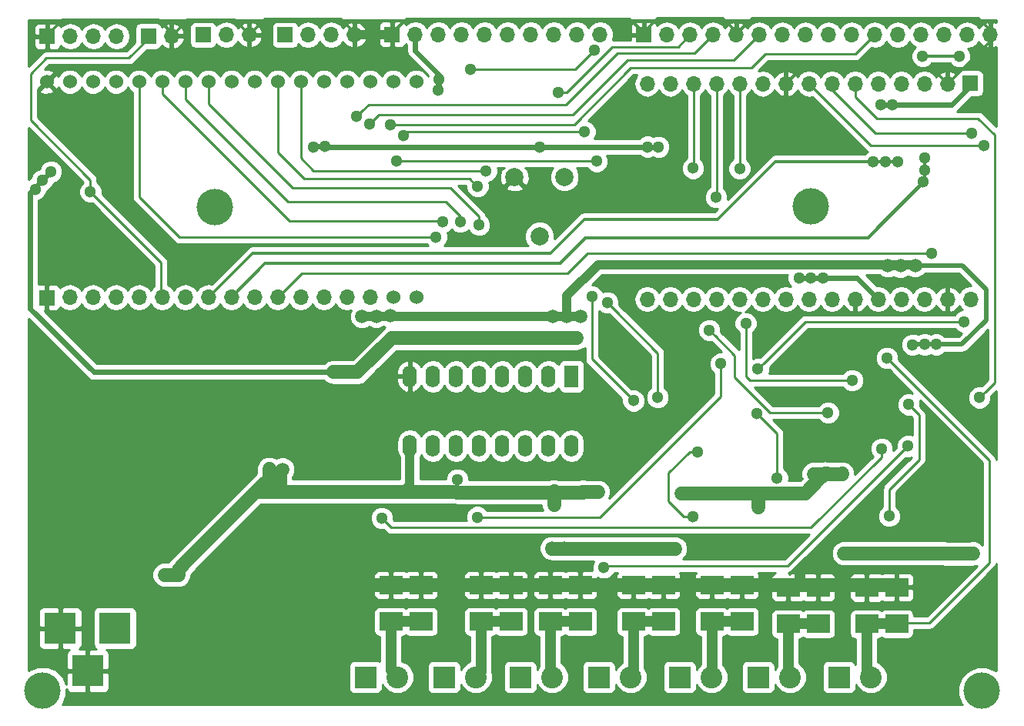
<source format=gbr>
G04 #@! TF.FileFunction,Copper,L2,Bot,Signal*
%FSLAX46Y46*%
G04 Gerber Fmt 4.6, Leading zero omitted, Abs format (unit mm)*
G04 Created by KiCad (PCBNEW 4.0.7) date 12/28/17 14:19:57*
%MOMM*%
%LPD*%
G01*
G04 APERTURE LIST*
%ADD10C,0.100000*%
%ADD11R,1.700000X1.700000*%
%ADD12O,1.700000X1.700000*%
%ADD13C,1.524000*%
%ADD14R,3.500000X3.500000*%
%ADD15C,2.400000*%
%ADD16R,2.400000X2.400000*%
%ADD17R,2.500000X2.000000*%
%ADD18C,2.000000*%
%ADD19R,1.600000X2.400000*%
%ADD20O,1.600000X2.400000*%
%ADD21C,4.000000*%
%ADD22C,1.500000*%
%ADD23C,1.300000*%
%ADD24C,1.500000*%
%ADD25C,1.000000*%
%ADD26C,0.500000*%
%ADD27C,1.200000*%
%ADD28C,0.250000*%
%ADD29C,0.300000*%
%ADD30C,0.600000*%
%ADD31C,0.254000*%
G04 APERTURE END LIST*
D10*
D11*
X73680000Y-97205000D03*
D12*
X76190000Y-97150000D03*
X78730000Y-97150000D03*
X81270000Y-97150000D03*
X83810000Y-97150000D03*
X86350000Y-97150000D03*
X88890000Y-97150000D03*
X91430000Y-97150000D03*
X93970000Y-97150000D03*
X96510000Y-97150000D03*
X99050000Y-97150000D03*
X101590000Y-97150000D03*
X104130000Y-97150000D03*
X106670000Y-97150000D03*
X109210000Y-97150000D03*
D13*
X111750000Y-97150000D03*
X114290000Y-97150000D03*
X114290000Y-73450000D03*
X111750000Y-73450000D03*
X109210000Y-73450000D03*
X106670000Y-73450000D03*
X104130000Y-73450000D03*
X101590000Y-73450000D03*
X99050000Y-73450000D03*
X96510000Y-73450000D03*
X93970000Y-73450000D03*
X91430000Y-73450000D03*
X88890000Y-73450000D03*
X86350000Y-73450000D03*
X83810000Y-73450000D03*
X81270000Y-73450000D03*
X78730000Y-73450000D03*
X76190000Y-73450000D03*
X73650000Y-73450000D03*
D14*
X81130000Y-133540000D03*
X75130000Y-133540000D03*
X78130000Y-138240000D03*
D15*
X137866000Y-138938000D03*
D16*
X134366000Y-138938000D03*
D15*
X120848000Y-138938000D03*
D16*
X117348000Y-138938000D03*
D15*
X155392000Y-138938000D03*
D16*
X151892000Y-138938000D03*
D15*
X164282000Y-138938000D03*
D16*
X160782000Y-138938000D03*
D15*
X146756000Y-138938000D03*
D16*
X143256000Y-138938000D03*
D15*
X129230000Y-138938000D03*
D16*
X125730000Y-138938000D03*
D15*
X112212000Y-138938000D03*
D16*
X108712000Y-138938000D03*
D11*
X139310000Y-68280000D03*
D12*
X141850000Y-68280000D03*
X144390000Y-68280000D03*
X146930000Y-68280000D03*
X149470000Y-68280000D03*
X152010000Y-68280000D03*
X154550000Y-68280000D03*
X157090000Y-68280000D03*
X159630000Y-68280000D03*
X162170000Y-68280000D03*
X164710000Y-68280000D03*
X167250000Y-68280000D03*
X169790000Y-68280000D03*
X172330000Y-68280000D03*
X174870000Y-68280000D03*
X177410000Y-68280000D03*
D11*
X111650000Y-68230000D03*
D12*
X114190000Y-68230000D03*
X116730000Y-68230000D03*
X119270000Y-68230000D03*
X121810000Y-68230000D03*
X124350000Y-68230000D03*
X126890000Y-68230000D03*
X129430000Y-68230000D03*
X131970000Y-68230000D03*
X134510000Y-68230000D03*
D11*
X90860000Y-68290000D03*
D12*
X93400000Y-68290000D03*
X95940000Y-68290000D03*
D11*
X84830000Y-68430000D03*
D12*
X87370000Y-68430000D03*
D11*
X73710000Y-68450000D03*
D12*
X76250000Y-68450000D03*
X78790000Y-68450000D03*
X81330000Y-68450000D03*
D11*
X99860000Y-68290000D03*
D12*
X102400000Y-68290000D03*
X104940000Y-68290000D03*
X107480000Y-68290000D03*
D17*
X155194000Y-133064000D03*
X155194000Y-129064000D03*
X158496000Y-133064000D03*
X158496000Y-129064000D03*
X163830000Y-133080000D03*
X163830000Y-129080000D03*
X167120000Y-133050000D03*
X167120000Y-129050000D03*
X114808000Y-132810000D03*
X114808000Y-128810000D03*
X111506000Y-132810000D03*
X111506000Y-128810000D03*
X132334000Y-132810000D03*
X132334000Y-128810000D03*
X129032000Y-132810000D03*
X129032000Y-128810000D03*
X121412000Y-132810000D03*
X121412000Y-128810000D03*
X124714000Y-132810000D03*
X124714000Y-128810000D03*
X146812000Y-132810000D03*
X146812000Y-128810000D03*
X150114000Y-132810000D03*
X150114000Y-128810000D03*
X138176000Y-132810000D03*
X138176000Y-128810000D03*
X141478000Y-132810000D03*
X141478000Y-128810000D03*
D18*
X125090000Y-83930000D03*
X130590000Y-83930000D03*
X127840000Y-90430000D03*
D19*
X131370000Y-105840000D03*
D20*
X113590000Y-113460000D03*
X128830000Y-105840000D03*
X116130000Y-113460000D03*
X126290000Y-105840000D03*
X118670000Y-113460000D03*
X123750000Y-105840000D03*
X121210000Y-113460000D03*
X121210000Y-105840000D03*
X123750000Y-113460000D03*
X118670000Y-105840000D03*
X126290000Y-113460000D03*
X116130000Y-105840000D03*
X128830000Y-113460000D03*
X113590000Y-105840000D03*
X131370000Y-113460000D03*
D11*
X175230000Y-73605000D03*
D12*
X172720000Y-73660000D03*
X170180000Y-73660000D03*
X167640000Y-73660000D03*
X165100000Y-73660000D03*
X162560000Y-73660000D03*
X160020000Y-73660000D03*
X157480000Y-73660000D03*
X154940000Y-73660000D03*
X152400000Y-73660000D03*
X149860000Y-73660000D03*
X147320000Y-73660000D03*
X144780000Y-73660000D03*
X142240000Y-73660000D03*
X139700000Y-73660000D03*
X139700000Y-97360000D03*
X142240000Y-97360000D03*
X144780000Y-97360000D03*
X147320000Y-97360000D03*
X149860000Y-97360000D03*
X152400000Y-97360000D03*
X154940000Y-97360000D03*
X157480000Y-97360000D03*
X160020000Y-97360000D03*
X162560000Y-97360000D03*
X165100000Y-97360000D03*
X167640000Y-97360000D03*
X170180000Y-97360000D03*
X172720000Y-97360000D03*
X175260000Y-97360000D03*
D21*
X73200000Y-140380000D03*
X176490000Y-140400000D03*
X157640000Y-87180000D03*
X92120000Y-87210000D03*
D22*
X129440000Y-120010000D03*
X129410000Y-118490000D03*
X141220000Y-124800000D03*
X129200000Y-124750000D03*
X130560000Y-124750000D03*
X164300000Y-125320000D03*
X162810000Y-125316000D03*
X175514000Y-125316000D03*
X173980000Y-125360000D03*
X172490000Y-125360000D03*
X161314000Y-125316000D03*
X151950000Y-120230000D03*
X142768000Y-124808000D03*
X132080000Y-124808000D03*
X132080000Y-124808000D03*
X157980000Y-116580000D03*
X161150000Y-116540000D03*
X159580000Y-116540000D03*
X151910000Y-118700000D03*
X143460000Y-118730000D03*
X146520000Y-118700000D03*
X145000000Y-118720000D03*
X134290000Y-118570000D03*
X132652000Y-118538000D03*
D23*
X118810000Y-117200000D03*
X117460000Y-118630000D03*
D22*
X110230000Y-118540000D03*
X106950000Y-118570000D03*
X99590000Y-118500000D03*
X99590000Y-116080000D03*
X108642000Y-118538000D03*
X98110000Y-116050000D03*
X88960000Y-126270000D03*
X88120000Y-127700000D03*
D23*
X118830000Y-118610000D03*
X122850000Y-118490000D03*
D22*
X86600000Y-127670000D03*
D23*
X143530000Y-109470000D03*
X165690000Y-101740000D03*
X164250000Y-101760000D03*
D22*
X83100000Y-118540000D03*
X79740000Y-118540000D03*
X81490000Y-118540000D03*
X103850000Y-109390000D03*
X101570000Y-108810000D03*
X101600000Y-107000000D03*
X172860000Y-117200000D03*
X172760001Y-115650000D03*
X134660001Y-109779999D03*
X97730000Y-132120000D03*
X96570000Y-133180000D03*
X95470000Y-134310000D03*
D23*
X166230000Y-109270000D03*
X145230000Y-102360000D03*
X158810000Y-114225000D03*
X158130000Y-111909000D03*
X144460000Y-108610000D03*
X171510000Y-102340000D03*
X168870000Y-102370000D03*
D22*
X169180000Y-93640000D03*
X166180000Y-93680000D03*
X167590000Y-93710000D03*
X129320000Y-99280000D03*
X130830000Y-99230000D03*
X132335000Y-99230000D03*
X108320000Y-99230000D03*
X109880000Y-99220000D03*
X111410000Y-99200000D03*
D23*
X170190000Y-102340000D03*
X158990000Y-95050000D03*
X156360000Y-95030000D03*
X116720000Y-74340000D03*
X140910000Y-80610000D03*
X166640000Y-75980000D03*
X165380000Y-76000000D03*
X102990000Y-80600000D03*
X104280000Y-80550000D03*
X72370000Y-85260000D03*
X73200000Y-84240000D03*
X127850000Y-80638581D03*
X130660000Y-101630000D03*
X131950000Y-101650000D03*
X107840000Y-105390000D03*
X106500000Y-105390000D03*
X105156000Y-105378000D03*
X157690000Y-95020000D03*
X139710000Y-80600000D03*
X74130000Y-83330000D03*
X116790000Y-73220000D03*
X144740000Y-121290000D03*
X145250000Y-114140000D03*
X121020000Y-121320000D03*
X147780000Y-104460000D03*
X166290002Y-121210000D03*
X168450000Y-108940000D03*
X166060000Y-103830000D03*
X153980000Y-117009990D03*
X151749853Y-109900147D03*
X168330000Y-113520000D03*
X134920000Y-126900000D03*
X110490000Y-121420000D03*
X165470000Y-113800000D03*
X129930000Y-74610000D03*
X107697825Y-77287825D03*
X109190000Y-78060000D03*
X146510000Y-100760000D03*
X159570000Y-109850000D03*
X149850000Y-83000000D03*
X176710000Y-80430000D03*
X151870000Y-105040000D03*
X175330000Y-79140000D03*
X174520000Y-99820000D03*
X176230000Y-108180000D03*
X133850000Y-69970000D03*
X120230000Y-72060000D03*
X78460000Y-85550000D03*
X162230000Y-106280000D03*
X147250000Y-86150000D03*
X150525999Y-100003242D03*
X135310000Y-97760000D03*
X144730000Y-82950000D03*
X140840000Y-108150000D03*
X133600000Y-97070000D03*
X138170000Y-108520000D03*
X116480000Y-90550000D03*
X121040000Y-84940000D03*
X121970000Y-83270002D03*
X117240000Y-88850000D03*
X119140000Y-88850000D03*
X121200000Y-89210000D03*
X164550000Y-82260000D03*
X165870000Y-82260000D03*
X167250000Y-82210000D03*
X170160000Y-81810000D03*
X170160000Y-83160000D03*
X170070000Y-84480000D03*
X111430000Y-78190000D03*
X112890000Y-79380000D03*
X132820000Y-78969998D03*
X134130000Y-82190000D03*
X112150000Y-82160000D03*
X171000002Y-92300000D03*
X174015140Y-70655140D03*
X169980000Y-70640000D03*
D24*
X129440000Y-120010000D02*
X129440000Y-118520000D01*
D25*
X129440000Y-118520000D02*
X129410000Y-118490000D01*
D24*
X132080000Y-124808000D02*
X129258000Y-124808000D01*
D25*
X129258000Y-124808000D02*
X129200000Y-124750000D01*
D24*
X110230000Y-118540000D02*
X113530000Y-118540000D01*
X113530000Y-118540000D02*
X118760000Y-118540000D01*
D25*
X113590000Y-113460000D02*
X113590000Y-118480000D01*
X113590000Y-118480000D02*
X113530000Y-118540000D01*
D24*
X173980000Y-125360000D02*
X172490000Y-125360000D01*
X173980000Y-125360000D02*
X175470000Y-125360000D01*
X175470000Y-125360000D02*
X175514000Y-125316000D01*
X161314000Y-125316000D02*
X172446000Y-125316000D01*
X172446000Y-125316000D02*
X172490000Y-125360000D01*
X151910000Y-118700000D02*
X151910000Y-120190000D01*
X151910000Y-120190000D02*
X151950000Y-120230000D01*
X146520000Y-118700000D02*
X143490000Y-118700000D01*
X143490000Y-118700000D02*
X143460000Y-118730000D01*
X132080000Y-124808000D02*
X142768000Y-124808000D01*
X157980000Y-116580000D02*
X161110000Y-116580000D01*
X161110000Y-116580000D02*
X161150000Y-116540000D01*
X157090000Y-118710000D02*
X158640001Y-117159999D01*
X151920000Y-118710000D02*
X157090000Y-118710000D01*
X158640001Y-117159999D02*
X159290000Y-116510000D01*
X151910000Y-118700000D02*
X151920000Y-118710000D01*
X146520000Y-118700000D02*
X151910000Y-118700000D01*
X151910000Y-118700000D02*
X151930000Y-118720000D01*
X134290000Y-118570000D02*
X132684000Y-118570000D01*
X132684000Y-118570000D02*
X132652000Y-118538000D01*
D26*
X132500000Y-118490000D02*
X132600000Y-118590000D01*
D24*
X132580000Y-118610000D02*
X132600000Y-118590000D01*
X118830000Y-118610000D02*
X132580000Y-118610000D01*
D26*
X129410000Y-118490000D02*
X132500000Y-118490000D01*
D24*
X118760000Y-118540000D02*
X118830000Y-118610000D01*
X108642000Y-118538000D02*
X110228000Y-118538000D01*
X110228000Y-118538000D02*
X110230000Y-118540000D01*
D25*
X99590000Y-118500000D02*
X99590000Y-116470000D01*
X99590000Y-116470000D02*
X99780000Y-116280000D01*
X99780000Y-116280000D02*
X98340000Y-116280000D01*
X98340000Y-116280000D02*
X98110000Y-116050000D01*
X99590000Y-118500000D02*
X99020000Y-117930000D01*
X99020000Y-117930000D02*
X99020000Y-116650000D01*
X99020000Y-116650000D02*
X99590000Y-116080000D01*
D24*
X96740000Y-118470000D02*
X98110000Y-117100000D01*
X88960000Y-126250000D02*
X96740000Y-118470000D01*
D25*
X96740000Y-118470000D02*
X96808000Y-118538000D01*
D24*
X96808000Y-118538000D02*
X108642000Y-118538000D01*
X88960000Y-126270000D02*
X88960000Y-126250000D01*
X98110000Y-117100000D02*
X98110000Y-116050000D01*
X88120000Y-127700000D02*
X88120000Y-127110000D01*
X88120000Y-127110000D02*
X88960000Y-126270000D01*
X86600000Y-127670000D02*
X88090000Y-127670000D01*
X88090000Y-127670000D02*
X88120000Y-127700000D01*
D26*
X151930000Y-118720000D02*
X150820000Y-118720000D01*
X129410000Y-118490000D02*
X122850000Y-118490000D01*
X122730000Y-118610000D02*
X118830000Y-118610000D01*
X118830000Y-118610000D02*
X108650000Y-118610000D01*
X150820000Y-118720000D02*
X145000000Y-118720000D01*
X112390000Y-118610000D02*
X113590000Y-117410000D01*
X108610000Y-118610000D02*
X112390000Y-118610000D01*
X108600000Y-118600000D02*
X108610000Y-118610000D01*
X113590000Y-117410000D02*
X113590000Y-113460000D01*
X113590000Y-113460000D02*
X113590000Y-117410000D01*
X113590000Y-117410000D02*
X112370000Y-118630000D01*
X112370000Y-118630000D02*
X108630000Y-118630000D01*
X108650000Y-118610000D02*
X108630000Y-118630000D01*
X122850000Y-118490000D02*
X122730000Y-118610000D01*
X98110000Y-116050000D02*
X98010000Y-115950000D01*
D27*
X156500000Y-128810000D02*
X156500000Y-127450000D01*
X156500000Y-127450000D02*
X160770000Y-123180000D01*
X160770000Y-123180000D02*
X167420000Y-123180000D01*
X167420000Y-123180000D02*
X172760001Y-117839999D01*
X172760001Y-117839999D02*
X172760001Y-115650000D01*
D28*
X177410000Y-68280000D02*
X177410000Y-68950000D01*
X177410000Y-68950000D02*
X172720000Y-73640000D01*
X172720000Y-73640000D02*
X172720000Y-73660000D01*
D29*
X149470000Y-68280000D02*
X149470000Y-68210000D01*
X149470000Y-68210000D02*
X151210000Y-66470000D01*
X151210000Y-66470000D02*
X176110000Y-66470000D01*
X176110000Y-66470000D02*
X177410000Y-67770000D01*
X177410000Y-67770000D02*
X177410000Y-68280000D01*
D25*
X158130000Y-111909000D02*
X158130000Y-113545000D01*
X158130000Y-113545000D02*
X158810000Y-114225000D01*
X164250000Y-101760000D02*
X165670000Y-101760000D01*
X165670000Y-101760000D02*
X165690000Y-101740000D01*
D27*
X164250000Y-102679238D02*
X164250000Y-101760000D01*
X164250000Y-107290000D02*
X164250000Y-102679238D01*
X166230000Y-109270000D02*
X164250000Y-107290000D01*
D29*
X154940000Y-73660000D02*
X156570000Y-72030000D01*
X156570000Y-72030000D02*
X171090000Y-72030000D01*
X171090000Y-72030000D02*
X172720000Y-73660000D01*
X171110000Y-72040000D02*
X171110000Y-72050000D01*
X171110000Y-72050000D02*
X171280011Y-72220011D01*
X139310000Y-68280000D02*
X139310000Y-68060000D01*
X139310000Y-68060000D02*
X140840000Y-66530000D01*
X140840000Y-66530000D02*
X148050000Y-66530000D01*
X148050000Y-66530000D02*
X149470000Y-67950000D01*
X149470000Y-67950000D02*
X149470000Y-68280000D01*
X111650000Y-68230000D02*
X111650000Y-68080000D01*
X111650000Y-68080000D02*
X113180000Y-66550000D01*
X113180000Y-66550000D02*
X137810000Y-66550000D01*
X137810000Y-66550000D02*
X139310000Y-68050000D01*
X139310000Y-68050000D02*
X139310000Y-68280000D01*
X95940000Y-68290000D02*
X96789999Y-67440001D01*
X96789999Y-67440001D02*
X96789999Y-67430001D01*
X96789999Y-67430001D02*
X97640000Y-66580000D01*
X97640000Y-66580000D02*
X106060000Y-66580000D01*
X106060000Y-66580000D02*
X107480000Y-68000000D01*
X107480000Y-68000000D02*
X107480000Y-68290000D01*
X89090000Y-66690000D02*
X94340000Y-66690000D01*
X94340000Y-66690000D02*
X95940000Y-68290000D01*
X87370000Y-68430000D02*
X88219999Y-67580001D01*
X88219999Y-67580001D02*
X88219999Y-67560001D01*
X88219999Y-67560001D02*
X89090000Y-66690000D01*
X73710000Y-68450000D02*
X73710000Y-68340000D01*
X87370000Y-68010000D02*
X87370000Y-68430000D01*
X73710000Y-68340000D02*
X75410000Y-66640000D01*
X75410000Y-66640000D02*
X86000000Y-66640000D01*
X86000000Y-66640000D02*
X87370000Y-68010000D01*
D27*
X134660001Y-109779999D02*
X135710002Y-110830000D01*
X135710002Y-110830000D02*
X142230000Y-110830000D01*
X142230000Y-110830000D02*
X143280001Y-109779999D01*
X143280001Y-109779999D02*
X143930000Y-109130000D01*
X145230000Y-102360000D02*
X145230000Y-107830000D01*
X145230000Y-107830000D02*
X143930000Y-109130000D01*
X101600000Y-108400000D02*
X100310000Y-109690000D01*
X100310000Y-109690000D02*
X91460000Y-118540000D01*
X103850000Y-109390000D02*
X100610000Y-109390000D01*
X100610000Y-109390000D02*
X100310000Y-109690000D01*
X101600000Y-107000000D02*
X101600000Y-108400000D01*
X91460000Y-118540000D02*
X81490000Y-118540000D01*
X83100000Y-118540000D02*
X79740000Y-118540000D01*
D24*
X156500000Y-128810000D02*
X166880000Y-128810000D01*
X111506000Y-128810000D02*
X156500000Y-128810000D01*
X95470000Y-134310000D02*
X95540000Y-134310000D01*
X95540000Y-134310000D02*
X97730000Y-132120000D01*
X96119999Y-133660001D02*
X95470000Y-134310000D01*
X100970000Y-128810000D02*
X96119999Y-133660001D01*
X111506000Y-128810000D02*
X100970000Y-128810000D01*
X166880000Y-128810000D02*
X167120000Y-129050000D01*
D28*
X155194000Y-129064000D02*
X155444000Y-129064000D01*
X172720000Y-73660000D02*
X171280011Y-72220011D01*
X121412000Y-128810000D02*
X114808000Y-128810000D01*
X129032000Y-128810000D02*
X124714000Y-128810000D01*
X138176000Y-128810000D02*
X132334000Y-128810000D01*
X146812000Y-128810000D02*
X141478000Y-128810000D01*
X150114000Y-128810000D02*
X154940000Y-128810000D01*
X154940000Y-128810000D02*
X155194000Y-129064000D01*
X158496000Y-129064000D02*
X163576000Y-129064000D01*
X163576000Y-129064000D02*
X163830000Y-129318000D01*
D25*
X111650000Y-68230000D02*
X107540000Y-68230000D01*
D28*
X107540000Y-68230000D02*
X107480000Y-68290000D01*
X111506000Y-128810000D02*
X114808000Y-128810000D01*
X121412000Y-128810000D02*
X124714000Y-128810000D01*
X129032000Y-128810000D02*
X132334000Y-128810000D01*
X138176000Y-128810000D02*
X141478000Y-128810000D01*
X146812000Y-128810000D02*
X150114000Y-128810000D01*
X154940000Y-128810000D02*
X155194000Y-129064000D01*
X158496000Y-129064000D02*
X155194000Y-129064000D01*
X158750000Y-129318000D02*
X158496000Y-129064000D01*
X167132000Y-129318000D02*
X163830000Y-129318000D01*
D26*
X169180000Y-93640000D02*
X174310000Y-93640000D01*
X174310000Y-93640000D02*
X176934000Y-96264000D01*
X176934000Y-96264000D02*
X176934000Y-99696000D01*
X176934000Y-99696000D02*
X174290000Y-102340000D01*
X174290000Y-102340000D02*
X171510000Y-102340000D01*
X171510000Y-102340000D02*
X168900000Y-102340000D01*
X168900000Y-102340000D02*
X168870000Y-102370000D01*
D25*
X168089340Y-93590000D02*
X169150000Y-93590000D01*
X168069339Y-93569999D02*
X168089340Y-93590000D01*
X134270001Y-93569999D02*
X168069339Y-93569999D01*
X130830000Y-99230000D02*
X130830000Y-97010000D01*
X130830000Y-97010000D02*
X134270001Y-93569999D01*
X167590000Y-93710000D02*
X166210000Y-93710000D01*
X166210000Y-93710000D02*
X166180000Y-93680000D01*
X108320000Y-99230000D02*
X132335000Y-99230000D01*
X132335000Y-99230000D02*
X132445000Y-99340000D01*
D29*
X132445000Y-99340000D02*
X111980000Y-99340000D01*
X111980000Y-99340000D02*
X111840000Y-99200000D01*
D30*
X105156000Y-105378000D02*
X103306000Y-105378000D01*
X103306000Y-105378000D02*
X103294000Y-105390000D01*
X103294000Y-105390000D02*
X78810000Y-105390000D01*
X78810000Y-105390000D02*
X71850000Y-98430000D01*
X71850000Y-85610000D02*
X74130000Y-83330000D01*
X71850000Y-98430000D02*
X71850000Y-85610000D01*
X175230000Y-73605000D02*
X175230000Y-73950000D01*
X175230000Y-73950000D02*
X173180000Y-76000000D01*
X173180000Y-76000000D02*
X166299238Y-76000000D01*
X166299238Y-76000000D02*
X165380000Y-76000000D01*
X104280000Y-80550000D02*
X103040000Y-80550000D01*
X103040000Y-80550000D02*
X102990000Y-80600000D01*
X139710000Y-80600000D02*
X138790762Y-80600000D01*
X105190000Y-80620000D02*
X104270762Y-80620000D01*
X138790762Y-80600000D02*
X138760761Y-80630001D01*
X138760761Y-80630001D02*
X105279239Y-80630001D01*
X158990000Y-95050000D02*
X162790000Y-95050000D01*
X162790000Y-95050000D02*
X165100000Y-97360000D01*
X158990000Y-95050000D02*
X156380000Y-95050000D01*
X156380000Y-95050000D02*
X156360000Y-95030000D01*
X114190000Y-68230000D02*
X114190000Y-70030000D01*
X114190000Y-70030000D02*
X116810000Y-72650000D01*
X116810000Y-72650000D02*
X116810000Y-73810000D01*
X116720000Y-74340000D02*
X116720000Y-73290000D01*
X116720000Y-73290000D02*
X116790000Y-73220000D01*
X140910000Y-80610000D02*
X139720000Y-80610000D01*
X139720000Y-80610000D02*
X139710000Y-80600000D01*
D29*
X104368581Y-80638581D02*
X104280000Y-80550000D01*
X127850000Y-80638581D02*
X104368581Y-80638581D01*
X139671419Y-80638581D02*
X127850000Y-80638581D01*
D24*
X111580000Y-101650000D02*
X131950000Y-101650000D01*
X107840000Y-105390000D02*
X111580000Y-101650000D01*
X105156000Y-105378000D02*
X107828000Y-105378000D01*
X107828000Y-105378000D02*
X107840000Y-105390000D01*
D29*
X158609238Y-95020000D02*
X157690000Y-95020000D01*
X162760000Y-95020000D02*
X158609238Y-95020000D01*
X165100000Y-97360000D02*
X162760000Y-95020000D01*
X73480001Y-83979999D02*
X74130000Y-83330000D01*
X139710000Y-80600000D02*
X139671419Y-80638581D01*
D28*
X145250000Y-114140000D02*
X144340000Y-114140000D01*
X144340000Y-114140000D02*
X142020000Y-116460000D01*
X142020000Y-116460000D02*
X142020000Y-119580000D01*
X142020000Y-119580000D02*
X143730000Y-121290000D01*
X143730000Y-121290000D02*
X144740000Y-121290000D01*
D27*
X141478000Y-132810000D02*
X138176000Y-132810000D01*
X138176000Y-132810000D02*
X138176000Y-138628000D01*
X138176000Y-138628000D02*
X137866000Y-138938000D01*
D28*
X147780000Y-108030000D02*
X134490000Y-121320000D01*
X147780000Y-104460000D02*
X147780000Y-108030000D01*
X134490000Y-121320000D02*
X121939238Y-121320000D01*
X121939238Y-121320000D02*
X121020000Y-121320000D01*
D27*
X121412000Y-132810000D02*
X124714000Y-132810000D01*
X121412000Y-132810000D02*
X121412000Y-138374000D01*
X121412000Y-138374000D02*
X120848000Y-138938000D01*
D28*
X124714000Y-132810000D02*
X125700000Y-132810000D01*
X168450000Y-108940000D02*
X169600000Y-110090000D01*
X169600000Y-110090000D02*
X169600000Y-114980000D01*
X169600000Y-114980000D02*
X166290000Y-118290000D01*
X166290000Y-118290000D02*
X166290000Y-121209998D01*
X166290000Y-121209998D02*
X166290002Y-121210000D01*
D27*
X158496000Y-133064000D02*
X155194000Y-133064000D01*
X155194000Y-133064000D02*
X155194000Y-138740000D01*
X155194000Y-138740000D02*
X155392000Y-138938000D01*
D28*
X168450000Y-108940000D02*
X168480000Y-108970000D01*
X166060000Y-103830000D02*
X177300000Y-115070000D01*
X177300000Y-115070000D02*
X177300000Y-126360000D01*
X177300000Y-126360000D02*
X170730000Y-132930000D01*
X170730000Y-132930000D02*
X167520000Y-132930000D01*
X167520000Y-132930000D02*
X167132000Y-133318000D01*
D27*
X163830000Y-133080000D02*
X167090000Y-133080000D01*
X167090000Y-133080000D02*
X167120000Y-133050000D01*
X163830000Y-133080000D02*
X163830000Y-138486000D01*
X163830000Y-138486000D02*
X164282000Y-138938000D01*
D28*
X167132000Y-133318000D02*
X167822000Y-133318000D01*
X163830000Y-133318000D02*
X163830000Y-138486000D01*
X163830000Y-133318000D02*
X167132000Y-133318000D01*
D27*
X146812000Y-132810000D02*
X150114000Y-132810000D01*
X146812000Y-132810000D02*
X146812000Y-138882000D01*
X146812000Y-138882000D02*
X146756000Y-138938000D01*
D28*
X153980000Y-112130294D02*
X153980000Y-116090752D01*
X151749853Y-109900147D02*
X153980000Y-112130294D01*
X153980000Y-116090752D02*
X153980000Y-117009990D01*
X150114000Y-132810000D02*
X151260000Y-132810000D01*
X134920000Y-126900000D02*
X135130000Y-126690000D01*
X135130000Y-126690000D02*
X155130000Y-126690000D01*
X155130000Y-126690000D02*
X168290000Y-113530000D01*
X168290000Y-113530000D02*
X168340000Y-113530000D01*
X168340000Y-113530000D02*
X168330000Y-113520000D01*
D27*
X132334000Y-132810000D02*
X129032000Y-132810000D01*
X129032000Y-132810000D02*
X129032000Y-138740000D01*
X129032000Y-138740000D02*
X129230000Y-138938000D01*
D28*
X165470000Y-113800000D02*
X165470000Y-114730000D01*
X165470000Y-114730000D02*
X157710000Y-122490000D01*
X157710000Y-122490000D02*
X111570000Y-122490000D01*
X111570000Y-122490000D02*
X110500000Y-121420000D01*
X110500000Y-121420000D02*
X110490000Y-121420000D01*
D27*
X111506000Y-132810000D02*
X111506000Y-138232000D01*
X111506000Y-138232000D02*
X112212000Y-138938000D01*
X111506000Y-132810000D02*
X114808000Y-132810000D01*
D28*
X144390000Y-68280000D02*
X143070000Y-69600000D01*
X143070000Y-69600000D02*
X135811002Y-69600000D01*
X135811002Y-69600000D02*
X130801002Y-74610000D01*
X130801002Y-74610000D02*
X129930000Y-74610000D01*
X146930000Y-68280000D02*
X144920000Y-70290000D01*
X144920000Y-70290000D02*
X136410000Y-70290000D01*
X136410000Y-70290000D02*
X130760000Y-75940000D01*
X130760000Y-75940000D02*
X109045650Y-75940000D01*
X109045650Y-75940000D02*
X108347824Y-76637826D01*
X108347824Y-76637826D02*
X107697825Y-77287825D01*
X109190000Y-78060000D02*
X110170000Y-77080000D01*
X149220000Y-71070000D02*
X152010000Y-68280000D01*
X110170000Y-77080000D02*
X131520000Y-77080000D01*
X137530000Y-71070000D02*
X149220000Y-71070000D01*
X131520000Y-77080000D02*
X137530000Y-71070000D01*
X147159999Y-101409999D02*
X146510000Y-100760000D01*
X149319999Y-105949999D02*
X149319999Y-103569999D01*
X153220000Y-109850000D02*
X149319999Y-105949999D01*
X159570000Y-109850000D02*
X153220000Y-109850000D01*
X149319999Y-103569999D02*
X147159999Y-101409999D01*
X149860000Y-73660000D02*
X149860000Y-82990000D01*
X149860000Y-82990000D02*
X149850000Y-83000000D01*
X175790762Y-80430000D02*
X176710000Y-80430000D01*
X157480000Y-73660000D02*
X164250000Y-80430000D01*
X164250000Y-80430000D02*
X175790762Y-80430000D01*
X160020000Y-73660000D02*
X160020000Y-74340000D01*
X160020000Y-74340000D02*
X164820000Y-79140000D01*
X164820000Y-79140000D02*
X174410762Y-79140000D01*
X174410762Y-79140000D02*
X175330000Y-79140000D01*
X174520000Y-99820000D02*
X157090000Y-99820000D01*
X157090000Y-99820000D02*
X152519999Y-104390001D01*
X152519999Y-104390001D02*
X151870000Y-105040000D01*
X162560000Y-73660000D02*
X162560000Y-75110000D01*
X162560000Y-75110000D02*
X164920000Y-77470000D01*
X164920000Y-77470000D02*
X176080000Y-77470000D01*
X176080000Y-77470000D02*
X177900000Y-79290000D01*
X177900000Y-79290000D02*
X177900000Y-106510000D01*
X177900000Y-106510000D02*
X176879999Y-107530001D01*
X176879999Y-107530001D02*
X176230000Y-108180000D01*
X120230000Y-72060000D02*
X131790000Y-72060000D01*
X131790000Y-72060000D02*
X133890000Y-69960000D01*
X133890000Y-69960000D02*
X133950000Y-69960000D01*
X133950000Y-69960000D02*
X133940000Y-69970000D01*
X133940000Y-69970000D02*
X133850000Y-69970000D01*
X86350000Y-97150000D02*
X86250000Y-97050000D01*
X86250000Y-97050000D02*
X86250000Y-93360000D01*
X86250000Y-93360000D02*
X78460000Y-85570000D01*
X78460000Y-85570000D02*
X78460000Y-85550000D01*
X84830000Y-68430000D02*
X84830000Y-68680000D01*
X84830000Y-68680000D02*
X82680000Y-70830000D01*
X73620000Y-70830000D02*
X71880000Y-72570000D01*
X71880000Y-77670000D02*
X78450000Y-84240000D01*
X82680000Y-70830000D02*
X73620000Y-70830000D01*
X71880000Y-72570000D02*
X71880000Y-77670000D01*
X78450000Y-84240000D02*
X78450000Y-85540000D01*
X78450000Y-85540000D02*
X78460000Y-85550000D01*
X84830000Y-68430000D02*
X84590000Y-68430000D01*
X150960000Y-106280000D02*
X161310762Y-106280000D01*
X150525999Y-105845999D02*
X150960000Y-106280000D01*
X150525999Y-100003242D02*
X150525999Y-105845999D01*
X161310762Y-106280000D02*
X162230000Y-106280000D01*
X147320000Y-73660000D02*
X147320000Y-86080000D01*
X147320000Y-86080000D02*
X147250000Y-86150000D01*
X135959999Y-98409999D02*
X135310000Y-97760000D01*
X140840000Y-103290000D02*
X135959999Y-98409999D01*
X140840000Y-108150000D02*
X140840000Y-103290000D01*
X144780000Y-82400000D02*
X144730000Y-82450000D01*
X144730000Y-82450000D02*
X144730000Y-82950000D01*
X144780000Y-73660000D02*
X144780000Y-82400000D01*
X133600000Y-103950000D02*
X133600000Y-97989238D01*
X133600000Y-97989238D02*
X133600000Y-97070000D01*
X138170000Y-108520000D02*
X133600000Y-103950000D01*
X83810000Y-73450000D02*
X83810000Y-86120000D01*
X116470000Y-90560000D02*
X116480000Y-90550000D01*
X83810000Y-86120000D02*
X88250000Y-90560000D01*
X88250000Y-90560000D02*
X116470000Y-90560000D01*
X121040000Y-84940000D02*
X120940000Y-84940000D01*
X120940000Y-84940000D02*
X120140000Y-84140000D01*
X99050000Y-81200000D02*
X99050000Y-73450000D01*
X120140000Y-84140000D02*
X101990000Y-84140000D01*
X101990000Y-84140000D02*
X99050000Y-81200000D01*
X103000002Y-83270002D02*
X121050762Y-83270002D01*
X121050762Y-83270002D02*
X121970000Y-83270002D01*
X101590000Y-81860000D02*
X103000002Y-83270002D01*
X101590000Y-73450000D02*
X101590000Y-81860000D01*
X117240000Y-88850000D02*
X117010000Y-88740000D01*
X117010000Y-88740000D02*
X100340000Y-88740000D01*
X100340000Y-88740000D02*
X86350000Y-74750000D01*
X86350000Y-74750000D02*
X86350000Y-73450000D01*
X119140000Y-88850000D02*
X119140000Y-88280000D01*
X88890000Y-75370000D02*
X88890000Y-73450000D01*
X119140000Y-88280000D02*
X117530000Y-86670000D01*
X117530000Y-86670000D02*
X100190000Y-86670000D01*
X100190000Y-86670000D02*
X88890000Y-75370000D01*
X121200000Y-89210000D02*
X121200000Y-88290762D01*
X121200000Y-88290762D02*
X118019238Y-85110000D01*
X118019238Y-85110000D02*
X100650000Y-85110000D01*
X100650000Y-85110000D02*
X91430000Y-75890000D01*
X91430000Y-75890000D02*
X91430000Y-73450000D01*
D29*
X153790000Y-82210000D02*
X167250000Y-82210000D01*
X147440000Y-88560000D02*
X153790000Y-82210000D01*
X132750000Y-88560000D02*
X147440000Y-88560000D01*
X91430000Y-97150000D02*
X96300001Y-92279999D01*
X129030001Y-92279999D02*
X132750000Y-88560000D01*
X96300001Y-92279999D02*
X129030001Y-92279999D01*
X130070000Y-93440000D02*
X97680000Y-93440000D01*
X97680000Y-93440000D02*
X93970000Y-97150000D01*
X132890000Y-90620000D02*
X130070000Y-93440000D01*
X163930000Y-90620000D02*
X132890000Y-90620000D01*
X132890000Y-90620000D02*
X132870000Y-90640000D01*
X170070000Y-84480000D02*
X163930000Y-90620000D01*
X163930000Y-90620000D02*
X163930000Y-90640000D01*
X170160000Y-81810000D02*
X170160000Y-84390000D01*
X170160000Y-84390000D02*
X170070000Y-84480000D01*
D28*
X163930000Y-90640000D02*
X169260001Y-85309999D01*
X130070000Y-93440000D02*
X132870000Y-90640000D01*
X132870000Y-90640000D02*
X163930000Y-90640000D01*
X169260001Y-85309999D02*
X169910000Y-84660000D01*
X111430000Y-78190000D02*
X131638998Y-78190000D01*
X137888998Y-71940000D02*
X151140000Y-71940000D01*
X131638998Y-78190000D02*
X137888998Y-71940000D01*
X151140000Y-71940000D02*
X152660000Y-70420000D01*
X152660000Y-70420000D02*
X162570000Y-70420000D01*
X162570000Y-70420000D02*
X164710000Y-68280000D01*
X113300002Y-78969998D02*
X112890000Y-79380000D01*
X132820000Y-78969998D02*
X113300002Y-78969998D01*
X134100000Y-82160000D02*
X134130000Y-82190000D01*
X112150000Y-82160000D02*
X134100000Y-82160000D01*
X112150000Y-82030000D02*
X112150000Y-82160000D01*
X112080000Y-81960000D02*
X112150000Y-82030000D01*
X96510000Y-96548000D02*
X96510000Y-97150000D01*
D29*
X174015140Y-70655140D02*
X169995140Y-70655140D01*
X169995140Y-70655140D02*
X169980000Y-70640000D01*
D28*
X133120000Y-92300000D02*
X170080764Y-92300000D01*
X130930000Y-94490000D02*
X133120000Y-92300000D01*
X101710000Y-94490000D02*
X130930000Y-94490000D01*
X170080764Y-92300000D02*
X171000002Y-92300000D01*
X99050000Y-97150000D02*
X101710000Y-94490000D01*
D31*
G36*
X155075223Y-94773276D02*
X155074777Y-95284481D01*
X155269995Y-95756943D01*
X155462567Y-95949852D01*
X154940000Y-95845907D01*
X154371715Y-95958946D01*
X153889946Y-96280853D01*
X153670000Y-96610026D01*
X153450054Y-96280853D01*
X152968285Y-95958946D01*
X152400000Y-95845907D01*
X151831715Y-95958946D01*
X151349946Y-96280853D01*
X151130000Y-96610026D01*
X150910054Y-96280853D01*
X150428285Y-95958946D01*
X149860000Y-95845907D01*
X149291715Y-95958946D01*
X148809946Y-96280853D01*
X148590000Y-96610026D01*
X148370054Y-96280853D01*
X147888285Y-95958946D01*
X147320000Y-95845907D01*
X146751715Y-95958946D01*
X146269946Y-96280853D01*
X146050000Y-96610026D01*
X145830054Y-96280853D01*
X145348285Y-95958946D01*
X144780000Y-95845907D01*
X144211715Y-95958946D01*
X143729946Y-96280853D01*
X143510000Y-96610026D01*
X143290054Y-96280853D01*
X142808285Y-95958946D01*
X142240000Y-95845907D01*
X141671715Y-95958946D01*
X141189946Y-96280853D01*
X140970000Y-96610026D01*
X140750054Y-96280853D01*
X140268285Y-95958946D01*
X139700000Y-95845907D01*
X139131715Y-95958946D01*
X138649946Y-96280853D01*
X138328039Y-96762622D01*
X138215000Y-97330907D01*
X138215000Y-97389093D01*
X138328039Y-97957378D01*
X138649946Y-98439147D01*
X139131715Y-98761054D01*
X139700000Y-98874093D01*
X140268285Y-98761054D01*
X140750054Y-98439147D01*
X140970000Y-98109974D01*
X141189946Y-98439147D01*
X141671715Y-98761054D01*
X142240000Y-98874093D01*
X142808285Y-98761054D01*
X143290054Y-98439147D01*
X143510000Y-98109974D01*
X143729946Y-98439147D01*
X144211715Y-98761054D01*
X144780000Y-98874093D01*
X145348285Y-98761054D01*
X145830054Y-98439147D01*
X146050000Y-98109974D01*
X146269946Y-98439147D01*
X146751715Y-98761054D01*
X147320000Y-98874093D01*
X147888285Y-98761054D01*
X148370054Y-98439147D01*
X148590000Y-98109974D01*
X148809946Y-98439147D01*
X149291715Y-98761054D01*
X149860000Y-98874093D01*
X149925159Y-98861132D01*
X149799056Y-98913237D01*
X149437264Y-99274397D01*
X149241222Y-99746518D01*
X149240776Y-100257723D01*
X149435994Y-100730185D01*
X149765999Y-101060767D01*
X149765999Y-102941197D01*
X147794818Y-100970016D01*
X147795223Y-100505519D01*
X147600005Y-100033057D01*
X147238845Y-99671265D01*
X146766724Y-99475223D01*
X146255519Y-99474777D01*
X145783057Y-99669995D01*
X145421265Y-100031155D01*
X145225223Y-100503276D01*
X145224777Y-101014481D01*
X145419995Y-101486943D01*
X145781155Y-101848735D01*
X146253276Y-102044777D01*
X146720383Y-102045185D01*
X147850258Y-103175060D01*
X147525519Y-103174777D01*
X147053057Y-103369995D01*
X146691265Y-103731155D01*
X146495223Y-104203276D01*
X146494777Y-104714481D01*
X146689995Y-105186943D01*
X147020000Y-105517525D01*
X147020000Y-107715198D01*
X135522986Y-119212212D01*
X135674759Y-118846702D01*
X135675240Y-118295715D01*
X135464831Y-117786485D01*
X135075564Y-117396539D01*
X134566702Y-117185241D01*
X134015715Y-117184760D01*
X134015134Y-117185000D01*
X133005186Y-117185000D01*
X132928702Y-117153241D01*
X132377715Y-117152760D01*
X132202880Y-117225000D01*
X129975114Y-117225000D01*
X129686702Y-117105241D01*
X129135715Y-117104760D01*
X128844711Y-117225000D01*
X123154352Y-117225000D01*
X123106724Y-117205223D01*
X122595519Y-117204777D01*
X122546576Y-117225000D01*
X120094979Y-117225000D01*
X120095223Y-116945519D01*
X119900005Y-116473057D01*
X119538845Y-116111265D01*
X119066724Y-115915223D01*
X118555519Y-115914777D01*
X118083057Y-116109995D01*
X117721265Y-116471155D01*
X117525223Y-116943276D01*
X117525038Y-117155000D01*
X114725000Y-117155000D01*
X114725000Y-114730604D01*
X114860000Y-114528562D01*
X115115302Y-114910648D01*
X115580849Y-115221717D01*
X116130000Y-115330950D01*
X116679151Y-115221717D01*
X117144698Y-114910648D01*
X117400000Y-114528562D01*
X117655302Y-114910648D01*
X118120849Y-115221717D01*
X118670000Y-115330950D01*
X119219151Y-115221717D01*
X119684698Y-114910648D01*
X119940000Y-114528562D01*
X120195302Y-114910648D01*
X120660849Y-115221717D01*
X121210000Y-115330950D01*
X121759151Y-115221717D01*
X122224698Y-114910648D01*
X122480000Y-114528562D01*
X122735302Y-114910648D01*
X123200849Y-115221717D01*
X123750000Y-115330950D01*
X124299151Y-115221717D01*
X124764698Y-114910648D01*
X125020000Y-114528562D01*
X125275302Y-114910648D01*
X125740849Y-115221717D01*
X126290000Y-115330950D01*
X126839151Y-115221717D01*
X127304698Y-114910648D01*
X127560000Y-114528562D01*
X127815302Y-114910648D01*
X128280849Y-115221717D01*
X128830000Y-115330950D01*
X129379151Y-115221717D01*
X129844698Y-114910648D01*
X130100000Y-114528562D01*
X130355302Y-114910648D01*
X130820849Y-115221717D01*
X131370000Y-115330950D01*
X131919151Y-115221717D01*
X132384698Y-114910648D01*
X132695767Y-114445101D01*
X132805000Y-113895950D01*
X132805000Y-113024050D01*
X132695767Y-112474899D01*
X132384698Y-112009352D01*
X131919151Y-111698283D01*
X131370000Y-111589050D01*
X130820849Y-111698283D01*
X130355302Y-112009352D01*
X130100000Y-112391438D01*
X129844698Y-112009352D01*
X129379151Y-111698283D01*
X128830000Y-111589050D01*
X128280849Y-111698283D01*
X127815302Y-112009352D01*
X127560000Y-112391438D01*
X127304698Y-112009352D01*
X126839151Y-111698283D01*
X126290000Y-111589050D01*
X125740849Y-111698283D01*
X125275302Y-112009352D01*
X125020000Y-112391438D01*
X124764698Y-112009352D01*
X124299151Y-111698283D01*
X123750000Y-111589050D01*
X123200849Y-111698283D01*
X122735302Y-112009352D01*
X122480000Y-112391438D01*
X122224698Y-112009352D01*
X121759151Y-111698283D01*
X121210000Y-111589050D01*
X120660849Y-111698283D01*
X120195302Y-112009352D01*
X119940000Y-112391438D01*
X119684698Y-112009352D01*
X119219151Y-111698283D01*
X118670000Y-111589050D01*
X118120849Y-111698283D01*
X117655302Y-112009352D01*
X117400000Y-112391438D01*
X117144698Y-112009352D01*
X116679151Y-111698283D01*
X116130000Y-111589050D01*
X115580849Y-111698283D01*
X115115302Y-112009352D01*
X114860000Y-112391438D01*
X114604698Y-112009352D01*
X114139151Y-111698283D01*
X113590000Y-111589050D01*
X113040849Y-111698283D01*
X112575302Y-112009352D01*
X112264233Y-112474899D01*
X112155000Y-113024050D01*
X112155000Y-113895950D01*
X112264233Y-114445101D01*
X112455000Y-114730604D01*
X112455000Y-117155000D01*
X110238055Y-117155000D01*
X110228000Y-117153000D01*
X108642636Y-117153000D01*
X108367715Y-117152760D01*
X108367134Y-117153000D01*
X100725000Y-117153000D01*
X100725000Y-116903958D01*
X100763461Y-116865564D01*
X100822393Y-116723641D01*
X100828604Y-116714345D01*
X100830766Y-116703475D01*
X100974759Y-116356702D01*
X100975240Y-115805715D01*
X100764831Y-115296485D01*
X100375564Y-114906539D01*
X99866702Y-114695241D01*
X99315715Y-114694760D01*
X98885694Y-114872441D01*
X98386702Y-114665241D01*
X97835715Y-114664760D01*
X97326485Y-114875169D01*
X96936539Y-115264436D01*
X96725241Y-115773298D01*
X96724760Y-116324285D01*
X96725000Y-116324866D01*
X96725000Y-116526314D01*
X87980657Y-125270657D01*
X87940526Y-125330717D01*
X87786539Y-125484436D01*
X87786298Y-125485016D01*
X87140657Y-126130657D01*
X87037528Y-126285000D01*
X86600636Y-126285000D01*
X86325715Y-126284760D01*
X85816485Y-126495169D01*
X85426539Y-126884436D01*
X85215241Y-127393298D01*
X85214760Y-127944285D01*
X85425169Y-128453515D01*
X85814436Y-128843461D01*
X86323298Y-129054759D01*
X86874285Y-129055240D01*
X86874866Y-129055000D01*
X87771630Y-129055000D01*
X87843298Y-129084759D01*
X88394285Y-129085240D01*
X88903515Y-128874831D01*
X89293461Y-128485564D01*
X89504759Y-127976702D01*
X89505014Y-127683691D01*
X109621000Y-127683691D01*
X109621000Y-128524250D01*
X109779750Y-128683000D01*
X111379000Y-128683000D01*
X111379000Y-127333750D01*
X111633000Y-127333750D01*
X111633000Y-128683000D01*
X114681000Y-128683000D01*
X114681000Y-127333750D01*
X114935000Y-127333750D01*
X114935000Y-128683000D01*
X116534250Y-128683000D01*
X116693000Y-128524250D01*
X116693000Y-127683691D01*
X119527000Y-127683691D01*
X119527000Y-128524250D01*
X119685750Y-128683000D01*
X121285000Y-128683000D01*
X121285000Y-127333750D01*
X121539000Y-127333750D01*
X121539000Y-128683000D01*
X124587000Y-128683000D01*
X124587000Y-127333750D01*
X124841000Y-127333750D01*
X124841000Y-128683000D01*
X126440250Y-128683000D01*
X126599000Y-128524250D01*
X126599000Y-127683691D01*
X127147000Y-127683691D01*
X127147000Y-128524250D01*
X127305750Y-128683000D01*
X128905000Y-128683000D01*
X128905000Y-127333750D01*
X129159000Y-127333750D01*
X129159000Y-128683000D01*
X132207000Y-128683000D01*
X132207000Y-127333750D01*
X132048250Y-127175000D01*
X130957690Y-127175000D01*
X130724301Y-127271673D01*
X130683000Y-127312974D01*
X130641699Y-127271673D01*
X130408310Y-127175000D01*
X129317750Y-127175000D01*
X129159000Y-127333750D01*
X128905000Y-127333750D01*
X128746250Y-127175000D01*
X127655690Y-127175000D01*
X127422301Y-127271673D01*
X127243673Y-127450302D01*
X127147000Y-127683691D01*
X126599000Y-127683691D01*
X126502327Y-127450302D01*
X126323699Y-127271673D01*
X126090310Y-127175000D01*
X124999750Y-127175000D01*
X124841000Y-127333750D01*
X124587000Y-127333750D01*
X124428250Y-127175000D01*
X123337690Y-127175000D01*
X123104301Y-127271673D01*
X123063000Y-127312974D01*
X123021699Y-127271673D01*
X122788310Y-127175000D01*
X121697750Y-127175000D01*
X121539000Y-127333750D01*
X121285000Y-127333750D01*
X121126250Y-127175000D01*
X120035690Y-127175000D01*
X119802301Y-127271673D01*
X119623673Y-127450302D01*
X119527000Y-127683691D01*
X116693000Y-127683691D01*
X116596327Y-127450302D01*
X116417699Y-127271673D01*
X116184310Y-127175000D01*
X115093750Y-127175000D01*
X114935000Y-127333750D01*
X114681000Y-127333750D01*
X114522250Y-127175000D01*
X113431690Y-127175000D01*
X113198301Y-127271673D01*
X113157000Y-127312974D01*
X113115699Y-127271673D01*
X112882310Y-127175000D01*
X111791750Y-127175000D01*
X111633000Y-127333750D01*
X111379000Y-127333750D01*
X111220250Y-127175000D01*
X110129690Y-127175000D01*
X109896301Y-127271673D01*
X109717673Y-127450302D01*
X109621000Y-127683691D01*
X89505014Y-127683691D01*
X89505015Y-127683671D01*
X89938775Y-127249911D01*
X90133461Y-127055564D01*
X90147904Y-127020782D01*
X97245686Y-119923000D01*
X106596814Y-119923000D01*
X106673298Y-119954759D01*
X107224285Y-119955240D01*
X107302312Y-119923000D01*
X108641364Y-119923000D01*
X108916285Y-119923240D01*
X108916866Y-119923000D01*
X109949062Y-119923000D01*
X109953298Y-119924759D01*
X110504285Y-119925240D01*
X110504866Y-119925000D01*
X118478086Y-119925000D01*
X118830000Y-119995000D01*
X128055000Y-119995000D01*
X128055000Y-120009364D01*
X128054760Y-120284285D01*
X128168683Y-120560000D01*
X122077006Y-120560000D01*
X121748845Y-120231265D01*
X121276724Y-120035223D01*
X120765519Y-120034777D01*
X120293057Y-120229995D01*
X119931265Y-120591155D01*
X119735223Y-121063276D01*
X119734777Y-121574481D01*
X119799036Y-121730000D01*
X111884802Y-121730000D01*
X111774826Y-121620024D01*
X111775223Y-121165519D01*
X111580005Y-120693057D01*
X111218845Y-120331265D01*
X110746724Y-120135223D01*
X110235519Y-120134777D01*
X109763057Y-120329995D01*
X109401265Y-120691155D01*
X109205223Y-121163276D01*
X109204777Y-121674481D01*
X109399995Y-122146943D01*
X109761155Y-122508735D01*
X110233276Y-122704777D01*
X110710391Y-122705193D01*
X111032599Y-123027401D01*
X111279161Y-123192148D01*
X111570000Y-123250000D01*
X157495198Y-123250000D01*
X154815198Y-125930000D01*
X143604438Y-125930000D01*
X143941461Y-125593564D01*
X144152759Y-125084702D01*
X144153240Y-124533715D01*
X143942831Y-124024485D01*
X143553564Y-123634539D01*
X143044702Y-123423241D01*
X142493715Y-123422760D01*
X142493134Y-123423000D01*
X141515388Y-123423000D01*
X141496702Y-123415241D01*
X140945715Y-123414760D01*
X140925773Y-123423000D01*
X132080636Y-123423000D01*
X131805715Y-123422760D01*
X131805134Y-123423000D01*
X130975801Y-123423000D01*
X130836702Y-123365241D01*
X130285715Y-123364760D01*
X130144763Y-123423000D01*
X129615801Y-123423000D01*
X129476702Y-123365241D01*
X128925715Y-123364760D01*
X128416485Y-123575169D01*
X128026539Y-123964436D01*
X127815241Y-124473298D01*
X127814760Y-125024285D01*
X128025169Y-125533515D01*
X128414436Y-125923461D01*
X128593897Y-125997980D01*
X128727983Y-126087573D01*
X128884766Y-126118759D01*
X128923298Y-126134759D01*
X128965388Y-126134796D01*
X129258000Y-126193000D01*
X132079364Y-126193000D01*
X132354285Y-126193240D01*
X132354866Y-126193000D01*
X133822194Y-126193000D01*
X133635223Y-126643276D01*
X133634777Y-127154481D01*
X133643255Y-127175000D01*
X132619750Y-127175000D01*
X132461000Y-127333750D01*
X132461000Y-128683000D01*
X134060250Y-128683000D01*
X134219000Y-128524250D01*
X134219000Y-128000297D01*
X134663276Y-128184777D01*
X135174481Y-128185223D01*
X135646943Y-127990005D01*
X136008735Y-127628845D01*
X136082998Y-127450000D01*
X136387975Y-127450000D01*
X136387673Y-127450302D01*
X136291000Y-127683691D01*
X136291000Y-128524250D01*
X136449750Y-128683000D01*
X138049000Y-128683000D01*
X138049000Y-128663000D01*
X138303000Y-128663000D01*
X138303000Y-128683000D01*
X141351000Y-128683000D01*
X141351000Y-128663000D01*
X141605000Y-128663000D01*
X141605000Y-128683000D01*
X143204250Y-128683000D01*
X143363000Y-128524250D01*
X143363000Y-127683691D01*
X143266327Y-127450302D01*
X143266025Y-127450000D01*
X145023975Y-127450000D01*
X145023673Y-127450302D01*
X144927000Y-127683691D01*
X144927000Y-128524250D01*
X145085750Y-128683000D01*
X146685000Y-128683000D01*
X146685000Y-128663000D01*
X146939000Y-128663000D01*
X146939000Y-128683000D01*
X149987000Y-128683000D01*
X149987000Y-128663000D01*
X150241000Y-128663000D01*
X150241000Y-128683000D01*
X151840250Y-128683000D01*
X151999000Y-128524250D01*
X151999000Y-127683691D01*
X151902327Y-127450302D01*
X151902025Y-127450000D01*
X153766992Y-127450000D01*
X153584301Y-127525673D01*
X153405673Y-127704302D01*
X153309000Y-127937691D01*
X153309000Y-128778250D01*
X153467750Y-128937000D01*
X155067000Y-128937000D01*
X155067000Y-128917000D01*
X155321000Y-128917000D01*
X155321000Y-128937000D01*
X158369000Y-128937000D01*
X158369000Y-127587750D01*
X158623000Y-127587750D01*
X158623000Y-128937000D01*
X160222250Y-128937000D01*
X160381000Y-128778250D01*
X160381000Y-127953691D01*
X161945000Y-127953691D01*
X161945000Y-128794250D01*
X162103750Y-128953000D01*
X163703000Y-128953000D01*
X163703000Y-127603750D01*
X163957000Y-127603750D01*
X163957000Y-128953000D01*
X165556250Y-128953000D01*
X165586250Y-128923000D01*
X166993000Y-128923000D01*
X166993000Y-127573750D01*
X167247000Y-127573750D01*
X167247000Y-128923000D01*
X168846250Y-128923000D01*
X169005000Y-128764250D01*
X169005000Y-127923691D01*
X168908327Y-127690302D01*
X168729699Y-127511673D01*
X168496310Y-127415000D01*
X167405750Y-127415000D01*
X167247000Y-127573750D01*
X166993000Y-127573750D01*
X166834250Y-127415000D01*
X165743690Y-127415000D01*
X165510301Y-127511673D01*
X165460000Y-127561974D01*
X165439699Y-127541673D01*
X165206310Y-127445000D01*
X164115750Y-127445000D01*
X163957000Y-127603750D01*
X163703000Y-127603750D01*
X163544250Y-127445000D01*
X162453690Y-127445000D01*
X162220301Y-127541673D01*
X162041673Y-127720302D01*
X161945000Y-127953691D01*
X160381000Y-127953691D01*
X160381000Y-127937691D01*
X160284327Y-127704302D01*
X160105699Y-127525673D01*
X159872310Y-127429000D01*
X158781750Y-127429000D01*
X158623000Y-127587750D01*
X158369000Y-127587750D01*
X158210250Y-127429000D01*
X157119690Y-127429000D01*
X156886301Y-127525673D01*
X156845000Y-127566974D01*
X156803699Y-127525673D01*
X156570310Y-127429000D01*
X155479750Y-127429000D01*
X155321002Y-127587748D01*
X155321002Y-127429000D01*
X155235573Y-127429000D01*
X155420839Y-127392148D01*
X155667401Y-127227401D01*
X168090010Y-114804792D01*
X168584481Y-114805223D01*
X168781299Y-114723899D01*
X165752599Y-117752599D01*
X165587852Y-117999161D01*
X165530000Y-118290000D01*
X165530000Y-120152996D01*
X165201267Y-120481155D01*
X165005225Y-120953276D01*
X165004779Y-121464481D01*
X165199997Y-121936943D01*
X165561157Y-122298735D01*
X166033278Y-122494777D01*
X166544483Y-122495223D01*
X167016945Y-122300005D01*
X167378737Y-121938845D01*
X167574779Y-121466724D01*
X167575225Y-120955519D01*
X167380007Y-120483057D01*
X167050000Y-120152473D01*
X167050000Y-118604802D01*
X170137401Y-115517401D01*
X170302148Y-115270839D01*
X170360000Y-114980000D01*
X170360000Y-110090000D01*
X170302148Y-109799161D01*
X170137401Y-109552599D01*
X169734818Y-109150016D01*
X169735223Y-108685519D01*
X169660941Y-108505743D01*
X176540000Y-115384802D01*
X176540000Y-124383394D01*
X176299564Y-124142539D01*
X175790702Y-123931241D01*
X175239715Y-123930760D01*
X175132646Y-123975000D01*
X173980636Y-123975000D01*
X173705715Y-123974760D01*
X173705134Y-123975000D01*
X172667203Y-123975000D01*
X172446000Y-123931000D01*
X162810636Y-123931000D01*
X162535715Y-123930760D01*
X162535134Y-123931000D01*
X161314636Y-123931000D01*
X161039715Y-123930760D01*
X160530485Y-124141169D01*
X160140539Y-124530436D01*
X159929241Y-125039298D01*
X159928760Y-125590285D01*
X160139169Y-126099515D01*
X160528436Y-126489461D01*
X161037298Y-126700759D01*
X161588285Y-126701240D01*
X161588866Y-126701000D01*
X162809364Y-126701000D01*
X163084285Y-126701240D01*
X163084866Y-126701000D01*
X164014245Y-126701000D01*
X164023298Y-126704759D01*
X164574285Y-126705240D01*
X164584547Y-126701000D01*
X172107915Y-126701000D01*
X172213298Y-126744759D01*
X172764285Y-126745240D01*
X172764866Y-126745000D01*
X173979364Y-126745000D01*
X174254285Y-126745240D01*
X174254866Y-126745000D01*
X175470000Y-126745000D01*
X175690426Y-126701155D01*
X175788285Y-126701240D01*
X175879526Y-126663540D01*
X175932119Y-126653079D01*
X170415198Y-132170000D01*
X169017440Y-132170000D01*
X169017440Y-132050000D01*
X168973162Y-131814683D01*
X168834090Y-131598559D01*
X168621890Y-131453569D01*
X168370000Y-131402560D01*
X165870000Y-131402560D01*
X165634683Y-131446838D01*
X165451061Y-131564995D01*
X165331890Y-131483569D01*
X165080000Y-131432560D01*
X162580000Y-131432560D01*
X162344683Y-131476838D01*
X162128559Y-131615910D01*
X161983569Y-131828110D01*
X161932560Y-132080000D01*
X161932560Y-134080000D01*
X161976838Y-134315317D01*
X162115910Y-134531441D01*
X162328110Y-134676431D01*
X162580000Y-134727440D01*
X162595000Y-134727440D01*
X162595000Y-137554967D01*
X162585162Y-137502683D01*
X162446090Y-137286559D01*
X162233890Y-137141569D01*
X161982000Y-137090560D01*
X159582000Y-137090560D01*
X159346683Y-137134838D01*
X159130559Y-137273910D01*
X158985569Y-137486110D01*
X158934560Y-137738000D01*
X158934560Y-140138000D01*
X158978838Y-140373317D01*
X159117910Y-140589441D01*
X159330110Y-140734431D01*
X159582000Y-140785440D01*
X161982000Y-140785440D01*
X162217317Y-140741162D01*
X162433441Y-140602090D01*
X162578431Y-140389890D01*
X162629440Y-140138000D01*
X162629440Y-139743712D01*
X162725455Y-139976086D01*
X163241199Y-140492730D01*
X163915395Y-140772681D01*
X164645403Y-140773318D01*
X165320086Y-140494545D01*
X165836730Y-139978801D01*
X166116681Y-139304605D01*
X166117318Y-138574597D01*
X165838545Y-137899914D01*
X165322801Y-137383270D01*
X165065000Y-137276222D01*
X165065000Y-134727440D01*
X165080000Y-134727440D01*
X165315317Y-134683162D01*
X165498939Y-134565005D01*
X165618110Y-134646431D01*
X165870000Y-134697440D01*
X168370000Y-134697440D01*
X168605317Y-134653162D01*
X168821441Y-134514090D01*
X168966431Y-134301890D01*
X169017440Y-134050000D01*
X169017440Y-133690000D01*
X170730000Y-133690000D01*
X171020839Y-133632148D01*
X171267401Y-133467401D01*
X177837401Y-126897401D01*
X178002148Y-126650839D01*
X178040000Y-126460546D01*
X178040000Y-138222998D01*
X177984557Y-138167458D01*
X177016433Y-137765458D01*
X175968166Y-137764543D01*
X174999342Y-138164853D01*
X174257458Y-138905443D01*
X173855458Y-139873567D01*
X173854543Y-140921834D01*
X174254853Y-141890658D01*
X174334057Y-141970000D01*
X75336932Y-141970000D01*
X75432542Y-141874557D01*
X75834542Y-140906433D01*
X75835096Y-140271395D01*
X75871673Y-140359699D01*
X76050302Y-140538327D01*
X76283691Y-140635000D01*
X77874250Y-140635000D01*
X78033000Y-140476250D01*
X78033000Y-138377000D01*
X78287000Y-138377000D01*
X78287000Y-140476250D01*
X78445750Y-140635000D01*
X80036309Y-140635000D01*
X80269698Y-140538327D01*
X80448327Y-140359699D01*
X80545000Y-140126310D01*
X80545000Y-138535750D01*
X80386250Y-138377000D01*
X78287000Y-138377000D01*
X78033000Y-138377000D01*
X75933750Y-138377000D01*
X75775000Y-138535750D01*
X75775000Y-139711849D01*
X75435147Y-138889342D01*
X74694557Y-138147458D01*
X73726433Y-137745458D01*
X72678166Y-137744543D01*
X71709342Y-138144853D01*
X71610000Y-138244022D01*
X71610000Y-133835750D01*
X72775000Y-133835750D01*
X72775000Y-135426310D01*
X72871673Y-135659699D01*
X73050302Y-135838327D01*
X73283691Y-135935000D01*
X74874250Y-135935000D01*
X75033000Y-135776250D01*
X75033000Y-133677000D01*
X75287000Y-133677000D01*
X75287000Y-135776250D01*
X75445750Y-135935000D01*
X76114696Y-135935000D01*
X76050302Y-135961673D01*
X75871673Y-136140301D01*
X75775000Y-136373690D01*
X75775000Y-137964250D01*
X75933750Y-138123000D01*
X78033000Y-138123000D01*
X78033000Y-136023750D01*
X78287000Y-136023750D01*
X78287000Y-138123000D01*
X80386250Y-138123000D01*
X80545000Y-137964250D01*
X80545000Y-137738000D01*
X106864560Y-137738000D01*
X106864560Y-140138000D01*
X106908838Y-140373317D01*
X107047910Y-140589441D01*
X107260110Y-140734431D01*
X107512000Y-140785440D01*
X109912000Y-140785440D01*
X110147317Y-140741162D01*
X110363441Y-140602090D01*
X110508431Y-140389890D01*
X110559440Y-140138000D01*
X110559440Y-139743712D01*
X110655455Y-139976086D01*
X111171199Y-140492730D01*
X111845395Y-140772681D01*
X112575403Y-140773318D01*
X113250086Y-140494545D01*
X113766730Y-139978801D01*
X114046681Y-139304605D01*
X114047318Y-138574597D01*
X113768545Y-137899914D01*
X113606914Y-137738000D01*
X115500560Y-137738000D01*
X115500560Y-140138000D01*
X115544838Y-140373317D01*
X115683910Y-140589441D01*
X115896110Y-140734431D01*
X116148000Y-140785440D01*
X118548000Y-140785440D01*
X118783317Y-140741162D01*
X118999441Y-140602090D01*
X119144431Y-140389890D01*
X119195440Y-140138000D01*
X119195440Y-139743712D01*
X119291455Y-139976086D01*
X119807199Y-140492730D01*
X120481395Y-140772681D01*
X121211403Y-140773318D01*
X121886086Y-140494545D01*
X122402730Y-139978801D01*
X122682681Y-139304605D01*
X122683318Y-138574597D01*
X122631867Y-138450077D01*
X122647000Y-138374000D01*
X122647000Y-137738000D01*
X123882560Y-137738000D01*
X123882560Y-140138000D01*
X123926838Y-140373317D01*
X124065910Y-140589441D01*
X124278110Y-140734431D01*
X124530000Y-140785440D01*
X126930000Y-140785440D01*
X127165317Y-140741162D01*
X127381441Y-140602090D01*
X127526431Y-140389890D01*
X127577440Y-140138000D01*
X127577440Y-139743712D01*
X127673455Y-139976086D01*
X128189199Y-140492730D01*
X128863395Y-140772681D01*
X129593403Y-140773318D01*
X130268086Y-140494545D01*
X130784730Y-139978801D01*
X131064681Y-139304605D01*
X131065318Y-138574597D01*
X130786545Y-137899914D01*
X130624914Y-137738000D01*
X132518560Y-137738000D01*
X132518560Y-140138000D01*
X132562838Y-140373317D01*
X132701910Y-140589441D01*
X132914110Y-140734431D01*
X133166000Y-140785440D01*
X135566000Y-140785440D01*
X135801317Y-140741162D01*
X136017441Y-140602090D01*
X136162431Y-140389890D01*
X136213440Y-140138000D01*
X136213440Y-139743712D01*
X136309455Y-139976086D01*
X136825199Y-140492730D01*
X137499395Y-140772681D01*
X138229403Y-140773318D01*
X138904086Y-140494545D01*
X139420730Y-139978801D01*
X139700681Y-139304605D01*
X139701318Y-138574597D01*
X139422545Y-137899914D01*
X139411000Y-137888349D01*
X139411000Y-137738000D01*
X141408560Y-137738000D01*
X141408560Y-140138000D01*
X141452838Y-140373317D01*
X141591910Y-140589441D01*
X141804110Y-140734431D01*
X142056000Y-140785440D01*
X144456000Y-140785440D01*
X144691317Y-140741162D01*
X144907441Y-140602090D01*
X145052431Y-140389890D01*
X145103440Y-140138000D01*
X145103440Y-139743712D01*
X145199455Y-139976086D01*
X145715199Y-140492730D01*
X146389395Y-140772681D01*
X147119403Y-140773318D01*
X147794086Y-140494545D01*
X148310730Y-139978801D01*
X148590681Y-139304605D01*
X148591318Y-138574597D01*
X148312545Y-137899914D01*
X148150913Y-137738000D01*
X150044560Y-137738000D01*
X150044560Y-140138000D01*
X150088838Y-140373317D01*
X150227910Y-140589441D01*
X150440110Y-140734431D01*
X150692000Y-140785440D01*
X153092000Y-140785440D01*
X153327317Y-140741162D01*
X153543441Y-140602090D01*
X153688431Y-140389890D01*
X153739440Y-140138000D01*
X153739440Y-139743712D01*
X153835455Y-139976086D01*
X154351199Y-140492730D01*
X155025395Y-140772681D01*
X155755403Y-140773318D01*
X156430086Y-140494545D01*
X156946730Y-139978801D01*
X157226681Y-139304605D01*
X157227318Y-138574597D01*
X156948545Y-137899914D01*
X156432801Y-137383270D01*
X156429000Y-137381692D01*
X156429000Y-134711440D01*
X156444000Y-134711440D01*
X156679317Y-134667162D01*
X156846507Y-134559578D01*
X156994110Y-134660431D01*
X157246000Y-134711440D01*
X159746000Y-134711440D01*
X159981317Y-134667162D01*
X160197441Y-134528090D01*
X160342431Y-134315890D01*
X160393440Y-134064000D01*
X160393440Y-132064000D01*
X160349162Y-131828683D01*
X160210090Y-131612559D01*
X159997890Y-131467569D01*
X159746000Y-131416560D01*
X157246000Y-131416560D01*
X157010683Y-131460838D01*
X156843493Y-131568422D01*
X156695890Y-131467569D01*
X156444000Y-131416560D01*
X153944000Y-131416560D01*
X153708683Y-131460838D01*
X153492559Y-131599910D01*
X153347569Y-131812110D01*
X153296560Y-132064000D01*
X153296560Y-134064000D01*
X153340838Y-134299317D01*
X153479910Y-134515441D01*
X153692110Y-134660431D01*
X153944000Y-134711440D01*
X153959000Y-134711440D01*
X153959000Y-137775681D01*
X153837270Y-137897199D01*
X153739440Y-138132799D01*
X153739440Y-137738000D01*
X153695162Y-137502683D01*
X153556090Y-137286559D01*
X153343890Y-137141569D01*
X153092000Y-137090560D01*
X150692000Y-137090560D01*
X150456683Y-137134838D01*
X150240559Y-137273910D01*
X150095569Y-137486110D01*
X150044560Y-137738000D01*
X148150913Y-137738000D01*
X148047000Y-137633906D01*
X148047000Y-134457440D01*
X148062000Y-134457440D01*
X148297317Y-134413162D01*
X148464507Y-134305578D01*
X148612110Y-134406431D01*
X148864000Y-134457440D01*
X151364000Y-134457440D01*
X151599317Y-134413162D01*
X151815441Y-134274090D01*
X151960431Y-134061890D01*
X152011440Y-133810000D01*
X152011440Y-132853034D01*
X152020000Y-132810000D01*
X152011440Y-132766966D01*
X152011440Y-131810000D01*
X151967162Y-131574683D01*
X151828090Y-131358559D01*
X151615890Y-131213569D01*
X151364000Y-131162560D01*
X148864000Y-131162560D01*
X148628683Y-131206838D01*
X148461493Y-131314422D01*
X148313890Y-131213569D01*
X148062000Y-131162560D01*
X145562000Y-131162560D01*
X145326683Y-131206838D01*
X145110559Y-131345910D01*
X144965569Y-131558110D01*
X144914560Y-131810000D01*
X144914560Y-133810000D01*
X144958838Y-134045317D01*
X145097910Y-134261441D01*
X145310110Y-134406431D01*
X145562000Y-134457440D01*
X145577000Y-134457440D01*
X145577000Y-137522124D01*
X145201270Y-137897199D01*
X145103440Y-138132799D01*
X145103440Y-137738000D01*
X145059162Y-137502683D01*
X144920090Y-137286559D01*
X144707890Y-137141569D01*
X144456000Y-137090560D01*
X142056000Y-137090560D01*
X141820683Y-137134838D01*
X141604559Y-137273910D01*
X141459569Y-137486110D01*
X141408560Y-137738000D01*
X139411000Y-137738000D01*
X139411000Y-134457440D01*
X139426000Y-134457440D01*
X139661317Y-134413162D01*
X139828507Y-134305578D01*
X139976110Y-134406431D01*
X140228000Y-134457440D01*
X142728000Y-134457440D01*
X142963317Y-134413162D01*
X143179441Y-134274090D01*
X143324431Y-134061890D01*
X143375440Y-133810000D01*
X143375440Y-131810000D01*
X143331162Y-131574683D01*
X143192090Y-131358559D01*
X142979890Y-131213569D01*
X142728000Y-131162560D01*
X140228000Y-131162560D01*
X139992683Y-131206838D01*
X139825493Y-131314422D01*
X139677890Y-131213569D01*
X139426000Y-131162560D01*
X136926000Y-131162560D01*
X136690683Y-131206838D01*
X136474559Y-131345910D01*
X136329569Y-131558110D01*
X136278560Y-131810000D01*
X136278560Y-133810000D01*
X136322838Y-134045317D01*
X136461910Y-134261441D01*
X136674110Y-134406431D01*
X136926000Y-134457440D01*
X136941000Y-134457440D01*
X136941000Y-137334729D01*
X136827914Y-137381455D01*
X136311270Y-137897199D01*
X136213440Y-138132799D01*
X136213440Y-137738000D01*
X136169162Y-137502683D01*
X136030090Y-137286559D01*
X135817890Y-137141569D01*
X135566000Y-137090560D01*
X133166000Y-137090560D01*
X132930683Y-137134838D01*
X132714559Y-137273910D01*
X132569569Y-137486110D01*
X132518560Y-137738000D01*
X130624914Y-137738000D01*
X130270801Y-137383270D01*
X130267000Y-137381692D01*
X130267000Y-134457440D01*
X130282000Y-134457440D01*
X130517317Y-134413162D01*
X130684507Y-134305578D01*
X130832110Y-134406431D01*
X131084000Y-134457440D01*
X133584000Y-134457440D01*
X133819317Y-134413162D01*
X134035441Y-134274090D01*
X134180431Y-134061890D01*
X134231440Y-133810000D01*
X134231440Y-131810000D01*
X134187162Y-131574683D01*
X134048090Y-131358559D01*
X133835890Y-131213569D01*
X133584000Y-131162560D01*
X131084000Y-131162560D01*
X130848683Y-131206838D01*
X130681493Y-131314422D01*
X130533890Y-131213569D01*
X130282000Y-131162560D01*
X127782000Y-131162560D01*
X127546683Y-131206838D01*
X127330559Y-131345910D01*
X127185569Y-131558110D01*
X127134560Y-131810000D01*
X127134560Y-133810000D01*
X127178838Y-134045317D01*
X127317910Y-134261441D01*
X127530110Y-134406431D01*
X127782000Y-134457440D01*
X127797000Y-134457440D01*
X127797000Y-137775681D01*
X127675270Y-137897199D01*
X127577440Y-138132799D01*
X127577440Y-137738000D01*
X127533162Y-137502683D01*
X127394090Y-137286559D01*
X127181890Y-137141569D01*
X126930000Y-137090560D01*
X124530000Y-137090560D01*
X124294683Y-137134838D01*
X124078559Y-137273910D01*
X123933569Y-137486110D01*
X123882560Y-137738000D01*
X122647000Y-137738000D01*
X122647000Y-134457440D01*
X122662000Y-134457440D01*
X122897317Y-134413162D01*
X123064507Y-134305578D01*
X123212110Y-134406431D01*
X123464000Y-134457440D01*
X125964000Y-134457440D01*
X126199317Y-134413162D01*
X126415441Y-134274090D01*
X126560431Y-134061890D01*
X126611440Y-133810000D01*
X126611440Y-131810000D01*
X126567162Y-131574683D01*
X126428090Y-131358559D01*
X126215890Y-131213569D01*
X125964000Y-131162560D01*
X123464000Y-131162560D01*
X123228683Y-131206838D01*
X123061493Y-131314422D01*
X122913890Y-131213569D01*
X122662000Y-131162560D01*
X120162000Y-131162560D01*
X119926683Y-131206838D01*
X119710559Y-131345910D01*
X119565569Y-131558110D01*
X119514560Y-131810000D01*
X119514560Y-133810000D01*
X119558838Y-134045317D01*
X119697910Y-134261441D01*
X119910110Y-134406431D01*
X120162000Y-134457440D01*
X120177000Y-134457440D01*
X120177000Y-137229778D01*
X119809914Y-137381455D01*
X119293270Y-137897199D01*
X119195440Y-138132799D01*
X119195440Y-137738000D01*
X119151162Y-137502683D01*
X119012090Y-137286559D01*
X118799890Y-137141569D01*
X118548000Y-137090560D01*
X116148000Y-137090560D01*
X115912683Y-137134838D01*
X115696559Y-137273910D01*
X115551569Y-137486110D01*
X115500560Y-137738000D01*
X113606914Y-137738000D01*
X113252801Y-137383270D01*
X112741000Y-137170751D01*
X112741000Y-134457440D01*
X112756000Y-134457440D01*
X112991317Y-134413162D01*
X113158507Y-134305578D01*
X113306110Y-134406431D01*
X113558000Y-134457440D01*
X116058000Y-134457440D01*
X116293317Y-134413162D01*
X116509441Y-134274090D01*
X116654431Y-134061890D01*
X116705440Y-133810000D01*
X116705440Y-131810000D01*
X116661162Y-131574683D01*
X116522090Y-131358559D01*
X116309890Y-131213569D01*
X116058000Y-131162560D01*
X113558000Y-131162560D01*
X113322683Y-131206838D01*
X113155493Y-131314422D01*
X113007890Y-131213569D01*
X112756000Y-131162560D01*
X110256000Y-131162560D01*
X110020683Y-131206838D01*
X109804559Y-131345910D01*
X109659569Y-131558110D01*
X109608560Y-131810000D01*
X109608560Y-133810000D01*
X109652838Y-134045317D01*
X109791910Y-134261441D01*
X110004110Y-134406431D01*
X110256000Y-134457440D01*
X110271000Y-134457440D01*
X110271000Y-137214754D01*
X110163890Y-137141569D01*
X109912000Y-137090560D01*
X107512000Y-137090560D01*
X107276683Y-137134838D01*
X107060559Y-137273910D01*
X106915569Y-137486110D01*
X106864560Y-137738000D01*
X80545000Y-137738000D01*
X80545000Y-136373690D01*
X80448327Y-136140301D01*
X80269698Y-135961673D01*
X80235337Y-135947440D01*
X82910000Y-135947440D01*
X83145317Y-135903162D01*
X83361441Y-135764090D01*
X83506431Y-135551890D01*
X83557440Y-135300000D01*
X83557440Y-131800000D01*
X83513162Y-131564683D01*
X83374090Y-131348559D01*
X83161890Y-131203569D01*
X82910000Y-131152560D01*
X79410000Y-131152560D01*
X79174683Y-131196838D01*
X78958559Y-131335910D01*
X78813569Y-131548110D01*
X78762560Y-131800000D01*
X78762560Y-135300000D01*
X78806838Y-135535317D01*
X78945910Y-135751441D01*
X79112109Y-135865000D01*
X78445750Y-135865000D01*
X78287000Y-136023750D01*
X78033000Y-136023750D01*
X77874250Y-135865000D01*
X77205304Y-135865000D01*
X77269698Y-135838327D01*
X77448327Y-135659699D01*
X77545000Y-135426310D01*
X77545000Y-133835750D01*
X77386250Y-133677000D01*
X75287000Y-133677000D01*
X75033000Y-133677000D01*
X72933750Y-133677000D01*
X72775000Y-133835750D01*
X71610000Y-133835750D01*
X71610000Y-131673690D01*
X72775000Y-131673690D01*
X72775000Y-133264250D01*
X72933750Y-133423000D01*
X75033000Y-133423000D01*
X75033000Y-131323750D01*
X75287000Y-131323750D01*
X75287000Y-133423000D01*
X77386250Y-133423000D01*
X77545000Y-133264250D01*
X77545000Y-131673690D01*
X77448327Y-131440301D01*
X77269698Y-131261673D01*
X77036309Y-131165000D01*
X75445750Y-131165000D01*
X75287000Y-131323750D01*
X75033000Y-131323750D01*
X74874250Y-131165000D01*
X73283691Y-131165000D01*
X73050302Y-131261673D01*
X72871673Y-131440301D01*
X72775000Y-131673690D01*
X71610000Y-131673690D01*
X71610000Y-129095750D01*
X109621000Y-129095750D01*
X109621000Y-129936309D01*
X109717673Y-130169698D01*
X109896301Y-130348327D01*
X110129690Y-130445000D01*
X111220250Y-130445000D01*
X111379000Y-130286250D01*
X111379000Y-128937000D01*
X111633000Y-128937000D01*
X111633000Y-130286250D01*
X111791750Y-130445000D01*
X112882310Y-130445000D01*
X113115699Y-130348327D01*
X113157000Y-130307026D01*
X113198301Y-130348327D01*
X113431690Y-130445000D01*
X114522250Y-130445000D01*
X114681000Y-130286250D01*
X114681000Y-128937000D01*
X114935000Y-128937000D01*
X114935000Y-130286250D01*
X115093750Y-130445000D01*
X116184310Y-130445000D01*
X116417699Y-130348327D01*
X116596327Y-130169698D01*
X116693000Y-129936309D01*
X116693000Y-129095750D01*
X119527000Y-129095750D01*
X119527000Y-129936309D01*
X119623673Y-130169698D01*
X119802301Y-130348327D01*
X120035690Y-130445000D01*
X121126250Y-130445000D01*
X121285000Y-130286250D01*
X121285000Y-128937000D01*
X121539000Y-128937000D01*
X121539000Y-130286250D01*
X121697750Y-130445000D01*
X122788310Y-130445000D01*
X123021699Y-130348327D01*
X123063000Y-130307026D01*
X123104301Y-130348327D01*
X123337690Y-130445000D01*
X124428250Y-130445000D01*
X124587000Y-130286250D01*
X124587000Y-128937000D01*
X124841000Y-128937000D01*
X124841000Y-130286250D01*
X124999750Y-130445000D01*
X126090310Y-130445000D01*
X126323699Y-130348327D01*
X126502327Y-130169698D01*
X126599000Y-129936309D01*
X126599000Y-129095750D01*
X127147000Y-129095750D01*
X127147000Y-129936309D01*
X127243673Y-130169698D01*
X127422301Y-130348327D01*
X127655690Y-130445000D01*
X128746250Y-130445000D01*
X128905000Y-130286250D01*
X128905000Y-128937000D01*
X129159000Y-128937000D01*
X129159000Y-130286250D01*
X129317750Y-130445000D01*
X130408310Y-130445000D01*
X130641699Y-130348327D01*
X130683000Y-130307026D01*
X130724301Y-130348327D01*
X130957690Y-130445000D01*
X132048250Y-130445000D01*
X132207000Y-130286250D01*
X132207000Y-128937000D01*
X132461000Y-128937000D01*
X132461000Y-130286250D01*
X132619750Y-130445000D01*
X133710310Y-130445000D01*
X133943699Y-130348327D01*
X134122327Y-130169698D01*
X134219000Y-129936309D01*
X134219000Y-129095750D01*
X136291000Y-129095750D01*
X136291000Y-129936309D01*
X136387673Y-130169698D01*
X136566301Y-130348327D01*
X136799690Y-130445000D01*
X137890250Y-130445000D01*
X138049000Y-130286250D01*
X138049000Y-128937000D01*
X138303000Y-128937000D01*
X138303000Y-130286250D01*
X138461750Y-130445000D01*
X139552310Y-130445000D01*
X139785699Y-130348327D01*
X139827000Y-130307026D01*
X139868301Y-130348327D01*
X140101690Y-130445000D01*
X141192250Y-130445000D01*
X141351000Y-130286250D01*
X141351000Y-128937000D01*
X141605000Y-128937000D01*
X141605000Y-130286250D01*
X141763750Y-130445000D01*
X142854310Y-130445000D01*
X143087699Y-130348327D01*
X143266327Y-130169698D01*
X143363000Y-129936309D01*
X143363000Y-129095750D01*
X144927000Y-129095750D01*
X144927000Y-129936309D01*
X145023673Y-130169698D01*
X145202301Y-130348327D01*
X145435690Y-130445000D01*
X146526250Y-130445000D01*
X146685000Y-130286250D01*
X146685000Y-128937000D01*
X146939000Y-128937000D01*
X146939000Y-130286250D01*
X147097750Y-130445000D01*
X148188310Y-130445000D01*
X148421699Y-130348327D01*
X148463000Y-130307026D01*
X148504301Y-130348327D01*
X148737690Y-130445000D01*
X149828250Y-130445000D01*
X149987000Y-130286250D01*
X149987000Y-128937000D01*
X150241000Y-128937000D01*
X150241000Y-130286250D01*
X150399750Y-130445000D01*
X151490310Y-130445000D01*
X151723699Y-130348327D01*
X151902327Y-130169698D01*
X151999000Y-129936309D01*
X151999000Y-129349750D01*
X153309000Y-129349750D01*
X153309000Y-130190309D01*
X153405673Y-130423698D01*
X153584301Y-130602327D01*
X153817690Y-130699000D01*
X154908250Y-130699000D01*
X155067000Y-130540250D01*
X155067000Y-129191000D01*
X155321000Y-129191000D01*
X155321000Y-130540250D01*
X155479750Y-130699000D01*
X156570310Y-130699000D01*
X156803699Y-130602327D01*
X156845000Y-130561026D01*
X156886301Y-130602327D01*
X157119690Y-130699000D01*
X158210250Y-130699000D01*
X158369000Y-130540250D01*
X158369000Y-129191000D01*
X158623000Y-129191000D01*
X158623000Y-130540250D01*
X158781750Y-130699000D01*
X159872310Y-130699000D01*
X160105699Y-130602327D01*
X160284327Y-130423698D01*
X160381000Y-130190309D01*
X160381000Y-129365750D01*
X161945000Y-129365750D01*
X161945000Y-130206309D01*
X162041673Y-130439698D01*
X162220301Y-130618327D01*
X162453690Y-130715000D01*
X163544250Y-130715000D01*
X163703000Y-130556250D01*
X163703000Y-129207000D01*
X163957000Y-129207000D01*
X163957000Y-130556250D01*
X164115750Y-130715000D01*
X165206310Y-130715000D01*
X165439699Y-130618327D01*
X165490000Y-130568026D01*
X165510301Y-130588327D01*
X165743690Y-130685000D01*
X166834250Y-130685000D01*
X166993000Y-130526250D01*
X166993000Y-129177000D01*
X167247000Y-129177000D01*
X167247000Y-130526250D01*
X167405750Y-130685000D01*
X168496310Y-130685000D01*
X168729699Y-130588327D01*
X168908327Y-130409698D01*
X169005000Y-130176309D01*
X169005000Y-129335750D01*
X168846250Y-129177000D01*
X167247000Y-129177000D01*
X166993000Y-129177000D01*
X165393750Y-129177000D01*
X165363750Y-129207000D01*
X163957000Y-129207000D01*
X163703000Y-129207000D01*
X162103750Y-129207000D01*
X161945000Y-129365750D01*
X160381000Y-129365750D01*
X160381000Y-129349750D01*
X160222250Y-129191000D01*
X158623000Y-129191000D01*
X158369000Y-129191000D01*
X155321000Y-129191000D01*
X155067000Y-129191000D01*
X153467750Y-129191000D01*
X153309000Y-129349750D01*
X151999000Y-129349750D01*
X151999000Y-129095750D01*
X151840250Y-128937000D01*
X150241000Y-128937000D01*
X149987000Y-128937000D01*
X146939000Y-128937000D01*
X146685000Y-128937000D01*
X145085750Y-128937000D01*
X144927000Y-129095750D01*
X143363000Y-129095750D01*
X143204250Y-128937000D01*
X141605000Y-128937000D01*
X141351000Y-128937000D01*
X138303000Y-128937000D01*
X138049000Y-128937000D01*
X136449750Y-128937000D01*
X136291000Y-129095750D01*
X134219000Y-129095750D01*
X134060250Y-128937000D01*
X132461000Y-128937000D01*
X132207000Y-128937000D01*
X129159000Y-128937000D01*
X128905000Y-128937000D01*
X127305750Y-128937000D01*
X127147000Y-129095750D01*
X126599000Y-129095750D01*
X126440250Y-128937000D01*
X124841000Y-128937000D01*
X124587000Y-128937000D01*
X121539000Y-128937000D01*
X121285000Y-128937000D01*
X119685750Y-128937000D01*
X119527000Y-129095750D01*
X116693000Y-129095750D01*
X116534250Y-128937000D01*
X114935000Y-128937000D01*
X114681000Y-128937000D01*
X111633000Y-128937000D01*
X111379000Y-128937000D01*
X109779750Y-128937000D01*
X109621000Y-129095750D01*
X71610000Y-129095750D01*
X71610000Y-99512290D01*
X78148855Y-106051145D01*
X78452191Y-106253827D01*
X78810000Y-106325000D01*
X103294000Y-106325000D01*
X103354328Y-106313000D01*
X104147028Y-106313000D01*
X104176657Y-106357343D01*
X104625983Y-106657573D01*
X105156000Y-106763000D01*
X107779672Y-106763000D01*
X107840000Y-106775000D01*
X108370016Y-106669574D01*
X108819343Y-106369343D01*
X109221686Y-105967000D01*
X112155000Y-105967000D01*
X112155000Y-106367000D01*
X112312834Y-106906483D01*
X112665104Y-107344500D01*
X113158181Y-107614367D01*
X113240961Y-107631904D01*
X113463000Y-107509915D01*
X113463000Y-105967000D01*
X112155000Y-105967000D01*
X109221686Y-105967000D01*
X109875686Y-105313000D01*
X112155000Y-105313000D01*
X112155000Y-105713000D01*
X113463000Y-105713000D01*
X113463000Y-104170085D01*
X113717000Y-104170085D01*
X113717000Y-105713000D01*
X113737000Y-105713000D01*
X113737000Y-105967000D01*
X113717000Y-105967000D01*
X113717000Y-107509915D01*
X113939039Y-107631904D01*
X114021819Y-107614367D01*
X114514896Y-107344500D01*
X114862493Y-106912293D01*
X115115302Y-107290648D01*
X115580849Y-107601717D01*
X116130000Y-107710950D01*
X116679151Y-107601717D01*
X117144698Y-107290648D01*
X117400000Y-106908562D01*
X117655302Y-107290648D01*
X118120849Y-107601717D01*
X118670000Y-107710950D01*
X119219151Y-107601717D01*
X119684698Y-107290648D01*
X119940000Y-106908562D01*
X120195302Y-107290648D01*
X120660849Y-107601717D01*
X121210000Y-107710950D01*
X121759151Y-107601717D01*
X122224698Y-107290648D01*
X122480000Y-106908562D01*
X122735302Y-107290648D01*
X123200849Y-107601717D01*
X123750000Y-107710950D01*
X124299151Y-107601717D01*
X124764698Y-107290648D01*
X125020000Y-106908562D01*
X125275302Y-107290648D01*
X125740849Y-107601717D01*
X126290000Y-107710950D01*
X126839151Y-107601717D01*
X127304698Y-107290648D01*
X127560000Y-106908562D01*
X127815302Y-107290648D01*
X128280849Y-107601717D01*
X128830000Y-107710950D01*
X129379151Y-107601717D01*
X129844698Y-107290648D01*
X129942251Y-107144650D01*
X129966838Y-107275317D01*
X130105910Y-107491441D01*
X130318110Y-107636431D01*
X130570000Y-107687440D01*
X132170000Y-107687440D01*
X132405317Y-107643162D01*
X132621441Y-107504090D01*
X132766431Y-107291890D01*
X132817440Y-107040000D01*
X132817440Y-104640000D01*
X132773162Y-104404683D01*
X132634090Y-104188559D01*
X132421890Y-104043569D01*
X132170000Y-103992560D01*
X130570000Y-103992560D01*
X130334683Y-104036838D01*
X130118559Y-104175910D01*
X129973569Y-104388110D01*
X129943403Y-104537074D01*
X129844698Y-104389352D01*
X129379151Y-104078283D01*
X128830000Y-103969050D01*
X128280849Y-104078283D01*
X127815302Y-104389352D01*
X127560000Y-104771438D01*
X127304698Y-104389352D01*
X126839151Y-104078283D01*
X126290000Y-103969050D01*
X125740849Y-104078283D01*
X125275302Y-104389352D01*
X125020000Y-104771438D01*
X124764698Y-104389352D01*
X124299151Y-104078283D01*
X123750000Y-103969050D01*
X123200849Y-104078283D01*
X122735302Y-104389352D01*
X122480000Y-104771438D01*
X122224698Y-104389352D01*
X121759151Y-104078283D01*
X121210000Y-103969050D01*
X120660849Y-104078283D01*
X120195302Y-104389352D01*
X119940000Y-104771438D01*
X119684698Y-104389352D01*
X119219151Y-104078283D01*
X118670000Y-103969050D01*
X118120849Y-104078283D01*
X117655302Y-104389352D01*
X117400000Y-104771438D01*
X117144698Y-104389352D01*
X116679151Y-104078283D01*
X116130000Y-103969050D01*
X115580849Y-104078283D01*
X115115302Y-104389352D01*
X114862493Y-104767707D01*
X114514896Y-104335500D01*
X114021819Y-104065633D01*
X113939039Y-104048096D01*
X113717000Y-104170085D01*
X113463000Y-104170085D01*
X113240961Y-104048096D01*
X113158181Y-104065633D01*
X112665104Y-104335500D01*
X112312834Y-104773517D01*
X112155000Y-105313000D01*
X109875686Y-105313000D01*
X112153686Y-103035000D01*
X131950000Y-103035000D01*
X132480017Y-102929573D01*
X132840000Y-102689040D01*
X132840000Y-103950000D01*
X132897852Y-104240839D01*
X133062599Y-104487401D01*
X136885182Y-108309984D01*
X136884777Y-108774481D01*
X137079995Y-109246943D01*
X137441155Y-109608735D01*
X137913276Y-109804777D01*
X138424481Y-109805223D01*
X138896943Y-109610005D01*
X139258735Y-109248845D01*
X139454777Y-108776724D01*
X139455223Y-108265519D01*
X139260005Y-107793057D01*
X138898845Y-107431265D01*
X138426724Y-107235223D01*
X137959617Y-107234815D01*
X134360000Y-103635198D01*
X134360000Y-98627193D01*
X134581155Y-98848735D01*
X135053276Y-99044777D01*
X135520383Y-99045185D01*
X140080000Y-103604802D01*
X140080000Y-107092994D01*
X139751265Y-107421155D01*
X139555223Y-107893276D01*
X139554777Y-108404481D01*
X139749995Y-108876943D01*
X140111155Y-109238735D01*
X140583276Y-109434777D01*
X141094481Y-109435223D01*
X141566943Y-109240005D01*
X141928735Y-108878845D01*
X142124777Y-108406724D01*
X142125223Y-107895519D01*
X141930005Y-107423057D01*
X141600000Y-107092475D01*
X141600000Y-103290000D01*
X141542148Y-102999161D01*
X141377401Y-102752599D01*
X136594818Y-97970016D01*
X136595223Y-97505519D01*
X136400005Y-97033057D01*
X136038845Y-96671265D01*
X135566724Y-96475223D01*
X135055519Y-96474777D01*
X134789797Y-96584571D01*
X134690005Y-96343057D01*
X134328845Y-95981265D01*
X133856724Y-95785223D01*
X133660081Y-95785051D01*
X134740133Y-94704999D01*
X155103574Y-94704999D01*
X155075223Y-94773276D01*
X155075223Y-94773276D01*
G37*
X155075223Y-94773276D02*
X155074777Y-95284481D01*
X155269995Y-95756943D01*
X155462567Y-95949852D01*
X154940000Y-95845907D01*
X154371715Y-95958946D01*
X153889946Y-96280853D01*
X153670000Y-96610026D01*
X153450054Y-96280853D01*
X152968285Y-95958946D01*
X152400000Y-95845907D01*
X151831715Y-95958946D01*
X151349946Y-96280853D01*
X151130000Y-96610026D01*
X150910054Y-96280853D01*
X150428285Y-95958946D01*
X149860000Y-95845907D01*
X149291715Y-95958946D01*
X148809946Y-96280853D01*
X148590000Y-96610026D01*
X148370054Y-96280853D01*
X147888285Y-95958946D01*
X147320000Y-95845907D01*
X146751715Y-95958946D01*
X146269946Y-96280853D01*
X146050000Y-96610026D01*
X145830054Y-96280853D01*
X145348285Y-95958946D01*
X144780000Y-95845907D01*
X144211715Y-95958946D01*
X143729946Y-96280853D01*
X143510000Y-96610026D01*
X143290054Y-96280853D01*
X142808285Y-95958946D01*
X142240000Y-95845907D01*
X141671715Y-95958946D01*
X141189946Y-96280853D01*
X140970000Y-96610026D01*
X140750054Y-96280853D01*
X140268285Y-95958946D01*
X139700000Y-95845907D01*
X139131715Y-95958946D01*
X138649946Y-96280853D01*
X138328039Y-96762622D01*
X138215000Y-97330907D01*
X138215000Y-97389093D01*
X138328039Y-97957378D01*
X138649946Y-98439147D01*
X139131715Y-98761054D01*
X139700000Y-98874093D01*
X140268285Y-98761054D01*
X140750054Y-98439147D01*
X140970000Y-98109974D01*
X141189946Y-98439147D01*
X141671715Y-98761054D01*
X142240000Y-98874093D01*
X142808285Y-98761054D01*
X143290054Y-98439147D01*
X143510000Y-98109974D01*
X143729946Y-98439147D01*
X144211715Y-98761054D01*
X144780000Y-98874093D01*
X145348285Y-98761054D01*
X145830054Y-98439147D01*
X146050000Y-98109974D01*
X146269946Y-98439147D01*
X146751715Y-98761054D01*
X147320000Y-98874093D01*
X147888285Y-98761054D01*
X148370054Y-98439147D01*
X148590000Y-98109974D01*
X148809946Y-98439147D01*
X149291715Y-98761054D01*
X149860000Y-98874093D01*
X149925159Y-98861132D01*
X149799056Y-98913237D01*
X149437264Y-99274397D01*
X149241222Y-99746518D01*
X149240776Y-100257723D01*
X149435994Y-100730185D01*
X149765999Y-101060767D01*
X149765999Y-102941197D01*
X147794818Y-100970016D01*
X147795223Y-100505519D01*
X147600005Y-100033057D01*
X147238845Y-99671265D01*
X146766724Y-99475223D01*
X146255519Y-99474777D01*
X145783057Y-99669995D01*
X145421265Y-100031155D01*
X145225223Y-100503276D01*
X145224777Y-101014481D01*
X145419995Y-101486943D01*
X145781155Y-101848735D01*
X146253276Y-102044777D01*
X146720383Y-102045185D01*
X147850258Y-103175060D01*
X147525519Y-103174777D01*
X147053057Y-103369995D01*
X146691265Y-103731155D01*
X146495223Y-104203276D01*
X146494777Y-104714481D01*
X146689995Y-105186943D01*
X147020000Y-105517525D01*
X147020000Y-107715198D01*
X135522986Y-119212212D01*
X135674759Y-118846702D01*
X135675240Y-118295715D01*
X135464831Y-117786485D01*
X135075564Y-117396539D01*
X134566702Y-117185241D01*
X134015715Y-117184760D01*
X134015134Y-117185000D01*
X133005186Y-117185000D01*
X132928702Y-117153241D01*
X132377715Y-117152760D01*
X132202880Y-117225000D01*
X129975114Y-117225000D01*
X129686702Y-117105241D01*
X129135715Y-117104760D01*
X128844711Y-117225000D01*
X123154352Y-117225000D01*
X123106724Y-117205223D01*
X122595519Y-117204777D01*
X122546576Y-117225000D01*
X120094979Y-117225000D01*
X120095223Y-116945519D01*
X119900005Y-116473057D01*
X119538845Y-116111265D01*
X119066724Y-115915223D01*
X118555519Y-115914777D01*
X118083057Y-116109995D01*
X117721265Y-116471155D01*
X117525223Y-116943276D01*
X117525038Y-117155000D01*
X114725000Y-117155000D01*
X114725000Y-114730604D01*
X114860000Y-114528562D01*
X115115302Y-114910648D01*
X115580849Y-115221717D01*
X116130000Y-115330950D01*
X116679151Y-115221717D01*
X117144698Y-114910648D01*
X117400000Y-114528562D01*
X117655302Y-114910648D01*
X118120849Y-115221717D01*
X118670000Y-115330950D01*
X119219151Y-115221717D01*
X119684698Y-114910648D01*
X119940000Y-114528562D01*
X120195302Y-114910648D01*
X120660849Y-115221717D01*
X121210000Y-115330950D01*
X121759151Y-115221717D01*
X122224698Y-114910648D01*
X122480000Y-114528562D01*
X122735302Y-114910648D01*
X123200849Y-115221717D01*
X123750000Y-115330950D01*
X124299151Y-115221717D01*
X124764698Y-114910648D01*
X125020000Y-114528562D01*
X125275302Y-114910648D01*
X125740849Y-115221717D01*
X126290000Y-115330950D01*
X126839151Y-115221717D01*
X127304698Y-114910648D01*
X127560000Y-114528562D01*
X127815302Y-114910648D01*
X128280849Y-115221717D01*
X128830000Y-115330950D01*
X129379151Y-115221717D01*
X129844698Y-114910648D01*
X130100000Y-114528562D01*
X130355302Y-114910648D01*
X130820849Y-115221717D01*
X131370000Y-115330950D01*
X131919151Y-115221717D01*
X132384698Y-114910648D01*
X132695767Y-114445101D01*
X132805000Y-113895950D01*
X132805000Y-113024050D01*
X132695767Y-112474899D01*
X132384698Y-112009352D01*
X131919151Y-111698283D01*
X131370000Y-111589050D01*
X130820849Y-111698283D01*
X130355302Y-112009352D01*
X130100000Y-112391438D01*
X129844698Y-112009352D01*
X129379151Y-111698283D01*
X128830000Y-111589050D01*
X128280849Y-111698283D01*
X127815302Y-112009352D01*
X127560000Y-112391438D01*
X127304698Y-112009352D01*
X126839151Y-111698283D01*
X126290000Y-111589050D01*
X125740849Y-111698283D01*
X125275302Y-112009352D01*
X125020000Y-112391438D01*
X124764698Y-112009352D01*
X124299151Y-111698283D01*
X123750000Y-111589050D01*
X123200849Y-111698283D01*
X122735302Y-112009352D01*
X122480000Y-112391438D01*
X122224698Y-112009352D01*
X121759151Y-111698283D01*
X121210000Y-111589050D01*
X120660849Y-111698283D01*
X120195302Y-112009352D01*
X119940000Y-112391438D01*
X119684698Y-112009352D01*
X119219151Y-111698283D01*
X118670000Y-111589050D01*
X118120849Y-111698283D01*
X117655302Y-112009352D01*
X117400000Y-112391438D01*
X117144698Y-112009352D01*
X116679151Y-111698283D01*
X116130000Y-111589050D01*
X115580849Y-111698283D01*
X115115302Y-112009352D01*
X114860000Y-112391438D01*
X114604698Y-112009352D01*
X114139151Y-111698283D01*
X113590000Y-111589050D01*
X113040849Y-111698283D01*
X112575302Y-112009352D01*
X112264233Y-112474899D01*
X112155000Y-113024050D01*
X112155000Y-113895950D01*
X112264233Y-114445101D01*
X112455000Y-114730604D01*
X112455000Y-117155000D01*
X110238055Y-117155000D01*
X110228000Y-117153000D01*
X108642636Y-117153000D01*
X108367715Y-117152760D01*
X108367134Y-117153000D01*
X100725000Y-117153000D01*
X100725000Y-116903958D01*
X100763461Y-116865564D01*
X100822393Y-116723641D01*
X100828604Y-116714345D01*
X100830766Y-116703475D01*
X100974759Y-116356702D01*
X100975240Y-115805715D01*
X100764831Y-115296485D01*
X100375564Y-114906539D01*
X99866702Y-114695241D01*
X99315715Y-114694760D01*
X98885694Y-114872441D01*
X98386702Y-114665241D01*
X97835715Y-114664760D01*
X97326485Y-114875169D01*
X96936539Y-115264436D01*
X96725241Y-115773298D01*
X96724760Y-116324285D01*
X96725000Y-116324866D01*
X96725000Y-116526314D01*
X87980657Y-125270657D01*
X87940526Y-125330717D01*
X87786539Y-125484436D01*
X87786298Y-125485016D01*
X87140657Y-126130657D01*
X87037528Y-126285000D01*
X86600636Y-126285000D01*
X86325715Y-126284760D01*
X85816485Y-126495169D01*
X85426539Y-126884436D01*
X85215241Y-127393298D01*
X85214760Y-127944285D01*
X85425169Y-128453515D01*
X85814436Y-128843461D01*
X86323298Y-129054759D01*
X86874285Y-129055240D01*
X86874866Y-129055000D01*
X87771630Y-129055000D01*
X87843298Y-129084759D01*
X88394285Y-129085240D01*
X88903515Y-128874831D01*
X89293461Y-128485564D01*
X89504759Y-127976702D01*
X89505014Y-127683691D01*
X109621000Y-127683691D01*
X109621000Y-128524250D01*
X109779750Y-128683000D01*
X111379000Y-128683000D01*
X111379000Y-127333750D01*
X111633000Y-127333750D01*
X111633000Y-128683000D01*
X114681000Y-128683000D01*
X114681000Y-127333750D01*
X114935000Y-127333750D01*
X114935000Y-128683000D01*
X116534250Y-128683000D01*
X116693000Y-128524250D01*
X116693000Y-127683691D01*
X119527000Y-127683691D01*
X119527000Y-128524250D01*
X119685750Y-128683000D01*
X121285000Y-128683000D01*
X121285000Y-127333750D01*
X121539000Y-127333750D01*
X121539000Y-128683000D01*
X124587000Y-128683000D01*
X124587000Y-127333750D01*
X124841000Y-127333750D01*
X124841000Y-128683000D01*
X126440250Y-128683000D01*
X126599000Y-128524250D01*
X126599000Y-127683691D01*
X127147000Y-127683691D01*
X127147000Y-128524250D01*
X127305750Y-128683000D01*
X128905000Y-128683000D01*
X128905000Y-127333750D01*
X129159000Y-127333750D01*
X129159000Y-128683000D01*
X132207000Y-128683000D01*
X132207000Y-127333750D01*
X132048250Y-127175000D01*
X130957690Y-127175000D01*
X130724301Y-127271673D01*
X130683000Y-127312974D01*
X130641699Y-127271673D01*
X130408310Y-127175000D01*
X129317750Y-127175000D01*
X129159000Y-127333750D01*
X128905000Y-127333750D01*
X128746250Y-127175000D01*
X127655690Y-127175000D01*
X127422301Y-127271673D01*
X127243673Y-127450302D01*
X127147000Y-127683691D01*
X126599000Y-127683691D01*
X126502327Y-127450302D01*
X126323699Y-127271673D01*
X126090310Y-127175000D01*
X124999750Y-127175000D01*
X124841000Y-127333750D01*
X124587000Y-127333750D01*
X124428250Y-127175000D01*
X123337690Y-127175000D01*
X123104301Y-127271673D01*
X123063000Y-127312974D01*
X123021699Y-127271673D01*
X122788310Y-127175000D01*
X121697750Y-127175000D01*
X121539000Y-127333750D01*
X121285000Y-127333750D01*
X121126250Y-127175000D01*
X120035690Y-127175000D01*
X119802301Y-127271673D01*
X119623673Y-127450302D01*
X119527000Y-127683691D01*
X116693000Y-127683691D01*
X116596327Y-127450302D01*
X116417699Y-127271673D01*
X116184310Y-127175000D01*
X115093750Y-127175000D01*
X114935000Y-127333750D01*
X114681000Y-127333750D01*
X114522250Y-127175000D01*
X113431690Y-127175000D01*
X113198301Y-127271673D01*
X113157000Y-127312974D01*
X113115699Y-127271673D01*
X112882310Y-127175000D01*
X111791750Y-127175000D01*
X111633000Y-127333750D01*
X111379000Y-127333750D01*
X111220250Y-127175000D01*
X110129690Y-127175000D01*
X109896301Y-127271673D01*
X109717673Y-127450302D01*
X109621000Y-127683691D01*
X89505014Y-127683691D01*
X89505015Y-127683671D01*
X89938775Y-127249911D01*
X90133461Y-127055564D01*
X90147904Y-127020782D01*
X97245686Y-119923000D01*
X106596814Y-119923000D01*
X106673298Y-119954759D01*
X107224285Y-119955240D01*
X107302312Y-119923000D01*
X108641364Y-119923000D01*
X108916285Y-119923240D01*
X108916866Y-119923000D01*
X109949062Y-119923000D01*
X109953298Y-119924759D01*
X110504285Y-119925240D01*
X110504866Y-119925000D01*
X118478086Y-119925000D01*
X118830000Y-119995000D01*
X128055000Y-119995000D01*
X128055000Y-120009364D01*
X128054760Y-120284285D01*
X128168683Y-120560000D01*
X122077006Y-120560000D01*
X121748845Y-120231265D01*
X121276724Y-120035223D01*
X120765519Y-120034777D01*
X120293057Y-120229995D01*
X119931265Y-120591155D01*
X119735223Y-121063276D01*
X119734777Y-121574481D01*
X119799036Y-121730000D01*
X111884802Y-121730000D01*
X111774826Y-121620024D01*
X111775223Y-121165519D01*
X111580005Y-120693057D01*
X111218845Y-120331265D01*
X110746724Y-120135223D01*
X110235519Y-120134777D01*
X109763057Y-120329995D01*
X109401265Y-120691155D01*
X109205223Y-121163276D01*
X109204777Y-121674481D01*
X109399995Y-122146943D01*
X109761155Y-122508735D01*
X110233276Y-122704777D01*
X110710391Y-122705193D01*
X111032599Y-123027401D01*
X111279161Y-123192148D01*
X111570000Y-123250000D01*
X157495198Y-123250000D01*
X154815198Y-125930000D01*
X143604438Y-125930000D01*
X143941461Y-125593564D01*
X144152759Y-125084702D01*
X144153240Y-124533715D01*
X143942831Y-124024485D01*
X143553564Y-123634539D01*
X143044702Y-123423241D01*
X142493715Y-123422760D01*
X142493134Y-123423000D01*
X141515388Y-123423000D01*
X141496702Y-123415241D01*
X140945715Y-123414760D01*
X140925773Y-123423000D01*
X132080636Y-123423000D01*
X131805715Y-123422760D01*
X131805134Y-123423000D01*
X130975801Y-123423000D01*
X130836702Y-123365241D01*
X130285715Y-123364760D01*
X130144763Y-123423000D01*
X129615801Y-123423000D01*
X129476702Y-123365241D01*
X128925715Y-123364760D01*
X128416485Y-123575169D01*
X128026539Y-123964436D01*
X127815241Y-124473298D01*
X127814760Y-125024285D01*
X128025169Y-125533515D01*
X128414436Y-125923461D01*
X128593897Y-125997980D01*
X128727983Y-126087573D01*
X128884766Y-126118759D01*
X128923298Y-126134759D01*
X128965388Y-126134796D01*
X129258000Y-126193000D01*
X132079364Y-126193000D01*
X132354285Y-126193240D01*
X132354866Y-126193000D01*
X133822194Y-126193000D01*
X133635223Y-126643276D01*
X133634777Y-127154481D01*
X133643255Y-127175000D01*
X132619750Y-127175000D01*
X132461000Y-127333750D01*
X132461000Y-128683000D01*
X134060250Y-128683000D01*
X134219000Y-128524250D01*
X134219000Y-128000297D01*
X134663276Y-128184777D01*
X135174481Y-128185223D01*
X135646943Y-127990005D01*
X136008735Y-127628845D01*
X136082998Y-127450000D01*
X136387975Y-127450000D01*
X136387673Y-127450302D01*
X136291000Y-127683691D01*
X136291000Y-128524250D01*
X136449750Y-128683000D01*
X138049000Y-128683000D01*
X138049000Y-128663000D01*
X138303000Y-128663000D01*
X138303000Y-128683000D01*
X141351000Y-128683000D01*
X141351000Y-128663000D01*
X141605000Y-128663000D01*
X141605000Y-128683000D01*
X143204250Y-128683000D01*
X143363000Y-128524250D01*
X143363000Y-127683691D01*
X143266327Y-127450302D01*
X143266025Y-127450000D01*
X145023975Y-127450000D01*
X145023673Y-127450302D01*
X144927000Y-127683691D01*
X144927000Y-128524250D01*
X145085750Y-128683000D01*
X146685000Y-128683000D01*
X146685000Y-128663000D01*
X146939000Y-128663000D01*
X146939000Y-128683000D01*
X149987000Y-128683000D01*
X149987000Y-128663000D01*
X150241000Y-128663000D01*
X150241000Y-128683000D01*
X151840250Y-128683000D01*
X151999000Y-128524250D01*
X151999000Y-127683691D01*
X151902327Y-127450302D01*
X151902025Y-127450000D01*
X153766992Y-127450000D01*
X153584301Y-127525673D01*
X153405673Y-127704302D01*
X153309000Y-127937691D01*
X153309000Y-128778250D01*
X153467750Y-128937000D01*
X155067000Y-128937000D01*
X155067000Y-128917000D01*
X155321000Y-128917000D01*
X155321000Y-128937000D01*
X158369000Y-128937000D01*
X158369000Y-127587750D01*
X158623000Y-127587750D01*
X158623000Y-128937000D01*
X160222250Y-128937000D01*
X160381000Y-128778250D01*
X160381000Y-127953691D01*
X161945000Y-127953691D01*
X161945000Y-128794250D01*
X162103750Y-128953000D01*
X163703000Y-128953000D01*
X163703000Y-127603750D01*
X163957000Y-127603750D01*
X163957000Y-128953000D01*
X165556250Y-128953000D01*
X165586250Y-128923000D01*
X166993000Y-128923000D01*
X166993000Y-127573750D01*
X167247000Y-127573750D01*
X167247000Y-128923000D01*
X168846250Y-128923000D01*
X169005000Y-128764250D01*
X169005000Y-127923691D01*
X168908327Y-127690302D01*
X168729699Y-127511673D01*
X168496310Y-127415000D01*
X167405750Y-127415000D01*
X167247000Y-127573750D01*
X166993000Y-127573750D01*
X166834250Y-127415000D01*
X165743690Y-127415000D01*
X165510301Y-127511673D01*
X165460000Y-127561974D01*
X165439699Y-127541673D01*
X165206310Y-127445000D01*
X164115750Y-127445000D01*
X163957000Y-127603750D01*
X163703000Y-127603750D01*
X163544250Y-127445000D01*
X162453690Y-127445000D01*
X162220301Y-127541673D01*
X162041673Y-127720302D01*
X161945000Y-127953691D01*
X160381000Y-127953691D01*
X160381000Y-127937691D01*
X160284327Y-127704302D01*
X160105699Y-127525673D01*
X159872310Y-127429000D01*
X158781750Y-127429000D01*
X158623000Y-127587750D01*
X158369000Y-127587750D01*
X158210250Y-127429000D01*
X157119690Y-127429000D01*
X156886301Y-127525673D01*
X156845000Y-127566974D01*
X156803699Y-127525673D01*
X156570310Y-127429000D01*
X155479750Y-127429000D01*
X155321002Y-127587748D01*
X155321002Y-127429000D01*
X155235573Y-127429000D01*
X155420839Y-127392148D01*
X155667401Y-127227401D01*
X168090010Y-114804792D01*
X168584481Y-114805223D01*
X168781299Y-114723899D01*
X165752599Y-117752599D01*
X165587852Y-117999161D01*
X165530000Y-118290000D01*
X165530000Y-120152996D01*
X165201267Y-120481155D01*
X165005225Y-120953276D01*
X165004779Y-121464481D01*
X165199997Y-121936943D01*
X165561157Y-122298735D01*
X166033278Y-122494777D01*
X166544483Y-122495223D01*
X167016945Y-122300005D01*
X167378737Y-121938845D01*
X167574779Y-121466724D01*
X167575225Y-120955519D01*
X167380007Y-120483057D01*
X167050000Y-120152473D01*
X167050000Y-118604802D01*
X170137401Y-115517401D01*
X170302148Y-115270839D01*
X170360000Y-114980000D01*
X170360000Y-110090000D01*
X170302148Y-109799161D01*
X170137401Y-109552599D01*
X169734818Y-109150016D01*
X169735223Y-108685519D01*
X169660941Y-108505743D01*
X176540000Y-115384802D01*
X176540000Y-124383394D01*
X176299564Y-124142539D01*
X175790702Y-123931241D01*
X175239715Y-123930760D01*
X175132646Y-123975000D01*
X173980636Y-123975000D01*
X173705715Y-123974760D01*
X173705134Y-123975000D01*
X172667203Y-123975000D01*
X172446000Y-123931000D01*
X162810636Y-123931000D01*
X162535715Y-123930760D01*
X162535134Y-123931000D01*
X161314636Y-123931000D01*
X161039715Y-123930760D01*
X160530485Y-124141169D01*
X160140539Y-124530436D01*
X159929241Y-125039298D01*
X159928760Y-125590285D01*
X160139169Y-126099515D01*
X160528436Y-126489461D01*
X161037298Y-126700759D01*
X161588285Y-126701240D01*
X161588866Y-126701000D01*
X162809364Y-126701000D01*
X163084285Y-126701240D01*
X163084866Y-126701000D01*
X164014245Y-126701000D01*
X164023298Y-126704759D01*
X164574285Y-126705240D01*
X164584547Y-126701000D01*
X172107915Y-126701000D01*
X172213298Y-126744759D01*
X172764285Y-126745240D01*
X172764866Y-126745000D01*
X173979364Y-126745000D01*
X174254285Y-126745240D01*
X174254866Y-126745000D01*
X175470000Y-126745000D01*
X175690426Y-126701155D01*
X175788285Y-126701240D01*
X175879526Y-126663540D01*
X175932119Y-126653079D01*
X170415198Y-132170000D01*
X169017440Y-132170000D01*
X169017440Y-132050000D01*
X168973162Y-131814683D01*
X168834090Y-131598559D01*
X168621890Y-131453569D01*
X168370000Y-131402560D01*
X165870000Y-131402560D01*
X165634683Y-131446838D01*
X165451061Y-131564995D01*
X165331890Y-131483569D01*
X165080000Y-131432560D01*
X162580000Y-131432560D01*
X162344683Y-131476838D01*
X162128559Y-131615910D01*
X161983569Y-131828110D01*
X161932560Y-132080000D01*
X161932560Y-134080000D01*
X161976838Y-134315317D01*
X162115910Y-134531441D01*
X162328110Y-134676431D01*
X162580000Y-134727440D01*
X162595000Y-134727440D01*
X162595000Y-137554967D01*
X162585162Y-137502683D01*
X162446090Y-137286559D01*
X162233890Y-137141569D01*
X161982000Y-137090560D01*
X159582000Y-137090560D01*
X159346683Y-137134838D01*
X159130559Y-137273910D01*
X158985569Y-137486110D01*
X158934560Y-137738000D01*
X158934560Y-140138000D01*
X158978838Y-140373317D01*
X159117910Y-140589441D01*
X159330110Y-140734431D01*
X159582000Y-140785440D01*
X161982000Y-140785440D01*
X162217317Y-140741162D01*
X162433441Y-140602090D01*
X162578431Y-140389890D01*
X162629440Y-140138000D01*
X162629440Y-139743712D01*
X162725455Y-139976086D01*
X163241199Y-140492730D01*
X163915395Y-140772681D01*
X164645403Y-140773318D01*
X165320086Y-140494545D01*
X165836730Y-139978801D01*
X166116681Y-139304605D01*
X166117318Y-138574597D01*
X165838545Y-137899914D01*
X165322801Y-137383270D01*
X165065000Y-137276222D01*
X165065000Y-134727440D01*
X165080000Y-134727440D01*
X165315317Y-134683162D01*
X165498939Y-134565005D01*
X165618110Y-134646431D01*
X165870000Y-134697440D01*
X168370000Y-134697440D01*
X168605317Y-134653162D01*
X168821441Y-134514090D01*
X168966431Y-134301890D01*
X169017440Y-134050000D01*
X169017440Y-133690000D01*
X170730000Y-133690000D01*
X171020839Y-133632148D01*
X171267401Y-133467401D01*
X177837401Y-126897401D01*
X178002148Y-126650839D01*
X178040000Y-126460546D01*
X178040000Y-138222998D01*
X177984557Y-138167458D01*
X177016433Y-137765458D01*
X175968166Y-137764543D01*
X174999342Y-138164853D01*
X174257458Y-138905443D01*
X173855458Y-139873567D01*
X173854543Y-140921834D01*
X174254853Y-141890658D01*
X174334057Y-141970000D01*
X75336932Y-141970000D01*
X75432542Y-141874557D01*
X75834542Y-140906433D01*
X75835096Y-140271395D01*
X75871673Y-140359699D01*
X76050302Y-140538327D01*
X76283691Y-140635000D01*
X77874250Y-140635000D01*
X78033000Y-140476250D01*
X78033000Y-138377000D01*
X78287000Y-138377000D01*
X78287000Y-140476250D01*
X78445750Y-140635000D01*
X80036309Y-140635000D01*
X80269698Y-140538327D01*
X80448327Y-140359699D01*
X80545000Y-140126310D01*
X80545000Y-138535750D01*
X80386250Y-138377000D01*
X78287000Y-138377000D01*
X78033000Y-138377000D01*
X75933750Y-138377000D01*
X75775000Y-138535750D01*
X75775000Y-139711849D01*
X75435147Y-138889342D01*
X74694557Y-138147458D01*
X73726433Y-137745458D01*
X72678166Y-137744543D01*
X71709342Y-138144853D01*
X71610000Y-138244022D01*
X71610000Y-133835750D01*
X72775000Y-133835750D01*
X72775000Y-135426310D01*
X72871673Y-135659699D01*
X73050302Y-135838327D01*
X73283691Y-135935000D01*
X74874250Y-135935000D01*
X75033000Y-135776250D01*
X75033000Y-133677000D01*
X75287000Y-133677000D01*
X75287000Y-135776250D01*
X75445750Y-135935000D01*
X76114696Y-135935000D01*
X76050302Y-135961673D01*
X75871673Y-136140301D01*
X75775000Y-136373690D01*
X75775000Y-137964250D01*
X75933750Y-138123000D01*
X78033000Y-138123000D01*
X78033000Y-136023750D01*
X78287000Y-136023750D01*
X78287000Y-138123000D01*
X80386250Y-138123000D01*
X80545000Y-137964250D01*
X80545000Y-137738000D01*
X106864560Y-137738000D01*
X106864560Y-140138000D01*
X106908838Y-140373317D01*
X107047910Y-140589441D01*
X107260110Y-140734431D01*
X107512000Y-140785440D01*
X109912000Y-140785440D01*
X110147317Y-140741162D01*
X110363441Y-140602090D01*
X110508431Y-140389890D01*
X110559440Y-140138000D01*
X110559440Y-139743712D01*
X110655455Y-139976086D01*
X111171199Y-140492730D01*
X111845395Y-140772681D01*
X112575403Y-140773318D01*
X113250086Y-140494545D01*
X113766730Y-139978801D01*
X114046681Y-139304605D01*
X114047318Y-138574597D01*
X113768545Y-137899914D01*
X113606914Y-137738000D01*
X115500560Y-137738000D01*
X115500560Y-140138000D01*
X115544838Y-140373317D01*
X115683910Y-140589441D01*
X115896110Y-140734431D01*
X116148000Y-140785440D01*
X118548000Y-140785440D01*
X118783317Y-140741162D01*
X118999441Y-140602090D01*
X119144431Y-140389890D01*
X119195440Y-140138000D01*
X119195440Y-139743712D01*
X119291455Y-139976086D01*
X119807199Y-140492730D01*
X120481395Y-140772681D01*
X121211403Y-140773318D01*
X121886086Y-140494545D01*
X122402730Y-139978801D01*
X122682681Y-139304605D01*
X122683318Y-138574597D01*
X122631867Y-138450077D01*
X122647000Y-138374000D01*
X122647000Y-137738000D01*
X123882560Y-137738000D01*
X123882560Y-140138000D01*
X123926838Y-140373317D01*
X124065910Y-140589441D01*
X124278110Y-140734431D01*
X124530000Y-140785440D01*
X126930000Y-140785440D01*
X127165317Y-140741162D01*
X127381441Y-140602090D01*
X127526431Y-140389890D01*
X127577440Y-140138000D01*
X127577440Y-139743712D01*
X127673455Y-139976086D01*
X128189199Y-140492730D01*
X128863395Y-140772681D01*
X129593403Y-140773318D01*
X130268086Y-140494545D01*
X130784730Y-139978801D01*
X131064681Y-139304605D01*
X131065318Y-138574597D01*
X130786545Y-137899914D01*
X130624914Y-137738000D01*
X132518560Y-137738000D01*
X132518560Y-140138000D01*
X132562838Y-140373317D01*
X132701910Y-140589441D01*
X132914110Y-140734431D01*
X133166000Y-140785440D01*
X135566000Y-140785440D01*
X135801317Y-140741162D01*
X136017441Y-140602090D01*
X136162431Y-140389890D01*
X136213440Y-140138000D01*
X136213440Y-139743712D01*
X136309455Y-139976086D01*
X136825199Y-140492730D01*
X137499395Y-140772681D01*
X138229403Y-140773318D01*
X138904086Y-140494545D01*
X139420730Y-139978801D01*
X139700681Y-139304605D01*
X139701318Y-138574597D01*
X139422545Y-137899914D01*
X139411000Y-137888349D01*
X139411000Y-137738000D01*
X141408560Y-137738000D01*
X141408560Y-140138000D01*
X141452838Y-140373317D01*
X141591910Y-140589441D01*
X141804110Y-140734431D01*
X142056000Y-140785440D01*
X144456000Y-140785440D01*
X144691317Y-140741162D01*
X144907441Y-140602090D01*
X145052431Y-140389890D01*
X145103440Y-140138000D01*
X145103440Y-139743712D01*
X145199455Y-139976086D01*
X145715199Y-140492730D01*
X146389395Y-140772681D01*
X147119403Y-140773318D01*
X147794086Y-140494545D01*
X148310730Y-139978801D01*
X148590681Y-139304605D01*
X148591318Y-138574597D01*
X148312545Y-137899914D01*
X148150913Y-137738000D01*
X150044560Y-137738000D01*
X150044560Y-140138000D01*
X150088838Y-140373317D01*
X150227910Y-140589441D01*
X150440110Y-140734431D01*
X150692000Y-140785440D01*
X153092000Y-140785440D01*
X153327317Y-140741162D01*
X153543441Y-140602090D01*
X153688431Y-140389890D01*
X153739440Y-140138000D01*
X153739440Y-139743712D01*
X153835455Y-139976086D01*
X154351199Y-140492730D01*
X155025395Y-140772681D01*
X155755403Y-140773318D01*
X156430086Y-140494545D01*
X156946730Y-139978801D01*
X157226681Y-139304605D01*
X157227318Y-138574597D01*
X156948545Y-137899914D01*
X156432801Y-137383270D01*
X156429000Y-137381692D01*
X156429000Y-134711440D01*
X156444000Y-134711440D01*
X156679317Y-134667162D01*
X156846507Y-134559578D01*
X156994110Y-134660431D01*
X157246000Y-134711440D01*
X159746000Y-134711440D01*
X159981317Y-134667162D01*
X160197441Y-134528090D01*
X160342431Y-134315890D01*
X160393440Y-134064000D01*
X160393440Y-132064000D01*
X160349162Y-131828683D01*
X160210090Y-131612559D01*
X159997890Y-131467569D01*
X159746000Y-131416560D01*
X157246000Y-131416560D01*
X157010683Y-131460838D01*
X156843493Y-131568422D01*
X156695890Y-131467569D01*
X156444000Y-131416560D01*
X153944000Y-131416560D01*
X153708683Y-131460838D01*
X153492559Y-131599910D01*
X153347569Y-131812110D01*
X153296560Y-132064000D01*
X153296560Y-134064000D01*
X153340838Y-134299317D01*
X153479910Y-134515441D01*
X153692110Y-134660431D01*
X153944000Y-134711440D01*
X153959000Y-134711440D01*
X153959000Y-137775681D01*
X153837270Y-137897199D01*
X153739440Y-138132799D01*
X153739440Y-137738000D01*
X153695162Y-137502683D01*
X153556090Y-137286559D01*
X153343890Y-137141569D01*
X153092000Y-137090560D01*
X150692000Y-137090560D01*
X150456683Y-137134838D01*
X150240559Y-137273910D01*
X150095569Y-137486110D01*
X150044560Y-137738000D01*
X148150913Y-137738000D01*
X148047000Y-137633906D01*
X148047000Y-134457440D01*
X148062000Y-134457440D01*
X148297317Y-134413162D01*
X148464507Y-134305578D01*
X148612110Y-134406431D01*
X148864000Y-134457440D01*
X151364000Y-134457440D01*
X151599317Y-134413162D01*
X151815441Y-134274090D01*
X151960431Y-134061890D01*
X152011440Y-133810000D01*
X152011440Y-132853034D01*
X152020000Y-132810000D01*
X152011440Y-132766966D01*
X152011440Y-131810000D01*
X151967162Y-131574683D01*
X151828090Y-131358559D01*
X151615890Y-131213569D01*
X151364000Y-131162560D01*
X148864000Y-131162560D01*
X148628683Y-131206838D01*
X148461493Y-131314422D01*
X148313890Y-131213569D01*
X148062000Y-131162560D01*
X145562000Y-131162560D01*
X145326683Y-131206838D01*
X145110559Y-131345910D01*
X144965569Y-131558110D01*
X144914560Y-131810000D01*
X144914560Y-133810000D01*
X144958838Y-134045317D01*
X145097910Y-134261441D01*
X145310110Y-134406431D01*
X145562000Y-134457440D01*
X145577000Y-134457440D01*
X145577000Y-137522124D01*
X145201270Y-137897199D01*
X145103440Y-138132799D01*
X145103440Y-137738000D01*
X145059162Y-137502683D01*
X144920090Y-137286559D01*
X144707890Y-137141569D01*
X144456000Y-137090560D01*
X142056000Y-137090560D01*
X141820683Y-137134838D01*
X141604559Y-137273910D01*
X141459569Y-137486110D01*
X141408560Y-137738000D01*
X139411000Y-137738000D01*
X139411000Y-134457440D01*
X139426000Y-134457440D01*
X139661317Y-134413162D01*
X139828507Y-134305578D01*
X139976110Y-134406431D01*
X140228000Y-134457440D01*
X142728000Y-134457440D01*
X142963317Y-134413162D01*
X143179441Y-134274090D01*
X143324431Y-134061890D01*
X143375440Y-133810000D01*
X143375440Y-131810000D01*
X143331162Y-131574683D01*
X143192090Y-131358559D01*
X142979890Y-131213569D01*
X142728000Y-131162560D01*
X140228000Y-131162560D01*
X139992683Y-131206838D01*
X139825493Y-131314422D01*
X139677890Y-131213569D01*
X139426000Y-131162560D01*
X136926000Y-131162560D01*
X136690683Y-131206838D01*
X136474559Y-131345910D01*
X136329569Y-131558110D01*
X136278560Y-131810000D01*
X136278560Y-133810000D01*
X136322838Y-134045317D01*
X136461910Y-134261441D01*
X136674110Y-134406431D01*
X136926000Y-134457440D01*
X136941000Y-134457440D01*
X136941000Y-137334729D01*
X136827914Y-137381455D01*
X136311270Y-137897199D01*
X136213440Y-138132799D01*
X136213440Y-137738000D01*
X136169162Y-137502683D01*
X136030090Y-137286559D01*
X135817890Y-137141569D01*
X135566000Y-137090560D01*
X133166000Y-137090560D01*
X132930683Y-137134838D01*
X132714559Y-137273910D01*
X132569569Y-137486110D01*
X132518560Y-137738000D01*
X130624914Y-137738000D01*
X130270801Y-137383270D01*
X130267000Y-137381692D01*
X130267000Y-134457440D01*
X130282000Y-134457440D01*
X130517317Y-134413162D01*
X130684507Y-134305578D01*
X130832110Y-134406431D01*
X131084000Y-134457440D01*
X133584000Y-134457440D01*
X133819317Y-134413162D01*
X134035441Y-134274090D01*
X134180431Y-134061890D01*
X134231440Y-133810000D01*
X134231440Y-131810000D01*
X134187162Y-131574683D01*
X134048090Y-131358559D01*
X133835890Y-131213569D01*
X133584000Y-131162560D01*
X131084000Y-131162560D01*
X130848683Y-131206838D01*
X130681493Y-131314422D01*
X130533890Y-131213569D01*
X130282000Y-131162560D01*
X127782000Y-131162560D01*
X127546683Y-131206838D01*
X127330559Y-131345910D01*
X127185569Y-131558110D01*
X127134560Y-131810000D01*
X127134560Y-133810000D01*
X127178838Y-134045317D01*
X127317910Y-134261441D01*
X127530110Y-134406431D01*
X127782000Y-134457440D01*
X127797000Y-134457440D01*
X127797000Y-137775681D01*
X127675270Y-137897199D01*
X127577440Y-138132799D01*
X127577440Y-137738000D01*
X127533162Y-137502683D01*
X127394090Y-137286559D01*
X127181890Y-137141569D01*
X126930000Y-137090560D01*
X124530000Y-137090560D01*
X124294683Y-137134838D01*
X124078559Y-137273910D01*
X123933569Y-137486110D01*
X123882560Y-137738000D01*
X122647000Y-137738000D01*
X122647000Y-134457440D01*
X122662000Y-134457440D01*
X122897317Y-134413162D01*
X123064507Y-134305578D01*
X123212110Y-134406431D01*
X123464000Y-134457440D01*
X125964000Y-134457440D01*
X126199317Y-134413162D01*
X126415441Y-134274090D01*
X126560431Y-134061890D01*
X126611440Y-133810000D01*
X126611440Y-131810000D01*
X126567162Y-131574683D01*
X126428090Y-131358559D01*
X126215890Y-131213569D01*
X125964000Y-131162560D01*
X123464000Y-131162560D01*
X123228683Y-131206838D01*
X123061493Y-131314422D01*
X122913890Y-131213569D01*
X122662000Y-131162560D01*
X120162000Y-131162560D01*
X119926683Y-131206838D01*
X119710559Y-131345910D01*
X119565569Y-131558110D01*
X119514560Y-131810000D01*
X119514560Y-133810000D01*
X119558838Y-134045317D01*
X119697910Y-134261441D01*
X119910110Y-134406431D01*
X120162000Y-134457440D01*
X120177000Y-134457440D01*
X120177000Y-137229778D01*
X119809914Y-137381455D01*
X119293270Y-137897199D01*
X119195440Y-138132799D01*
X119195440Y-137738000D01*
X119151162Y-137502683D01*
X119012090Y-137286559D01*
X118799890Y-137141569D01*
X118548000Y-137090560D01*
X116148000Y-137090560D01*
X115912683Y-137134838D01*
X115696559Y-137273910D01*
X115551569Y-137486110D01*
X115500560Y-137738000D01*
X113606914Y-137738000D01*
X113252801Y-137383270D01*
X112741000Y-137170751D01*
X112741000Y-134457440D01*
X112756000Y-134457440D01*
X112991317Y-134413162D01*
X113158507Y-134305578D01*
X113306110Y-134406431D01*
X113558000Y-134457440D01*
X116058000Y-134457440D01*
X116293317Y-134413162D01*
X116509441Y-134274090D01*
X116654431Y-134061890D01*
X116705440Y-133810000D01*
X116705440Y-131810000D01*
X116661162Y-131574683D01*
X116522090Y-131358559D01*
X116309890Y-131213569D01*
X116058000Y-131162560D01*
X113558000Y-131162560D01*
X113322683Y-131206838D01*
X113155493Y-131314422D01*
X113007890Y-131213569D01*
X112756000Y-131162560D01*
X110256000Y-131162560D01*
X110020683Y-131206838D01*
X109804559Y-131345910D01*
X109659569Y-131558110D01*
X109608560Y-131810000D01*
X109608560Y-133810000D01*
X109652838Y-134045317D01*
X109791910Y-134261441D01*
X110004110Y-134406431D01*
X110256000Y-134457440D01*
X110271000Y-134457440D01*
X110271000Y-137214754D01*
X110163890Y-137141569D01*
X109912000Y-137090560D01*
X107512000Y-137090560D01*
X107276683Y-137134838D01*
X107060559Y-137273910D01*
X106915569Y-137486110D01*
X106864560Y-137738000D01*
X80545000Y-137738000D01*
X80545000Y-136373690D01*
X80448327Y-136140301D01*
X80269698Y-135961673D01*
X80235337Y-135947440D01*
X82910000Y-135947440D01*
X83145317Y-135903162D01*
X83361441Y-135764090D01*
X83506431Y-135551890D01*
X83557440Y-135300000D01*
X83557440Y-131800000D01*
X83513162Y-131564683D01*
X83374090Y-131348559D01*
X83161890Y-131203569D01*
X82910000Y-131152560D01*
X79410000Y-131152560D01*
X79174683Y-131196838D01*
X78958559Y-131335910D01*
X78813569Y-131548110D01*
X78762560Y-131800000D01*
X78762560Y-135300000D01*
X78806838Y-135535317D01*
X78945910Y-135751441D01*
X79112109Y-135865000D01*
X78445750Y-135865000D01*
X78287000Y-136023750D01*
X78033000Y-136023750D01*
X77874250Y-135865000D01*
X77205304Y-135865000D01*
X77269698Y-135838327D01*
X77448327Y-135659699D01*
X77545000Y-135426310D01*
X77545000Y-133835750D01*
X77386250Y-133677000D01*
X75287000Y-133677000D01*
X75033000Y-133677000D01*
X72933750Y-133677000D01*
X72775000Y-133835750D01*
X71610000Y-133835750D01*
X71610000Y-131673690D01*
X72775000Y-131673690D01*
X72775000Y-133264250D01*
X72933750Y-133423000D01*
X75033000Y-133423000D01*
X75033000Y-131323750D01*
X75287000Y-131323750D01*
X75287000Y-133423000D01*
X77386250Y-133423000D01*
X77545000Y-133264250D01*
X77545000Y-131673690D01*
X77448327Y-131440301D01*
X77269698Y-131261673D01*
X77036309Y-131165000D01*
X75445750Y-131165000D01*
X75287000Y-131323750D01*
X75033000Y-131323750D01*
X74874250Y-131165000D01*
X73283691Y-131165000D01*
X73050302Y-131261673D01*
X72871673Y-131440301D01*
X72775000Y-131673690D01*
X71610000Y-131673690D01*
X71610000Y-129095750D01*
X109621000Y-129095750D01*
X109621000Y-129936309D01*
X109717673Y-130169698D01*
X109896301Y-130348327D01*
X110129690Y-130445000D01*
X111220250Y-130445000D01*
X111379000Y-130286250D01*
X111379000Y-128937000D01*
X111633000Y-128937000D01*
X111633000Y-130286250D01*
X111791750Y-130445000D01*
X112882310Y-130445000D01*
X113115699Y-130348327D01*
X113157000Y-130307026D01*
X113198301Y-130348327D01*
X113431690Y-130445000D01*
X114522250Y-130445000D01*
X114681000Y-130286250D01*
X114681000Y-128937000D01*
X114935000Y-128937000D01*
X114935000Y-130286250D01*
X115093750Y-130445000D01*
X116184310Y-130445000D01*
X116417699Y-130348327D01*
X116596327Y-130169698D01*
X116693000Y-129936309D01*
X116693000Y-129095750D01*
X119527000Y-129095750D01*
X119527000Y-129936309D01*
X119623673Y-130169698D01*
X119802301Y-130348327D01*
X120035690Y-130445000D01*
X121126250Y-130445000D01*
X121285000Y-130286250D01*
X121285000Y-128937000D01*
X121539000Y-128937000D01*
X121539000Y-130286250D01*
X121697750Y-130445000D01*
X122788310Y-130445000D01*
X123021699Y-130348327D01*
X123063000Y-130307026D01*
X123104301Y-130348327D01*
X123337690Y-130445000D01*
X124428250Y-130445000D01*
X124587000Y-130286250D01*
X124587000Y-128937000D01*
X124841000Y-128937000D01*
X124841000Y-130286250D01*
X124999750Y-130445000D01*
X126090310Y-130445000D01*
X126323699Y-130348327D01*
X126502327Y-130169698D01*
X126599000Y-129936309D01*
X126599000Y-129095750D01*
X127147000Y-129095750D01*
X127147000Y-129936309D01*
X127243673Y-130169698D01*
X127422301Y-130348327D01*
X127655690Y-130445000D01*
X128746250Y-130445000D01*
X128905000Y-130286250D01*
X128905000Y-128937000D01*
X129159000Y-128937000D01*
X129159000Y-130286250D01*
X129317750Y-130445000D01*
X130408310Y-130445000D01*
X130641699Y-130348327D01*
X130683000Y-130307026D01*
X130724301Y-130348327D01*
X130957690Y-130445000D01*
X132048250Y-130445000D01*
X132207000Y-130286250D01*
X132207000Y-128937000D01*
X132461000Y-128937000D01*
X132461000Y-130286250D01*
X132619750Y-130445000D01*
X133710310Y-130445000D01*
X133943699Y-130348327D01*
X134122327Y-130169698D01*
X134219000Y-129936309D01*
X134219000Y-129095750D01*
X136291000Y-129095750D01*
X136291000Y-129936309D01*
X136387673Y-130169698D01*
X136566301Y-130348327D01*
X136799690Y-130445000D01*
X137890250Y-130445000D01*
X138049000Y-130286250D01*
X138049000Y-128937000D01*
X138303000Y-128937000D01*
X138303000Y-130286250D01*
X138461750Y-130445000D01*
X139552310Y-130445000D01*
X139785699Y-130348327D01*
X139827000Y-130307026D01*
X139868301Y-130348327D01*
X140101690Y-130445000D01*
X141192250Y-130445000D01*
X141351000Y-130286250D01*
X141351000Y-128937000D01*
X141605000Y-128937000D01*
X141605000Y-130286250D01*
X141763750Y-130445000D01*
X142854310Y-130445000D01*
X143087699Y-130348327D01*
X143266327Y-130169698D01*
X143363000Y-129936309D01*
X143363000Y-129095750D01*
X144927000Y-129095750D01*
X144927000Y-129936309D01*
X145023673Y-130169698D01*
X145202301Y-130348327D01*
X145435690Y-130445000D01*
X146526250Y-130445000D01*
X146685000Y-130286250D01*
X146685000Y-128937000D01*
X146939000Y-128937000D01*
X146939000Y-130286250D01*
X147097750Y-130445000D01*
X148188310Y-130445000D01*
X148421699Y-130348327D01*
X148463000Y-130307026D01*
X148504301Y-130348327D01*
X148737690Y-130445000D01*
X149828250Y-130445000D01*
X149987000Y-130286250D01*
X149987000Y-128937000D01*
X150241000Y-128937000D01*
X150241000Y-130286250D01*
X150399750Y-130445000D01*
X151490310Y-130445000D01*
X151723699Y-130348327D01*
X151902327Y-130169698D01*
X151999000Y-129936309D01*
X151999000Y-129349750D01*
X153309000Y-129349750D01*
X153309000Y-130190309D01*
X153405673Y-130423698D01*
X153584301Y-130602327D01*
X153817690Y-130699000D01*
X154908250Y-130699000D01*
X155067000Y-130540250D01*
X155067000Y-129191000D01*
X155321000Y-129191000D01*
X155321000Y-130540250D01*
X155479750Y-130699000D01*
X156570310Y-130699000D01*
X156803699Y-130602327D01*
X156845000Y-130561026D01*
X156886301Y-130602327D01*
X157119690Y-130699000D01*
X158210250Y-130699000D01*
X158369000Y-130540250D01*
X158369000Y-129191000D01*
X158623000Y-129191000D01*
X158623000Y-130540250D01*
X158781750Y-130699000D01*
X159872310Y-130699000D01*
X160105699Y-130602327D01*
X160284327Y-130423698D01*
X160381000Y-130190309D01*
X160381000Y-129365750D01*
X161945000Y-129365750D01*
X161945000Y-130206309D01*
X162041673Y-130439698D01*
X162220301Y-130618327D01*
X162453690Y-130715000D01*
X163544250Y-130715000D01*
X163703000Y-130556250D01*
X163703000Y-129207000D01*
X163957000Y-129207000D01*
X163957000Y-130556250D01*
X164115750Y-130715000D01*
X165206310Y-130715000D01*
X165439699Y-130618327D01*
X165490000Y-130568026D01*
X165510301Y-130588327D01*
X165743690Y-130685000D01*
X166834250Y-130685000D01*
X166993000Y-130526250D01*
X166993000Y-129177000D01*
X167247000Y-129177000D01*
X167247000Y-130526250D01*
X167405750Y-130685000D01*
X168496310Y-130685000D01*
X168729699Y-130588327D01*
X168908327Y-130409698D01*
X169005000Y-130176309D01*
X169005000Y-129335750D01*
X168846250Y-129177000D01*
X167247000Y-129177000D01*
X166993000Y-129177000D01*
X165393750Y-129177000D01*
X165363750Y-129207000D01*
X163957000Y-129207000D01*
X163703000Y-129207000D01*
X162103750Y-129207000D01*
X161945000Y-129365750D01*
X160381000Y-129365750D01*
X160381000Y-129349750D01*
X160222250Y-129191000D01*
X158623000Y-129191000D01*
X158369000Y-129191000D01*
X155321000Y-129191000D01*
X155067000Y-129191000D01*
X153467750Y-129191000D01*
X153309000Y-129349750D01*
X151999000Y-129349750D01*
X151999000Y-129095750D01*
X151840250Y-128937000D01*
X150241000Y-128937000D01*
X149987000Y-128937000D01*
X146939000Y-128937000D01*
X146685000Y-128937000D01*
X145085750Y-128937000D01*
X144927000Y-129095750D01*
X143363000Y-129095750D01*
X143204250Y-128937000D01*
X141605000Y-128937000D01*
X141351000Y-128937000D01*
X138303000Y-128937000D01*
X138049000Y-128937000D01*
X136449750Y-128937000D01*
X136291000Y-129095750D01*
X134219000Y-129095750D01*
X134060250Y-128937000D01*
X132461000Y-128937000D01*
X132207000Y-128937000D01*
X129159000Y-128937000D01*
X128905000Y-128937000D01*
X127305750Y-128937000D01*
X127147000Y-129095750D01*
X126599000Y-129095750D01*
X126440250Y-128937000D01*
X124841000Y-128937000D01*
X124587000Y-128937000D01*
X121539000Y-128937000D01*
X121285000Y-128937000D01*
X119685750Y-128937000D01*
X119527000Y-129095750D01*
X116693000Y-129095750D01*
X116534250Y-128937000D01*
X114935000Y-128937000D01*
X114681000Y-128937000D01*
X111633000Y-128937000D01*
X111379000Y-128937000D01*
X109779750Y-128937000D01*
X109621000Y-129095750D01*
X71610000Y-129095750D01*
X71610000Y-99512290D01*
X78148855Y-106051145D01*
X78452191Y-106253827D01*
X78810000Y-106325000D01*
X103294000Y-106325000D01*
X103354328Y-106313000D01*
X104147028Y-106313000D01*
X104176657Y-106357343D01*
X104625983Y-106657573D01*
X105156000Y-106763000D01*
X107779672Y-106763000D01*
X107840000Y-106775000D01*
X108370016Y-106669574D01*
X108819343Y-106369343D01*
X109221686Y-105967000D01*
X112155000Y-105967000D01*
X112155000Y-106367000D01*
X112312834Y-106906483D01*
X112665104Y-107344500D01*
X113158181Y-107614367D01*
X113240961Y-107631904D01*
X113463000Y-107509915D01*
X113463000Y-105967000D01*
X112155000Y-105967000D01*
X109221686Y-105967000D01*
X109875686Y-105313000D01*
X112155000Y-105313000D01*
X112155000Y-105713000D01*
X113463000Y-105713000D01*
X113463000Y-104170085D01*
X113717000Y-104170085D01*
X113717000Y-105713000D01*
X113737000Y-105713000D01*
X113737000Y-105967000D01*
X113717000Y-105967000D01*
X113717000Y-107509915D01*
X113939039Y-107631904D01*
X114021819Y-107614367D01*
X114514896Y-107344500D01*
X114862493Y-106912293D01*
X115115302Y-107290648D01*
X115580849Y-107601717D01*
X116130000Y-107710950D01*
X116679151Y-107601717D01*
X117144698Y-107290648D01*
X117400000Y-106908562D01*
X117655302Y-107290648D01*
X118120849Y-107601717D01*
X118670000Y-107710950D01*
X119219151Y-107601717D01*
X119684698Y-107290648D01*
X119940000Y-106908562D01*
X120195302Y-107290648D01*
X120660849Y-107601717D01*
X121210000Y-107710950D01*
X121759151Y-107601717D01*
X122224698Y-107290648D01*
X122480000Y-106908562D01*
X122735302Y-107290648D01*
X123200849Y-107601717D01*
X123750000Y-107710950D01*
X124299151Y-107601717D01*
X124764698Y-107290648D01*
X125020000Y-106908562D01*
X125275302Y-107290648D01*
X125740849Y-107601717D01*
X126290000Y-107710950D01*
X126839151Y-107601717D01*
X127304698Y-107290648D01*
X127560000Y-106908562D01*
X127815302Y-107290648D01*
X128280849Y-107601717D01*
X128830000Y-107710950D01*
X129379151Y-107601717D01*
X129844698Y-107290648D01*
X129942251Y-107144650D01*
X129966838Y-107275317D01*
X130105910Y-107491441D01*
X130318110Y-107636431D01*
X130570000Y-107687440D01*
X132170000Y-107687440D01*
X132405317Y-107643162D01*
X132621441Y-107504090D01*
X132766431Y-107291890D01*
X132817440Y-107040000D01*
X132817440Y-104640000D01*
X132773162Y-104404683D01*
X132634090Y-104188559D01*
X132421890Y-104043569D01*
X132170000Y-103992560D01*
X130570000Y-103992560D01*
X130334683Y-104036838D01*
X130118559Y-104175910D01*
X129973569Y-104388110D01*
X129943403Y-104537074D01*
X129844698Y-104389352D01*
X129379151Y-104078283D01*
X128830000Y-103969050D01*
X128280849Y-104078283D01*
X127815302Y-104389352D01*
X127560000Y-104771438D01*
X127304698Y-104389352D01*
X126839151Y-104078283D01*
X126290000Y-103969050D01*
X125740849Y-104078283D01*
X125275302Y-104389352D01*
X125020000Y-104771438D01*
X124764698Y-104389352D01*
X124299151Y-104078283D01*
X123750000Y-103969050D01*
X123200849Y-104078283D01*
X122735302Y-104389352D01*
X122480000Y-104771438D01*
X122224698Y-104389352D01*
X121759151Y-104078283D01*
X121210000Y-103969050D01*
X120660849Y-104078283D01*
X120195302Y-104389352D01*
X119940000Y-104771438D01*
X119684698Y-104389352D01*
X119219151Y-104078283D01*
X118670000Y-103969050D01*
X118120849Y-104078283D01*
X117655302Y-104389352D01*
X117400000Y-104771438D01*
X117144698Y-104389352D01*
X116679151Y-104078283D01*
X116130000Y-103969050D01*
X115580849Y-104078283D01*
X115115302Y-104389352D01*
X114862493Y-104767707D01*
X114514896Y-104335500D01*
X114021819Y-104065633D01*
X113939039Y-104048096D01*
X113717000Y-104170085D01*
X113463000Y-104170085D01*
X113240961Y-104048096D01*
X113158181Y-104065633D01*
X112665104Y-104335500D01*
X112312834Y-104773517D01*
X112155000Y-105313000D01*
X109875686Y-105313000D01*
X112153686Y-103035000D01*
X131950000Y-103035000D01*
X132480017Y-102929573D01*
X132840000Y-102689040D01*
X132840000Y-103950000D01*
X132897852Y-104240839D01*
X133062599Y-104487401D01*
X136885182Y-108309984D01*
X136884777Y-108774481D01*
X137079995Y-109246943D01*
X137441155Y-109608735D01*
X137913276Y-109804777D01*
X138424481Y-109805223D01*
X138896943Y-109610005D01*
X139258735Y-109248845D01*
X139454777Y-108776724D01*
X139455223Y-108265519D01*
X139260005Y-107793057D01*
X138898845Y-107431265D01*
X138426724Y-107235223D01*
X137959617Y-107234815D01*
X134360000Y-103635198D01*
X134360000Y-98627193D01*
X134581155Y-98848735D01*
X135053276Y-99044777D01*
X135520383Y-99045185D01*
X140080000Y-103604802D01*
X140080000Y-107092994D01*
X139751265Y-107421155D01*
X139555223Y-107893276D01*
X139554777Y-108404481D01*
X139749995Y-108876943D01*
X140111155Y-109238735D01*
X140583276Y-109434777D01*
X141094481Y-109435223D01*
X141566943Y-109240005D01*
X141928735Y-108878845D01*
X142124777Y-108406724D01*
X142125223Y-107895519D01*
X141930005Y-107423057D01*
X141600000Y-107092475D01*
X141600000Y-103290000D01*
X141542148Y-102999161D01*
X141377401Y-102752599D01*
X136594818Y-97970016D01*
X136595223Y-97505519D01*
X136400005Y-97033057D01*
X136038845Y-96671265D01*
X135566724Y-96475223D01*
X135055519Y-96474777D01*
X134789797Y-96584571D01*
X134690005Y-96343057D01*
X134328845Y-95981265D01*
X133856724Y-95785223D01*
X133660081Y-95785051D01*
X134740133Y-94704999D01*
X155103574Y-94704999D01*
X155075223Y-94773276D01*
G36*
X173791155Y-100908735D02*
X174263276Y-101104777D01*
X174273634Y-101104786D01*
X173923420Y-101455000D01*
X172442224Y-101455000D01*
X172238845Y-101251265D01*
X171766724Y-101055223D01*
X171255519Y-101054777D01*
X170849585Y-101222506D01*
X170446724Y-101055223D01*
X169935519Y-101054777D01*
X169493372Y-101237469D01*
X169126724Y-101085223D01*
X168615519Y-101084777D01*
X168143057Y-101279995D01*
X167781265Y-101641155D01*
X167585223Y-102113276D01*
X167584777Y-102624481D01*
X167779995Y-103096943D01*
X168141155Y-103458735D01*
X168613276Y-103654777D01*
X169124481Y-103655223D01*
X169566628Y-103472531D01*
X169933276Y-103624777D01*
X170444481Y-103625223D01*
X170850415Y-103457494D01*
X171253276Y-103624777D01*
X171764481Y-103625223D01*
X172236943Y-103430005D01*
X172442307Y-103225000D01*
X174289995Y-103225000D01*
X174290000Y-103225001D01*
X174572484Y-103168810D01*
X174628675Y-103157633D01*
X174915790Y-102965790D01*
X177140000Y-100741579D01*
X177140000Y-106195198D01*
X176440016Y-106895182D01*
X175975519Y-106894777D01*
X175503057Y-107089995D01*
X175141265Y-107451155D01*
X174945223Y-107923276D01*
X174944777Y-108434481D01*
X175139995Y-108906943D01*
X175501155Y-109268735D01*
X175973276Y-109464777D01*
X176484481Y-109465223D01*
X176956943Y-109270005D01*
X177318735Y-108908845D01*
X177514777Y-108436724D01*
X177515185Y-107969617D01*
X178040000Y-107444802D01*
X178040000Y-114969454D01*
X178002148Y-114779161D01*
X178002148Y-114779160D01*
X177837401Y-114532599D01*
X167344818Y-104040016D01*
X167345223Y-103575519D01*
X167150005Y-103103057D01*
X166788845Y-102741265D01*
X166316724Y-102545223D01*
X165805519Y-102544777D01*
X165333057Y-102739995D01*
X164971265Y-103101155D01*
X164775223Y-103573276D01*
X164774777Y-104084481D01*
X164969995Y-104556943D01*
X165331155Y-104918735D01*
X165803276Y-105114777D01*
X166270383Y-105115185D01*
X168884056Y-107728858D01*
X168706724Y-107655223D01*
X168195519Y-107654777D01*
X167723057Y-107849995D01*
X167361265Y-108211155D01*
X167165223Y-108683276D01*
X167164777Y-109194481D01*
X167359995Y-109666943D01*
X167721155Y-110028735D01*
X168193276Y-110224777D01*
X168660383Y-110225185D01*
X168840000Y-110404802D01*
X168840000Y-112340393D01*
X168586724Y-112235223D01*
X168075519Y-112234777D01*
X167603057Y-112429995D01*
X167241265Y-112791155D01*
X167045223Y-113263276D01*
X167044842Y-113700356D01*
X166754835Y-113990363D01*
X166755223Y-113545519D01*
X166560005Y-113073057D01*
X166198845Y-112711265D01*
X165726724Y-112515223D01*
X165215519Y-112514777D01*
X164743057Y-112709995D01*
X164381265Y-113071155D01*
X164185223Y-113543276D01*
X164184777Y-114054481D01*
X164379995Y-114526943D01*
X164489030Y-114636168D01*
X162534957Y-116590241D01*
X162535240Y-116265715D01*
X162324831Y-115756485D01*
X161935564Y-115366539D01*
X161426702Y-115155241D01*
X160875715Y-115154760D01*
X160778327Y-115195000D01*
X159952452Y-115195000D01*
X159856702Y-115155241D01*
X159440203Y-115154877D01*
X159290000Y-115125000D01*
X158938087Y-115195000D01*
X157980636Y-115195000D01*
X157705715Y-115194760D01*
X157196485Y-115405169D01*
X156806539Y-115794436D01*
X156595241Y-116303298D01*
X156594760Y-116854285D01*
X156709452Y-117131862D01*
X156516314Y-117325000D01*
X155240575Y-117325000D01*
X155264777Y-117266714D01*
X155265223Y-116755509D01*
X155070005Y-116283047D01*
X154740000Y-115952465D01*
X154740000Y-112130294D01*
X154682148Y-111839455D01*
X154517401Y-111592893D01*
X153534508Y-110610000D01*
X158512994Y-110610000D01*
X158841155Y-110938735D01*
X159313276Y-111134777D01*
X159824481Y-111135223D01*
X160296943Y-110940005D01*
X160658735Y-110578845D01*
X160854777Y-110106724D01*
X160855223Y-109595519D01*
X160660005Y-109123057D01*
X160298845Y-108761265D01*
X159826724Y-108565223D01*
X159315519Y-108564777D01*
X158843057Y-108759995D01*
X158512475Y-109090000D01*
X153534802Y-109090000D01*
X151484802Y-107040000D01*
X161172994Y-107040000D01*
X161501155Y-107368735D01*
X161973276Y-107564777D01*
X162484481Y-107565223D01*
X162956943Y-107370005D01*
X163318735Y-107008845D01*
X163514777Y-106536724D01*
X163515223Y-106025519D01*
X163320005Y-105553057D01*
X162958845Y-105191265D01*
X162486724Y-104995223D01*
X161975519Y-104994777D01*
X161503057Y-105189995D01*
X161172475Y-105520000D01*
X153062065Y-105520000D01*
X153154777Y-105296724D01*
X153155185Y-104829617D01*
X157404802Y-100580000D01*
X173462994Y-100580000D01*
X173791155Y-100908735D01*
X173791155Y-100908735D01*
G37*
X173791155Y-100908735D02*
X174263276Y-101104777D01*
X174273634Y-101104786D01*
X173923420Y-101455000D01*
X172442224Y-101455000D01*
X172238845Y-101251265D01*
X171766724Y-101055223D01*
X171255519Y-101054777D01*
X170849585Y-101222506D01*
X170446724Y-101055223D01*
X169935519Y-101054777D01*
X169493372Y-101237469D01*
X169126724Y-101085223D01*
X168615519Y-101084777D01*
X168143057Y-101279995D01*
X167781265Y-101641155D01*
X167585223Y-102113276D01*
X167584777Y-102624481D01*
X167779995Y-103096943D01*
X168141155Y-103458735D01*
X168613276Y-103654777D01*
X169124481Y-103655223D01*
X169566628Y-103472531D01*
X169933276Y-103624777D01*
X170444481Y-103625223D01*
X170850415Y-103457494D01*
X171253276Y-103624777D01*
X171764481Y-103625223D01*
X172236943Y-103430005D01*
X172442307Y-103225000D01*
X174289995Y-103225000D01*
X174290000Y-103225001D01*
X174572484Y-103168810D01*
X174628675Y-103157633D01*
X174915790Y-102965790D01*
X177140000Y-100741579D01*
X177140000Y-106195198D01*
X176440016Y-106895182D01*
X175975519Y-106894777D01*
X175503057Y-107089995D01*
X175141265Y-107451155D01*
X174945223Y-107923276D01*
X174944777Y-108434481D01*
X175139995Y-108906943D01*
X175501155Y-109268735D01*
X175973276Y-109464777D01*
X176484481Y-109465223D01*
X176956943Y-109270005D01*
X177318735Y-108908845D01*
X177514777Y-108436724D01*
X177515185Y-107969617D01*
X178040000Y-107444802D01*
X178040000Y-114969454D01*
X178002148Y-114779161D01*
X178002148Y-114779160D01*
X177837401Y-114532599D01*
X167344818Y-104040016D01*
X167345223Y-103575519D01*
X167150005Y-103103057D01*
X166788845Y-102741265D01*
X166316724Y-102545223D01*
X165805519Y-102544777D01*
X165333057Y-102739995D01*
X164971265Y-103101155D01*
X164775223Y-103573276D01*
X164774777Y-104084481D01*
X164969995Y-104556943D01*
X165331155Y-104918735D01*
X165803276Y-105114777D01*
X166270383Y-105115185D01*
X168884056Y-107728858D01*
X168706724Y-107655223D01*
X168195519Y-107654777D01*
X167723057Y-107849995D01*
X167361265Y-108211155D01*
X167165223Y-108683276D01*
X167164777Y-109194481D01*
X167359995Y-109666943D01*
X167721155Y-110028735D01*
X168193276Y-110224777D01*
X168660383Y-110225185D01*
X168840000Y-110404802D01*
X168840000Y-112340393D01*
X168586724Y-112235223D01*
X168075519Y-112234777D01*
X167603057Y-112429995D01*
X167241265Y-112791155D01*
X167045223Y-113263276D01*
X167044842Y-113700356D01*
X166754835Y-113990363D01*
X166755223Y-113545519D01*
X166560005Y-113073057D01*
X166198845Y-112711265D01*
X165726724Y-112515223D01*
X165215519Y-112514777D01*
X164743057Y-112709995D01*
X164381265Y-113071155D01*
X164185223Y-113543276D01*
X164184777Y-114054481D01*
X164379995Y-114526943D01*
X164489030Y-114636168D01*
X162534957Y-116590241D01*
X162535240Y-116265715D01*
X162324831Y-115756485D01*
X161935564Y-115366539D01*
X161426702Y-115155241D01*
X160875715Y-115154760D01*
X160778327Y-115195000D01*
X159952452Y-115195000D01*
X159856702Y-115155241D01*
X159440203Y-115154877D01*
X159290000Y-115125000D01*
X158938087Y-115195000D01*
X157980636Y-115195000D01*
X157705715Y-115194760D01*
X157196485Y-115405169D01*
X156806539Y-115794436D01*
X156595241Y-116303298D01*
X156594760Y-116854285D01*
X156709452Y-117131862D01*
X156516314Y-117325000D01*
X155240575Y-117325000D01*
X155264777Y-117266714D01*
X155265223Y-116755509D01*
X155070005Y-116283047D01*
X154740000Y-115952465D01*
X154740000Y-112130294D01*
X154682148Y-111839455D01*
X154517401Y-111592893D01*
X153534508Y-110610000D01*
X158512994Y-110610000D01*
X158841155Y-110938735D01*
X159313276Y-111134777D01*
X159824481Y-111135223D01*
X160296943Y-110940005D01*
X160658735Y-110578845D01*
X160854777Y-110106724D01*
X160855223Y-109595519D01*
X160660005Y-109123057D01*
X160298845Y-108761265D01*
X159826724Y-108565223D01*
X159315519Y-108564777D01*
X158843057Y-108759995D01*
X158512475Y-109090000D01*
X153534802Y-109090000D01*
X151484802Y-107040000D01*
X161172994Y-107040000D01*
X161501155Y-107368735D01*
X161973276Y-107564777D01*
X162484481Y-107565223D01*
X162956943Y-107370005D01*
X163318735Y-107008845D01*
X163514777Y-106536724D01*
X163515223Y-106025519D01*
X163320005Y-105553057D01*
X162958845Y-105191265D01*
X162486724Y-104995223D01*
X161975519Y-104994777D01*
X161503057Y-105189995D01*
X161172475Y-105520000D01*
X153062065Y-105520000D01*
X153154777Y-105296724D01*
X153155185Y-104829617D01*
X157404802Y-100580000D01*
X173462994Y-100580000D01*
X173791155Y-100908735D01*
G36*
X77664065Y-84528867D02*
X77371265Y-84821155D01*
X77175223Y-85293276D01*
X77174777Y-85804481D01*
X77369995Y-86276943D01*
X77731155Y-86638735D01*
X78203276Y-86834777D01*
X78650365Y-86835167D01*
X85490000Y-93674802D01*
X85490000Y-95943863D01*
X85299946Y-96070853D01*
X85080000Y-96400026D01*
X84860054Y-96070853D01*
X84378285Y-95748946D01*
X83810000Y-95635907D01*
X83241715Y-95748946D01*
X82759946Y-96070853D01*
X82540000Y-96400026D01*
X82320054Y-96070853D01*
X81838285Y-95748946D01*
X81270000Y-95635907D01*
X80701715Y-95748946D01*
X80219946Y-96070853D01*
X80000000Y-96400026D01*
X79780054Y-96070853D01*
X79298285Y-95748946D01*
X78730000Y-95635907D01*
X78161715Y-95748946D01*
X77679946Y-96070853D01*
X77460000Y-96400026D01*
X77240054Y-96070853D01*
X76758285Y-95748946D01*
X76190000Y-95635907D01*
X75621715Y-95748946D01*
X75139946Y-96070853D01*
X75115053Y-96108108D01*
X75068327Y-95995302D01*
X74889699Y-95816673D01*
X74656310Y-95720000D01*
X73965750Y-95720000D01*
X73807000Y-95878750D01*
X73807000Y-97078000D01*
X73827000Y-97078000D01*
X73827000Y-97332000D01*
X73807000Y-97332000D01*
X73807000Y-98531250D01*
X73965750Y-98690000D01*
X74656310Y-98690000D01*
X74889699Y-98593327D01*
X75068327Y-98414698D01*
X75144049Y-98231889D01*
X75621715Y-98551054D01*
X76190000Y-98664093D01*
X76758285Y-98551054D01*
X77240054Y-98229147D01*
X77460000Y-97899974D01*
X77679946Y-98229147D01*
X78161715Y-98551054D01*
X78730000Y-98664093D01*
X79298285Y-98551054D01*
X79780054Y-98229147D01*
X80000000Y-97899974D01*
X80219946Y-98229147D01*
X80701715Y-98551054D01*
X81270000Y-98664093D01*
X81838285Y-98551054D01*
X82320054Y-98229147D01*
X82540000Y-97899974D01*
X82759946Y-98229147D01*
X83241715Y-98551054D01*
X83810000Y-98664093D01*
X84378285Y-98551054D01*
X84860054Y-98229147D01*
X85080000Y-97899974D01*
X85299946Y-98229147D01*
X85781715Y-98551054D01*
X86350000Y-98664093D01*
X86918285Y-98551054D01*
X87400054Y-98229147D01*
X87620000Y-97899974D01*
X87839946Y-98229147D01*
X88321715Y-98551054D01*
X88890000Y-98664093D01*
X89458285Y-98551054D01*
X89940054Y-98229147D01*
X90160000Y-97899974D01*
X90379946Y-98229147D01*
X90861715Y-98551054D01*
X91430000Y-98664093D01*
X91998285Y-98551054D01*
X92480054Y-98229147D01*
X92700000Y-97899974D01*
X92919946Y-98229147D01*
X93401715Y-98551054D01*
X93970000Y-98664093D01*
X94538285Y-98551054D01*
X95020054Y-98229147D01*
X95240000Y-97899974D01*
X95459946Y-98229147D01*
X95941715Y-98551054D01*
X96510000Y-98664093D01*
X97078285Y-98551054D01*
X97560054Y-98229147D01*
X97780000Y-97899974D01*
X97999946Y-98229147D01*
X98481715Y-98551054D01*
X99050000Y-98664093D01*
X99618285Y-98551054D01*
X100100054Y-98229147D01*
X100320000Y-97899974D01*
X100539946Y-98229147D01*
X101021715Y-98551054D01*
X101590000Y-98664093D01*
X102158285Y-98551054D01*
X102640054Y-98229147D01*
X102860000Y-97899974D01*
X103079946Y-98229147D01*
X103561715Y-98551054D01*
X104130000Y-98664093D01*
X104698285Y-98551054D01*
X105180054Y-98229147D01*
X105400000Y-97899974D01*
X105619946Y-98229147D01*
X106101715Y-98551054D01*
X106670000Y-98664093D01*
X107090021Y-98580545D01*
X106935241Y-98953298D01*
X106934760Y-99504285D01*
X107145169Y-100013515D01*
X107534436Y-100403461D01*
X108043298Y-100614759D01*
X108594285Y-100615240D01*
X109103515Y-100404831D01*
X109108892Y-100399464D01*
X109603298Y-100604759D01*
X110154285Y-100605240D01*
X110663515Y-100394831D01*
X110667153Y-100391199D01*
X110884085Y-100481277D01*
X110600657Y-100670657D01*
X107278314Y-103993000D01*
X105156000Y-103993000D01*
X104625983Y-104098427D01*
X104176657Y-104398657D01*
X104147028Y-104443000D01*
X103306005Y-104443000D01*
X103306000Y-104442999D01*
X103245668Y-104455000D01*
X79197290Y-104455000D01*
X73413270Y-98670980D01*
X73553000Y-98531250D01*
X73553000Y-97332000D01*
X73533000Y-97332000D01*
X73533000Y-97078000D01*
X73553000Y-97078000D01*
X73553000Y-95878750D01*
X73394250Y-95720000D01*
X72785000Y-95720000D01*
X72785000Y-86478898D01*
X73096943Y-86350005D01*
X73458735Y-85988845D01*
X73654777Y-85516724D01*
X73654842Y-85442435D01*
X73926943Y-85330005D01*
X74288735Y-84968845D01*
X74446153Y-84589741D01*
X74856943Y-84420005D01*
X75218735Y-84058845D01*
X75414777Y-83586724D01*
X75415223Y-83075519D01*
X75220005Y-82603057D01*
X74858845Y-82241265D01*
X74386724Y-82045223D01*
X73875519Y-82044777D01*
X73403057Y-82239995D01*
X73041265Y-82601155D01*
X72883847Y-82980259D01*
X72473057Y-83149995D01*
X72111265Y-83511155D01*
X71915223Y-83983276D01*
X71915158Y-84057565D01*
X71643057Y-84169995D01*
X71610000Y-84202994D01*
X71610000Y-78474802D01*
X77664065Y-84528867D01*
X77664065Y-84528867D01*
G37*
X77664065Y-84528867D02*
X77371265Y-84821155D01*
X77175223Y-85293276D01*
X77174777Y-85804481D01*
X77369995Y-86276943D01*
X77731155Y-86638735D01*
X78203276Y-86834777D01*
X78650365Y-86835167D01*
X85490000Y-93674802D01*
X85490000Y-95943863D01*
X85299946Y-96070853D01*
X85080000Y-96400026D01*
X84860054Y-96070853D01*
X84378285Y-95748946D01*
X83810000Y-95635907D01*
X83241715Y-95748946D01*
X82759946Y-96070853D01*
X82540000Y-96400026D01*
X82320054Y-96070853D01*
X81838285Y-95748946D01*
X81270000Y-95635907D01*
X80701715Y-95748946D01*
X80219946Y-96070853D01*
X80000000Y-96400026D01*
X79780054Y-96070853D01*
X79298285Y-95748946D01*
X78730000Y-95635907D01*
X78161715Y-95748946D01*
X77679946Y-96070853D01*
X77460000Y-96400026D01*
X77240054Y-96070853D01*
X76758285Y-95748946D01*
X76190000Y-95635907D01*
X75621715Y-95748946D01*
X75139946Y-96070853D01*
X75115053Y-96108108D01*
X75068327Y-95995302D01*
X74889699Y-95816673D01*
X74656310Y-95720000D01*
X73965750Y-95720000D01*
X73807000Y-95878750D01*
X73807000Y-97078000D01*
X73827000Y-97078000D01*
X73827000Y-97332000D01*
X73807000Y-97332000D01*
X73807000Y-98531250D01*
X73965750Y-98690000D01*
X74656310Y-98690000D01*
X74889699Y-98593327D01*
X75068327Y-98414698D01*
X75144049Y-98231889D01*
X75621715Y-98551054D01*
X76190000Y-98664093D01*
X76758285Y-98551054D01*
X77240054Y-98229147D01*
X77460000Y-97899974D01*
X77679946Y-98229147D01*
X78161715Y-98551054D01*
X78730000Y-98664093D01*
X79298285Y-98551054D01*
X79780054Y-98229147D01*
X80000000Y-97899974D01*
X80219946Y-98229147D01*
X80701715Y-98551054D01*
X81270000Y-98664093D01*
X81838285Y-98551054D01*
X82320054Y-98229147D01*
X82540000Y-97899974D01*
X82759946Y-98229147D01*
X83241715Y-98551054D01*
X83810000Y-98664093D01*
X84378285Y-98551054D01*
X84860054Y-98229147D01*
X85080000Y-97899974D01*
X85299946Y-98229147D01*
X85781715Y-98551054D01*
X86350000Y-98664093D01*
X86918285Y-98551054D01*
X87400054Y-98229147D01*
X87620000Y-97899974D01*
X87839946Y-98229147D01*
X88321715Y-98551054D01*
X88890000Y-98664093D01*
X89458285Y-98551054D01*
X89940054Y-98229147D01*
X90160000Y-97899974D01*
X90379946Y-98229147D01*
X90861715Y-98551054D01*
X91430000Y-98664093D01*
X91998285Y-98551054D01*
X92480054Y-98229147D01*
X92700000Y-97899974D01*
X92919946Y-98229147D01*
X93401715Y-98551054D01*
X93970000Y-98664093D01*
X94538285Y-98551054D01*
X95020054Y-98229147D01*
X95240000Y-97899974D01*
X95459946Y-98229147D01*
X95941715Y-98551054D01*
X96510000Y-98664093D01*
X97078285Y-98551054D01*
X97560054Y-98229147D01*
X97780000Y-97899974D01*
X97999946Y-98229147D01*
X98481715Y-98551054D01*
X99050000Y-98664093D01*
X99618285Y-98551054D01*
X100100054Y-98229147D01*
X100320000Y-97899974D01*
X100539946Y-98229147D01*
X101021715Y-98551054D01*
X101590000Y-98664093D01*
X102158285Y-98551054D01*
X102640054Y-98229147D01*
X102860000Y-97899974D01*
X103079946Y-98229147D01*
X103561715Y-98551054D01*
X104130000Y-98664093D01*
X104698285Y-98551054D01*
X105180054Y-98229147D01*
X105400000Y-97899974D01*
X105619946Y-98229147D01*
X106101715Y-98551054D01*
X106670000Y-98664093D01*
X107090021Y-98580545D01*
X106935241Y-98953298D01*
X106934760Y-99504285D01*
X107145169Y-100013515D01*
X107534436Y-100403461D01*
X108043298Y-100614759D01*
X108594285Y-100615240D01*
X109103515Y-100404831D01*
X109108892Y-100399464D01*
X109603298Y-100604759D01*
X110154285Y-100605240D01*
X110663515Y-100394831D01*
X110667153Y-100391199D01*
X110884085Y-100481277D01*
X110600657Y-100670657D01*
X107278314Y-103993000D01*
X105156000Y-103993000D01*
X104625983Y-104098427D01*
X104176657Y-104398657D01*
X104147028Y-104443000D01*
X103306005Y-104443000D01*
X103306000Y-104442999D01*
X103245668Y-104455000D01*
X79197290Y-104455000D01*
X73413270Y-98670980D01*
X73553000Y-98531250D01*
X73553000Y-97332000D01*
X73533000Y-97332000D01*
X73533000Y-97078000D01*
X73553000Y-97078000D01*
X73553000Y-95878750D01*
X73394250Y-95720000D01*
X72785000Y-95720000D01*
X72785000Y-86478898D01*
X73096943Y-86350005D01*
X73458735Y-85988845D01*
X73654777Y-85516724D01*
X73654842Y-85442435D01*
X73926943Y-85330005D01*
X74288735Y-84968845D01*
X74446153Y-84589741D01*
X74856943Y-84420005D01*
X75218735Y-84058845D01*
X75414777Y-83586724D01*
X75415223Y-83075519D01*
X75220005Y-82603057D01*
X74858845Y-82241265D01*
X74386724Y-82045223D01*
X73875519Y-82044777D01*
X73403057Y-82239995D01*
X73041265Y-82601155D01*
X72883847Y-82980259D01*
X72473057Y-83149995D01*
X72111265Y-83511155D01*
X71915223Y-83983276D01*
X71915158Y-84057565D01*
X71643057Y-84169995D01*
X71610000Y-84202994D01*
X71610000Y-78474802D01*
X77664065Y-84528867D01*
G36*
X175265402Y-95846982D02*
X175260000Y-95845907D01*
X174691715Y-95958946D01*
X174209946Y-96280853D01*
X173982298Y-96621553D01*
X173915183Y-96478642D01*
X173486924Y-96088355D01*
X173076890Y-95918524D01*
X172847000Y-96039845D01*
X172847000Y-97233000D01*
X172867000Y-97233000D01*
X172867000Y-97487000D01*
X172847000Y-97487000D01*
X172847000Y-98680155D01*
X173076890Y-98801476D01*
X173486924Y-98631645D01*
X173915183Y-98241358D01*
X173982298Y-98098447D01*
X174209946Y-98439147D01*
X174353181Y-98534853D01*
X174265519Y-98534777D01*
X173793057Y-98729995D01*
X173462475Y-99060000D01*
X157090000Y-99060000D01*
X156799160Y-99117852D01*
X156552599Y-99282599D01*
X152080016Y-103755182D01*
X151615519Y-103754777D01*
X151285999Y-103890932D01*
X151285999Y-101060248D01*
X151614734Y-100732087D01*
X151810776Y-100259966D01*
X151811222Y-99748761D01*
X151616004Y-99276299D01*
X151254844Y-98914507D01*
X150782723Y-98718465D01*
X150492403Y-98718212D01*
X150910054Y-98439147D01*
X151130000Y-98109974D01*
X151349946Y-98439147D01*
X151831715Y-98761054D01*
X152400000Y-98874093D01*
X152968285Y-98761054D01*
X153450054Y-98439147D01*
X153670000Y-98109974D01*
X153889946Y-98439147D01*
X154371715Y-98761054D01*
X154940000Y-98874093D01*
X155508285Y-98761054D01*
X155990054Y-98439147D01*
X156210000Y-98109974D01*
X156429946Y-98439147D01*
X156911715Y-98761054D01*
X157480000Y-98874093D01*
X158048285Y-98761054D01*
X158530054Y-98439147D01*
X158750000Y-98109974D01*
X158969946Y-98439147D01*
X159451715Y-98761054D01*
X160020000Y-98874093D01*
X160588285Y-98761054D01*
X161070054Y-98439147D01*
X161297702Y-98098447D01*
X161364817Y-98241358D01*
X161793076Y-98631645D01*
X162203110Y-98801476D01*
X162433000Y-98680155D01*
X162433000Y-97487000D01*
X162413000Y-97487000D01*
X162413000Y-97233000D01*
X162433000Y-97233000D01*
X162433000Y-97213000D01*
X162687000Y-97213000D01*
X162687000Y-97233000D01*
X162707000Y-97233000D01*
X162707000Y-97487000D01*
X162687000Y-97487000D01*
X162687000Y-98680155D01*
X162916890Y-98801476D01*
X163326924Y-98631645D01*
X163755183Y-98241358D01*
X163822298Y-98098447D01*
X164049946Y-98439147D01*
X164531715Y-98761054D01*
X165100000Y-98874093D01*
X165668285Y-98761054D01*
X166150054Y-98439147D01*
X166370000Y-98109974D01*
X166589946Y-98439147D01*
X167071715Y-98761054D01*
X167640000Y-98874093D01*
X168208285Y-98761054D01*
X168690054Y-98439147D01*
X168910000Y-98109974D01*
X169129946Y-98439147D01*
X169611715Y-98761054D01*
X170180000Y-98874093D01*
X170748285Y-98761054D01*
X171230054Y-98439147D01*
X171457702Y-98098447D01*
X171524817Y-98241358D01*
X171953076Y-98631645D01*
X172363110Y-98801476D01*
X172593000Y-98680155D01*
X172593000Y-97487000D01*
X172573000Y-97487000D01*
X172573000Y-97233000D01*
X172593000Y-97233000D01*
X172593000Y-96039845D01*
X172363110Y-95918524D01*
X171953076Y-96088355D01*
X171524817Y-96478642D01*
X171457702Y-96621553D01*
X171230054Y-96280853D01*
X170748285Y-95958946D01*
X170180000Y-95845907D01*
X169611715Y-95958946D01*
X169129946Y-96280853D01*
X168910000Y-96610026D01*
X168690054Y-96280853D01*
X168208285Y-95958946D01*
X167640000Y-95845907D01*
X167071715Y-95958946D01*
X166589946Y-96280853D01*
X166370000Y-96610026D01*
X166150054Y-96280853D01*
X165668285Y-95958946D01*
X165100000Y-95845907D01*
X164940019Y-95877729D01*
X163767289Y-94704999D01*
X165246233Y-94704999D01*
X165394436Y-94853461D01*
X165903298Y-95064759D01*
X166454285Y-95065240D01*
X166849220Y-94902057D01*
X167313298Y-95094759D01*
X167864285Y-95095240D01*
X168373515Y-94884831D01*
X168430153Y-94828292D01*
X168903298Y-95024759D01*
X169454285Y-95025240D01*
X169963515Y-94814831D01*
X170253852Y-94525000D01*
X173943420Y-94525000D01*
X175265402Y-95846982D01*
X175265402Y-95846982D01*
G37*
X175265402Y-95846982D02*
X175260000Y-95845907D01*
X174691715Y-95958946D01*
X174209946Y-96280853D01*
X173982298Y-96621553D01*
X173915183Y-96478642D01*
X173486924Y-96088355D01*
X173076890Y-95918524D01*
X172847000Y-96039845D01*
X172847000Y-97233000D01*
X172867000Y-97233000D01*
X172867000Y-97487000D01*
X172847000Y-97487000D01*
X172847000Y-98680155D01*
X173076890Y-98801476D01*
X173486924Y-98631645D01*
X173915183Y-98241358D01*
X173982298Y-98098447D01*
X174209946Y-98439147D01*
X174353181Y-98534853D01*
X174265519Y-98534777D01*
X173793057Y-98729995D01*
X173462475Y-99060000D01*
X157090000Y-99060000D01*
X156799160Y-99117852D01*
X156552599Y-99282599D01*
X152080016Y-103755182D01*
X151615519Y-103754777D01*
X151285999Y-103890932D01*
X151285999Y-101060248D01*
X151614734Y-100732087D01*
X151810776Y-100259966D01*
X151811222Y-99748761D01*
X151616004Y-99276299D01*
X151254844Y-98914507D01*
X150782723Y-98718465D01*
X150492403Y-98718212D01*
X150910054Y-98439147D01*
X151130000Y-98109974D01*
X151349946Y-98439147D01*
X151831715Y-98761054D01*
X152400000Y-98874093D01*
X152968285Y-98761054D01*
X153450054Y-98439147D01*
X153670000Y-98109974D01*
X153889946Y-98439147D01*
X154371715Y-98761054D01*
X154940000Y-98874093D01*
X155508285Y-98761054D01*
X155990054Y-98439147D01*
X156210000Y-98109974D01*
X156429946Y-98439147D01*
X156911715Y-98761054D01*
X157480000Y-98874093D01*
X158048285Y-98761054D01*
X158530054Y-98439147D01*
X158750000Y-98109974D01*
X158969946Y-98439147D01*
X159451715Y-98761054D01*
X160020000Y-98874093D01*
X160588285Y-98761054D01*
X161070054Y-98439147D01*
X161297702Y-98098447D01*
X161364817Y-98241358D01*
X161793076Y-98631645D01*
X162203110Y-98801476D01*
X162433000Y-98680155D01*
X162433000Y-97487000D01*
X162413000Y-97487000D01*
X162413000Y-97233000D01*
X162433000Y-97233000D01*
X162433000Y-97213000D01*
X162687000Y-97213000D01*
X162687000Y-97233000D01*
X162707000Y-97233000D01*
X162707000Y-97487000D01*
X162687000Y-97487000D01*
X162687000Y-98680155D01*
X162916890Y-98801476D01*
X163326924Y-98631645D01*
X163755183Y-98241358D01*
X163822298Y-98098447D01*
X164049946Y-98439147D01*
X164531715Y-98761054D01*
X165100000Y-98874093D01*
X165668285Y-98761054D01*
X166150054Y-98439147D01*
X166370000Y-98109974D01*
X166589946Y-98439147D01*
X167071715Y-98761054D01*
X167640000Y-98874093D01*
X168208285Y-98761054D01*
X168690054Y-98439147D01*
X168910000Y-98109974D01*
X169129946Y-98439147D01*
X169611715Y-98761054D01*
X170180000Y-98874093D01*
X170748285Y-98761054D01*
X171230054Y-98439147D01*
X171457702Y-98098447D01*
X171524817Y-98241358D01*
X171953076Y-98631645D01*
X172363110Y-98801476D01*
X172593000Y-98680155D01*
X172593000Y-97487000D01*
X172573000Y-97487000D01*
X172573000Y-97233000D01*
X172593000Y-97233000D01*
X172593000Y-96039845D01*
X172363110Y-95918524D01*
X171953076Y-96088355D01*
X171524817Y-96478642D01*
X171457702Y-96621553D01*
X171230054Y-96280853D01*
X170748285Y-95958946D01*
X170180000Y-95845907D01*
X169611715Y-95958946D01*
X169129946Y-96280853D01*
X168910000Y-96610026D01*
X168690054Y-96280853D01*
X168208285Y-95958946D01*
X167640000Y-95845907D01*
X167071715Y-95958946D01*
X166589946Y-96280853D01*
X166370000Y-96610026D01*
X166150054Y-96280853D01*
X165668285Y-95958946D01*
X165100000Y-95845907D01*
X164940019Y-95877729D01*
X163767289Y-94704999D01*
X165246233Y-94704999D01*
X165394436Y-94853461D01*
X165903298Y-95064759D01*
X166454285Y-95065240D01*
X166849220Y-94902057D01*
X167313298Y-95094759D01*
X167864285Y-95095240D01*
X168373515Y-94884831D01*
X168430153Y-94828292D01*
X168903298Y-95024759D01*
X169454285Y-95025240D01*
X169963515Y-94814831D01*
X170253852Y-94525000D01*
X173943420Y-94525000D01*
X175265402Y-95846982D01*
G36*
X178040000Y-66951643D02*
X177766890Y-66838524D01*
X177537000Y-66959845D01*
X177537000Y-68153000D01*
X177557000Y-68153000D01*
X177557000Y-68407000D01*
X177537000Y-68407000D01*
X177537000Y-69600155D01*
X177766890Y-69721476D01*
X178040000Y-69608357D01*
X178040000Y-78355198D01*
X176617401Y-76932599D01*
X176370839Y-76767852D01*
X176080000Y-76710000D01*
X173768028Y-76710000D01*
X173841145Y-76661145D01*
X175399850Y-75102440D01*
X176080000Y-75102440D01*
X176315317Y-75058162D01*
X176531441Y-74919090D01*
X176676431Y-74706890D01*
X176727440Y-74455000D01*
X176727440Y-72755000D01*
X176683162Y-72519683D01*
X176544090Y-72303559D01*
X176331890Y-72158569D01*
X176080000Y-72107560D01*
X174380000Y-72107560D01*
X174144683Y-72151838D01*
X173928559Y-72290910D01*
X173783569Y-72503110D01*
X173756970Y-72634458D01*
X173486924Y-72388355D01*
X173076890Y-72218524D01*
X172847000Y-72339845D01*
X172847000Y-73533000D01*
X172867000Y-73533000D01*
X172867000Y-73787000D01*
X172847000Y-73787000D01*
X172847000Y-73807000D01*
X172593000Y-73807000D01*
X172593000Y-73787000D01*
X172573000Y-73787000D01*
X172573000Y-73533000D01*
X172593000Y-73533000D01*
X172593000Y-72339845D01*
X172363110Y-72218524D01*
X171953076Y-72388355D01*
X171524817Y-72778642D01*
X171457702Y-72921553D01*
X171230054Y-72580853D01*
X170748285Y-72258946D01*
X170180000Y-72145907D01*
X169611715Y-72258946D01*
X169129946Y-72580853D01*
X168910000Y-72910026D01*
X168690054Y-72580853D01*
X168208285Y-72258946D01*
X167640000Y-72145907D01*
X167071715Y-72258946D01*
X166589946Y-72580853D01*
X166370000Y-72910026D01*
X166150054Y-72580853D01*
X165668285Y-72258946D01*
X165100000Y-72145907D01*
X164531715Y-72258946D01*
X164049946Y-72580853D01*
X163830000Y-72910026D01*
X163610054Y-72580853D01*
X163128285Y-72258946D01*
X162560000Y-72145907D01*
X161991715Y-72258946D01*
X161509946Y-72580853D01*
X161290000Y-72910026D01*
X161070054Y-72580853D01*
X160588285Y-72258946D01*
X160020000Y-72145907D01*
X159451715Y-72258946D01*
X158969946Y-72580853D01*
X158750000Y-72910026D01*
X158530054Y-72580853D01*
X158048285Y-72258946D01*
X157480000Y-72145907D01*
X156911715Y-72258946D01*
X156429946Y-72580853D01*
X156202298Y-72921553D01*
X156135183Y-72778642D01*
X155706924Y-72388355D01*
X155296890Y-72218524D01*
X155067000Y-72339845D01*
X155067000Y-73533000D01*
X155087000Y-73533000D01*
X155087000Y-73787000D01*
X155067000Y-73787000D01*
X155067000Y-74980155D01*
X155296890Y-75101476D01*
X155706924Y-74931645D01*
X156135183Y-74541358D01*
X156202298Y-74398447D01*
X156429946Y-74739147D01*
X156911715Y-75061054D01*
X157480000Y-75174093D01*
X157846408Y-75101210D01*
X163712599Y-80967401D01*
X163942155Y-81120785D01*
X163823057Y-81169995D01*
X163567606Y-81425000D01*
X153790000Y-81425000D01*
X153489593Y-81484755D01*
X153234921Y-81654921D01*
X148534822Y-86355020D01*
X148535223Y-85895519D01*
X148340005Y-85423057D01*
X148080000Y-85162597D01*
X148080000Y-74932954D01*
X148370054Y-74739147D01*
X148590000Y-74409974D01*
X148809946Y-74739147D01*
X149100000Y-74932954D01*
X149100000Y-81933012D01*
X148761265Y-82271155D01*
X148565223Y-82743276D01*
X148564777Y-83254481D01*
X148759995Y-83726943D01*
X149121155Y-84088735D01*
X149593276Y-84284777D01*
X150104481Y-84285223D01*
X150576943Y-84090005D01*
X150938735Y-83728845D01*
X151134777Y-83256724D01*
X151135223Y-82745519D01*
X150940005Y-82273057D01*
X150620000Y-81952492D01*
X150620000Y-74932954D01*
X150910054Y-74739147D01*
X151130000Y-74409974D01*
X151349946Y-74739147D01*
X151831715Y-75061054D01*
X152400000Y-75174093D01*
X152968285Y-75061054D01*
X153450054Y-74739147D01*
X153677702Y-74398447D01*
X153744817Y-74541358D01*
X154173076Y-74931645D01*
X154583110Y-75101476D01*
X154813000Y-74980155D01*
X154813000Y-73787000D01*
X154793000Y-73787000D01*
X154793000Y-73533000D01*
X154813000Y-73533000D01*
X154813000Y-72339845D01*
X154583110Y-72218524D01*
X154173076Y-72388355D01*
X153744817Y-72778642D01*
X153677702Y-72921553D01*
X153450054Y-72580853D01*
X152968285Y-72258946D01*
X152400000Y-72145907D01*
X151911782Y-72243020D01*
X152974802Y-71180000D01*
X162570000Y-71180000D01*
X162860839Y-71122148D01*
X163107401Y-70957401D01*
X164343592Y-69721210D01*
X164710000Y-69794093D01*
X165278285Y-69681054D01*
X165760054Y-69359147D01*
X165980000Y-69029974D01*
X166199946Y-69359147D01*
X166681715Y-69681054D01*
X167250000Y-69794093D01*
X167818285Y-69681054D01*
X168300054Y-69359147D01*
X168520000Y-69029974D01*
X168739946Y-69359147D01*
X169161843Y-69641049D01*
X168891265Y-69911155D01*
X168695223Y-70383276D01*
X168694777Y-70894481D01*
X168889995Y-71366943D01*
X169251155Y-71728735D01*
X169723276Y-71924777D01*
X170234481Y-71925223D01*
X170706943Y-71730005D01*
X170997315Y-71440140D01*
X172983091Y-71440140D01*
X173286295Y-71743875D01*
X173758416Y-71939917D01*
X174269621Y-71940363D01*
X174742083Y-71745145D01*
X175103875Y-71383985D01*
X175299917Y-70911864D01*
X175300363Y-70400659D01*
X175105145Y-69928197D01*
X174954497Y-69777285D01*
X175438285Y-69681054D01*
X175920054Y-69359147D01*
X176147702Y-69018447D01*
X176214817Y-69161358D01*
X176643076Y-69551645D01*
X177053110Y-69721476D01*
X177283000Y-69600155D01*
X177283000Y-68407000D01*
X177263000Y-68407000D01*
X177263000Y-68153000D01*
X177283000Y-68153000D01*
X177283000Y-66959845D01*
X177053110Y-66838524D01*
X176643076Y-67008355D01*
X176214817Y-67398642D01*
X176147702Y-67541553D01*
X175920054Y-67200853D01*
X175438285Y-66878946D01*
X174870000Y-66765907D01*
X174301715Y-66878946D01*
X173819946Y-67200853D01*
X173600000Y-67530026D01*
X173380054Y-67200853D01*
X172898285Y-66878946D01*
X172330000Y-66765907D01*
X171761715Y-66878946D01*
X171279946Y-67200853D01*
X171060000Y-67530026D01*
X170840054Y-67200853D01*
X170358285Y-66878946D01*
X169790000Y-66765907D01*
X169221715Y-66878946D01*
X168739946Y-67200853D01*
X168520000Y-67530026D01*
X168300054Y-67200853D01*
X167818285Y-66878946D01*
X167250000Y-66765907D01*
X166681715Y-66878946D01*
X166199946Y-67200853D01*
X165980000Y-67530026D01*
X165760054Y-67200853D01*
X165278285Y-66878946D01*
X164710000Y-66765907D01*
X164141715Y-66878946D01*
X163659946Y-67200853D01*
X163440000Y-67530026D01*
X163220054Y-67200853D01*
X162738285Y-66878946D01*
X162170000Y-66765907D01*
X161601715Y-66878946D01*
X161119946Y-67200853D01*
X160900000Y-67530026D01*
X160680054Y-67200853D01*
X160198285Y-66878946D01*
X159630000Y-66765907D01*
X159061715Y-66878946D01*
X158579946Y-67200853D01*
X158360000Y-67530026D01*
X158140054Y-67200853D01*
X157658285Y-66878946D01*
X157090000Y-66765907D01*
X156521715Y-66878946D01*
X156039946Y-67200853D01*
X155820000Y-67530026D01*
X155600054Y-67200853D01*
X155118285Y-66878946D01*
X154550000Y-66765907D01*
X153981715Y-66878946D01*
X153499946Y-67200853D01*
X153280000Y-67530026D01*
X153060054Y-67200853D01*
X152578285Y-66878946D01*
X152010000Y-66765907D01*
X151441715Y-66878946D01*
X150959946Y-67200853D01*
X150732298Y-67541553D01*
X150665183Y-67398642D01*
X150236924Y-67008355D01*
X149826890Y-66838524D01*
X149597000Y-66959845D01*
X149597000Y-68153000D01*
X149617000Y-68153000D01*
X149617000Y-68407000D01*
X149597000Y-68407000D01*
X149597000Y-68427000D01*
X149343000Y-68427000D01*
X149343000Y-68407000D01*
X149323000Y-68407000D01*
X149323000Y-68153000D01*
X149343000Y-68153000D01*
X149343000Y-66959845D01*
X149113110Y-66838524D01*
X148703076Y-67008355D01*
X148274817Y-67398642D01*
X148207702Y-67541553D01*
X147980054Y-67200853D01*
X147498285Y-66878946D01*
X146930000Y-66765907D01*
X146361715Y-66878946D01*
X145879946Y-67200853D01*
X145660000Y-67530026D01*
X145440054Y-67200853D01*
X144958285Y-66878946D01*
X144390000Y-66765907D01*
X143821715Y-66878946D01*
X143339946Y-67200853D01*
X143120000Y-67530026D01*
X142900054Y-67200853D01*
X142418285Y-66878946D01*
X141850000Y-66765907D01*
X141281715Y-66878946D01*
X140799946Y-67200853D01*
X140770597Y-67244777D01*
X140698327Y-67070302D01*
X140519699Y-66891673D01*
X140286310Y-66795000D01*
X139595750Y-66795000D01*
X139437000Y-66953750D01*
X139437000Y-68153000D01*
X139457000Y-68153000D01*
X139457000Y-68407000D01*
X139437000Y-68407000D01*
X139437000Y-68427000D01*
X139183000Y-68427000D01*
X139183000Y-68407000D01*
X137983750Y-68407000D01*
X137825000Y-68565750D01*
X137825000Y-68840000D01*
X135873527Y-68840000D01*
X135881961Y-68827378D01*
X135995000Y-68259093D01*
X135995000Y-68200907D01*
X135881961Y-67632622D01*
X135662177Y-67303691D01*
X137825000Y-67303691D01*
X137825000Y-67994250D01*
X137983750Y-68153000D01*
X139183000Y-68153000D01*
X139183000Y-66953750D01*
X139024250Y-66795000D01*
X138333690Y-66795000D01*
X138100301Y-66891673D01*
X137921673Y-67070302D01*
X137825000Y-67303691D01*
X135662177Y-67303691D01*
X135560054Y-67150853D01*
X135078285Y-66828946D01*
X134510000Y-66715907D01*
X133941715Y-66828946D01*
X133459946Y-67150853D01*
X133240000Y-67480026D01*
X133020054Y-67150853D01*
X132538285Y-66828946D01*
X131970000Y-66715907D01*
X131401715Y-66828946D01*
X130919946Y-67150853D01*
X130700000Y-67480026D01*
X130480054Y-67150853D01*
X129998285Y-66828946D01*
X129430000Y-66715907D01*
X128861715Y-66828946D01*
X128379946Y-67150853D01*
X128160000Y-67480026D01*
X127940054Y-67150853D01*
X127458285Y-66828946D01*
X126890000Y-66715907D01*
X126321715Y-66828946D01*
X125839946Y-67150853D01*
X125620000Y-67480026D01*
X125400054Y-67150853D01*
X124918285Y-66828946D01*
X124350000Y-66715907D01*
X123781715Y-66828946D01*
X123299946Y-67150853D01*
X123080000Y-67480026D01*
X122860054Y-67150853D01*
X122378285Y-66828946D01*
X121810000Y-66715907D01*
X121241715Y-66828946D01*
X120759946Y-67150853D01*
X120540000Y-67480026D01*
X120320054Y-67150853D01*
X119838285Y-66828946D01*
X119270000Y-66715907D01*
X118701715Y-66828946D01*
X118219946Y-67150853D01*
X118000000Y-67480026D01*
X117780054Y-67150853D01*
X117298285Y-66828946D01*
X116730000Y-66715907D01*
X116161715Y-66828946D01*
X115679946Y-67150853D01*
X115460000Y-67480026D01*
X115240054Y-67150853D01*
X114758285Y-66828946D01*
X114190000Y-66715907D01*
X113621715Y-66828946D01*
X113139946Y-67150853D01*
X113110597Y-67194777D01*
X113038327Y-67020302D01*
X112859699Y-66841673D01*
X112626310Y-66745000D01*
X111935750Y-66745000D01*
X111777000Y-66903750D01*
X111777000Y-68103000D01*
X111797000Y-68103000D01*
X111797000Y-68357000D01*
X111777000Y-68357000D01*
X111777000Y-69556250D01*
X111935750Y-69715000D01*
X112626310Y-69715000D01*
X112859699Y-69618327D01*
X113038327Y-69439698D01*
X113110597Y-69265223D01*
X113139946Y-69309147D01*
X113255000Y-69386023D01*
X113255000Y-70030000D01*
X113326173Y-70387809D01*
X113528855Y-70691145D01*
X115592001Y-72754291D01*
X115552952Y-72848332D01*
X115475010Y-72659697D01*
X115082370Y-72266371D01*
X114569100Y-72053243D01*
X114013339Y-72052758D01*
X113499697Y-72264990D01*
X113106371Y-72657630D01*
X113020051Y-72865512D01*
X112935010Y-72659697D01*
X112542370Y-72266371D01*
X112029100Y-72053243D01*
X111473339Y-72052758D01*
X110959697Y-72264990D01*
X110566371Y-72657630D01*
X110480051Y-72865512D01*
X110395010Y-72659697D01*
X110002370Y-72266371D01*
X109489100Y-72053243D01*
X108933339Y-72052758D01*
X108419697Y-72264990D01*
X108026371Y-72657630D01*
X107940051Y-72865512D01*
X107855010Y-72659697D01*
X107462370Y-72266371D01*
X106949100Y-72053243D01*
X106393339Y-72052758D01*
X105879697Y-72264990D01*
X105486371Y-72657630D01*
X105400051Y-72865512D01*
X105315010Y-72659697D01*
X104922370Y-72266371D01*
X104409100Y-72053243D01*
X103853339Y-72052758D01*
X103339697Y-72264990D01*
X102946371Y-72657630D01*
X102860051Y-72865512D01*
X102775010Y-72659697D01*
X102382370Y-72266371D01*
X101869100Y-72053243D01*
X101313339Y-72052758D01*
X100799697Y-72264990D01*
X100406371Y-72657630D01*
X100320051Y-72865512D01*
X100235010Y-72659697D01*
X99842370Y-72266371D01*
X99329100Y-72053243D01*
X98773339Y-72052758D01*
X98259697Y-72264990D01*
X97866371Y-72657630D01*
X97780051Y-72865512D01*
X97695010Y-72659697D01*
X97302370Y-72266371D01*
X96789100Y-72053243D01*
X96233339Y-72052758D01*
X95719697Y-72264990D01*
X95326371Y-72657630D01*
X95240051Y-72865512D01*
X95155010Y-72659697D01*
X94762370Y-72266371D01*
X94249100Y-72053243D01*
X93693339Y-72052758D01*
X93179697Y-72264990D01*
X92786371Y-72657630D01*
X92700051Y-72865512D01*
X92615010Y-72659697D01*
X92222370Y-72266371D01*
X91709100Y-72053243D01*
X91153339Y-72052758D01*
X90639697Y-72264990D01*
X90246371Y-72657630D01*
X90160051Y-72865512D01*
X90075010Y-72659697D01*
X89682370Y-72266371D01*
X89169100Y-72053243D01*
X88613339Y-72052758D01*
X88099697Y-72264990D01*
X87706371Y-72657630D01*
X87620051Y-72865512D01*
X87535010Y-72659697D01*
X87142370Y-72266371D01*
X86629100Y-72053243D01*
X86073339Y-72052758D01*
X85559697Y-72264990D01*
X85166371Y-72657630D01*
X85080051Y-72865512D01*
X84995010Y-72659697D01*
X84602370Y-72266371D01*
X84089100Y-72053243D01*
X83533339Y-72052758D01*
X83019697Y-72264990D01*
X82626371Y-72657630D01*
X82540051Y-72865512D01*
X82455010Y-72659697D01*
X82062370Y-72266371D01*
X81549100Y-72053243D01*
X80993339Y-72052758D01*
X80479697Y-72264990D01*
X80086371Y-72657630D01*
X80000051Y-72865512D01*
X79915010Y-72659697D01*
X79522370Y-72266371D01*
X79009100Y-72053243D01*
X78453339Y-72052758D01*
X77939697Y-72264990D01*
X77546371Y-72657630D01*
X77460051Y-72865512D01*
X77375010Y-72659697D01*
X76982370Y-72266371D01*
X76469100Y-72053243D01*
X75913339Y-72052758D01*
X75399697Y-72264990D01*
X75006371Y-72657630D01*
X74926605Y-72849727D01*
X74872397Y-72718857D01*
X74630213Y-72649392D01*
X73829605Y-73450000D01*
X74630213Y-74250608D01*
X74872397Y-74181143D01*
X74922509Y-74040682D01*
X75004990Y-74240303D01*
X75397630Y-74633629D01*
X75910900Y-74846757D01*
X76466661Y-74847242D01*
X76980303Y-74635010D01*
X77373629Y-74242370D01*
X77459949Y-74034488D01*
X77544990Y-74240303D01*
X77937630Y-74633629D01*
X78450900Y-74846757D01*
X79006661Y-74847242D01*
X79520303Y-74635010D01*
X79913629Y-74242370D01*
X79999949Y-74034488D01*
X80084990Y-74240303D01*
X80477630Y-74633629D01*
X80990900Y-74846757D01*
X81546661Y-74847242D01*
X82060303Y-74635010D01*
X82453629Y-74242370D01*
X82539949Y-74034488D01*
X82624990Y-74240303D01*
X83017630Y-74633629D01*
X83050000Y-74647070D01*
X83050000Y-86120000D01*
X83107852Y-86410839D01*
X83272599Y-86657401D01*
X87712599Y-91097401D01*
X87959160Y-91262148D01*
X88250000Y-91320000D01*
X115432977Y-91320000D01*
X115607670Y-91494999D01*
X96300001Y-91494999D01*
X95999595Y-91554754D01*
X95744922Y-91724920D01*
X95744920Y-91724923D01*
X91766918Y-95702924D01*
X91430000Y-95635907D01*
X90861715Y-95748946D01*
X90379946Y-96070853D01*
X90160000Y-96400026D01*
X89940054Y-96070853D01*
X89458285Y-95748946D01*
X88890000Y-95635907D01*
X88321715Y-95748946D01*
X87839946Y-96070853D01*
X87620000Y-96400026D01*
X87400054Y-96070853D01*
X87010000Y-95810228D01*
X87010000Y-93360000D01*
X86952148Y-93069161D01*
X86787401Y-92822599D01*
X79744800Y-85779998D01*
X79745223Y-85295519D01*
X79550005Y-84823057D01*
X79210000Y-84482457D01*
X79210000Y-84240000D01*
X79152148Y-83949161D01*
X78987401Y-83702599D01*
X72640000Y-77355198D01*
X72640000Y-74430213D01*
X72849392Y-74430213D01*
X72918857Y-74672397D01*
X73442302Y-74859144D01*
X73997368Y-74831362D01*
X74381143Y-74672397D01*
X74450608Y-74430213D01*
X73650000Y-73629605D01*
X72849392Y-74430213D01*
X72640000Y-74430213D01*
X72640000Y-74242064D01*
X72669787Y-74250608D01*
X73470395Y-73450000D01*
X73456253Y-73435858D01*
X73635858Y-73256253D01*
X73650000Y-73270395D01*
X74450608Y-72469787D01*
X74381143Y-72227603D01*
X73857698Y-72040856D01*
X73464253Y-72060549D01*
X73934802Y-71590000D01*
X82680000Y-71590000D01*
X82970839Y-71532148D01*
X83217401Y-71367401D01*
X84657362Y-69927440D01*
X85680000Y-69927440D01*
X85915317Y-69883162D01*
X86131441Y-69744090D01*
X86276431Y-69531890D01*
X86298301Y-69423893D01*
X86603076Y-69701645D01*
X87013110Y-69871476D01*
X87243000Y-69750155D01*
X87243000Y-68557000D01*
X87497000Y-68557000D01*
X87497000Y-69750155D01*
X87726890Y-69871476D01*
X88136924Y-69701645D01*
X88565183Y-69311358D01*
X88811486Y-68786892D01*
X88690819Y-68557000D01*
X87497000Y-68557000D01*
X87243000Y-68557000D01*
X87223000Y-68557000D01*
X87223000Y-68303000D01*
X87243000Y-68303000D01*
X87243000Y-67109845D01*
X87497000Y-67109845D01*
X87497000Y-68303000D01*
X88690819Y-68303000D01*
X88811486Y-68073108D01*
X88565183Y-67548642D01*
X88445971Y-67440000D01*
X89362560Y-67440000D01*
X89362560Y-69140000D01*
X89406838Y-69375317D01*
X89545910Y-69591441D01*
X89758110Y-69736431D01*
X90010000Y-69787440D01*
X91710000Y-69787440D01*
X91945317Y-69743162D01*
X92161441Y-69604090D01*
X92306431Y-69391890D01*
X92320086Y-69324459D01*
X92349946Y-69369147D01*
X92831715Y-69691054D01*
X93400000Y-69804093D01*
X93968285Y-69691054D01*
X94450054Y-69369147D01*
X94677702Y-69028447D01*
X94744817Y-69171358D01*
X95173076Y-69561645D01*
X95583110Y-69731476D01*
X95813000Y-69610155D01*
X95813000Y-68417000D01*
X96067000Y-68417000D01*
X96067000Y-69610155D01*
X96296890Y-69731476D01*
X96706924Y-69561645D01*
X97135183Y-69171358D01*
X97381486Y-68646892D01*
X97260819Y-68417000D01*
X96067000Y-68417000D01*
X95813000Y-68417000D01*
X95793000Y-68417000D01*
X95793000Y-68163000D01*
X95813000Y-68163000D01*
X95813000Y-66969845D01*
X96067000Y-66969845D01*
X96067000Y-68163000D01*
X97260819Y-68163000D01*
X97381486Y-67933108D01*
X97149910Y-67440000D01*
X98362560Y-67440000D01*
X98362560Y-69140000D01*
X98406838Y-69375317D01*
X98545910Y-69591441D01*
X98758110Y-69736431D01*
X99010000Y-69787440D01*
X100710000Y-69787440D01*
X100945317Y-69743162D01*
X101161441Y-69604090D01*
X101306431Y-69391890D01*
X101320086Y-69324459D01*
X101349946Y-69369147D01*
X101831715Y-69691054D01*
X102400000Y-69804093D01*
X102968285Y-69691054D01*
X103450054Y-69369147D01*
X103670000Y-69039974D01*
X103889946Y-69369147D01*
X104371715Y-69691054D01*
X104940000Y-69804093D01*
X105508285Y-69691054D01*
X105990054Y-69369147D01*
X106217702Y-69028447D01*
X106284817Y-69171358D01*
X106713076Y-69561645D01*
X107123110Y-69731476D01*
X107353000Y-69610155D01*
X107353000Y-68417000D01*
X107607000Y-68417000D01*
X107607000Y-69610155D01*
X107836890Y-69731476D01*
X108246924Y-69561645D01*
X108675183Y-69171358D01*
X108921486Y-68646892D01*
X108852652Y-68515750D01*
X110165000Y-68515750D01*
X110165000Y-69206309D01*
X110261673Y-69439698D01*
X110440301Y-69618327D01*
X110673690Y-69715000D01*
X111364250Y-69715000D01*
X111523000Y-69556250D01*
X111523000Y-68357000D01*
X110323750Y-68357000D01*
X110165000Y-68515750D01*
X108852652Y-68515750D01*
X108800819Y-68417000D01*
X107607000Y-68417000D01*
X107353000Y-68417000D01*
X107333000Y-68417000D01*
X107333000Y-68163000D01*
X107353000Y-68163000D01*
X107353000Y-66969845D01*
X107607000Y-66969845D01*
X107607000Y-68163000D01*
X108800819Y-68163000D01*
X108921486Y-67933108D01*
X108675183Y-67408642D01*
X108505157Y-67253691D01*
X110165000Y-67253691D01*
X110165000Y-67944250D01*
X110323750Y-68103000D01*
X111523000Y-68103000D01*
X111523000Y-66903750D01*
X111364250Y-66745000D01*
X110673690Y-66745000D01*
X110440301Y-66841673D01*
X110261673Y-67020302D01*
X110165000Y-67253691D01*
X108505157Y-67253691D01*
X108246924Y-67018355D01*
X107836890Y-66848524D01*
X107607000Y-66969845D01*
X107353000Y-66969845D01*
X107123110Y-66848524D01*
X106713076Y-67018355D01*
X106284817Y-67408642D01*
X106217702Y-67551553D01*
X105990054Y-67210853D01*
X105508285Y-66888946D01*
X104940000Y-66775907D01*
X104371715Y-66888946D01*
X103889946Y-67210853D01*
X103670000Y-67540026D01*
X103450054Y-67210853D01*
X102968285Y-66888946D01*
X102400000Y-66775907D01*
X101831715Y-66888946D01*
X101349946Y-67210853D01*
X101322150Y-67252452D01*
X101313162Y-67204683D01*
X101174090Y-66988559D01*
X100961890Y-66843569D01*
X100710000Y-66792560D01*
X99010000Y-66792560D01*
X98774683Y-66836838D01*
X98558559Y-66975910D01*
X98413569Y-67188110D01*
X98362560Y-67440000D01*
X97149910Y-67440000D01*
X97135183Y-67408642D01*
X96706924Y-67018355D01*
X96296890Y-66848524D01*
X96067000Y-66969845D01*
X95813000Y-66969845D01*
X95583110Y-66848524D01*
X95173076Y-67018355D01*
X94744817Y-67408642D01*
X94677702Y-67551553D01*
X94450054Y-67210853D01*
X93968285Y-66888946D01*
X93400000Y-66775907D01*
X92831715Y-66888946D01*
X92349946Y-67210853D01*
X92322150Y-67252452D01*
X92313162Y-67204683D01*
X92174090Y-66988559D01*
X91961890Y-66843569D01*
X91710000Y-66792560D01*
X90010000Y-66792560D01*
X89774683Y-66836838D01*
X89558559Y-66975910D01*
X89413569Y-67188110D01*
X89362560Y-67440000D01*
X88445971Y-67440000D01*
X88136924Y-67158355D01*
X87726890Y-66988524D01*
X87497000Y-67109845D01*
X87243000Y-67109845D01*
X87013110Y-66988524D01*
X86603076Y-67158355D01*
X86300063Y-67434501D01*
X86283162Y-67344683D01*
X86144090Y-67128559D01*
X85931890Y-66983569D01*
X85680000Y-66932560D01*
X83980000Y-66932560D01*
X83744683Y-66976838D01*
X83528559Y-67115910D01*
X83383569Y-67328110D01*
X83332560Y-67580000D01*
X83332560Y-69102638D01*
X82365198Y-70070000D01*
X73620000Y-70070000D01*
X73329161Y-70127852D01*
X73082599Y-70292599D01*
X71610000Y-71765198D01*
X71610000Y-68735750D01*
X72225000Y-68735750D01*
X72225000Y-69426309D01*
X72321673Y-69659698D01*
X72500301Y-69838327D01*
X72733690Y-69935000D01*
X73424250Y-69935000D01*
X73583000Y-69776250D01*
X73583000Y-68577000D01*
X72383750Y-68577000D01*
X72225000Y-68735750D01*
X71610000Y-68735750D01*
X71610000Y-67473691D01*
X72225000Y-67473691D01*
X72225000Y-68164250D01*
X72383750Y-68323000D01*
X73583000Y-68323000D01*
X73583000Y-67123750D01*
X73837000Y-67123750D01*
X73837000Y-68323000D01*
X73857000Y-68323000D01*
X73857000Y-68577000D01*
X73837000Y-68577000D01*
X73837000Y-69776250D01*
X73995750Y-69935000D01*
X74686310Y-69935000D01*
X74919699Y-69838327D01*
X75098327Y-69659698D01*
X75170597Y-69485223D01*
X75199946Y-69529147D01*
X75681715Y-69851054D01*
X76250000Y-69964093D01*
X76818285Y-69851054D01*
X77300054Y-69529147D01*
X77520000Y-69199974D01*
X77739946Y-69529147D01*
X78221715Y-69851054D01*
X78790000Y-69964093D01*
X79358285Y-69851054D01*
X79840054Y-69529147D01*
X80060000Y-69199974D01*
X80279946Y-69529147D01*
X80761715Y-69851054D01*
X81330000Y-69964093D01*
X81898285Y-69851054D01*
X82380054Y-69529147D01*
X82701961Y-69047378D01*
X82815000Y-68479093D01*
X82815000Y-68420907D01*
X82701961Y-67852622D01*
X82380054Y-67370853D01*
X81898285Y-67048946D01*
X81330000Y-66935907D01*
X80761715Y-67048946D01*
X80279946Y-67370853D01*
X80060000Y-67700026D01*
X79840054Y-67370853D01*
X79358285Y-67048946D01*
X78790000Y-66935907D01*
X78221715Y-67048946D01*
X77739946Y-67370853D01*
X77520000Y-67700026D01*
X77300054Y-67370853D01*
X76818285Y-67048946D01*
X76250000Y-66935907D01*
X75681715Y-67048946D01*
X75199946Y-67370853D01*
X75170597Y-67414777D01*
X75098327Y-67240302D01*
X74919699Y-67061673D01*
X74686310Y-66965000D01*
X73995750Y-66965000D01*
X73837000Y-67123750D01*
X73583000Y-67123750D01*
X73424250Y-66965000D01*
X72733690Y-66965000D01*
X72500301Y-67061673D01*
X72321673Y-67240302D01*
X72225000Y-67473691D01*
X71610000Y-67473691D01*
X71610000Y-66660000D01*
X178040000Y-66660000D01*
X178040000Y-66951643D01*
X178040000Y-66951643D01*
G37*
X178040000Y-66951643D02*
X177766890Y-66838524D01*
X177537000Y-66959845D01*
X177537000Y-68153000D01*
X177557000Y-68153000D01*
X177557000Y-68407000D01*
X177537000Y-68407000D01*
X177537000Y-69600155D01*
X177766890Y-69721476D01*
X178040000Y-69608357D01*
X178040000Y-78355198D01*
X176617401Y-76932599D01*
X176370839Y-76767852D01*
X176080000Y-76710000D01*
X173768028Y-76710000D01*
X173841145Y-76661145D01*
X175399850Y-75102440D01*
X176080000Y-75102440D01*
X176315317Y-75058162D01*
X176531441Y-74919090D01*
X176676431Y-74706890D01*
X176727440Y-74455000D01*
X176727440Y-72755000D01*
X176683162Y-72519683D01*
X176544090Y-72303559D01*
X176331890Y-72158569D01*
X176080000Y-72107560D01*
X174380000Y-72107560D01*
X174144683Y-72151838D01*
X173928559Y-72290910D01*
X173783569Y-72503110D01*
X173756970Y-72634458D01*
X173486924Y-72388355D01*
X173076890Y-72218524D01*
X172847000Y-72339845D01*
X172847000Y-73533000D01*
X172867000Y-73533000D01*
X172867000Y-73787000D01*
X172847000Y-73787000D01*
X172847000Y-73807000D01*
X172593000Y-73807000D01*
X172593000Y-73787000D01*
X172573000Y-73787000D01*
X172573000Y-73533000D01*
X172593000Y-73533000D01*
X172593000Y-72339845D01*
X172363110Y-72218524D01*
X171953076Y-72388355D01*
X171524817Y-72778642D01*
X171457702Y-72921553D01*
X171230054Y-72580853D01*
X170748285Y-72258946D01*
X170180000Y-72145907D01*
X169611715Y-72258946D01*
X169129946Y-72580853D01*
X168910000Y-72910026D01*
X168690054Y-72580853D01*
X168208285Y-72258946D01*
X167640000Y-72145907D01*
X167071715Y-72258946D01*
X166589946Y-72580853D01*
X166370000Y-72910026D01*
X166150054Y-72580853D01*
X165668285Y-72258946D01*
X165100000Y-72145907D01*
X164531715Y-72258946D01*
X164049946Y-72580853D01*
X163830000Y-72910026D01*
X163610054Y-72580853D01*
X163128285Y-72258946D01*
X162560000Y-72145907D01*
X161991715Y-72258946D01*
X161509946Y-72580853D01*
X161290000Y-72910026D01*
X161070054Y-72580853D01*
X160588285Y-72258946D01*
X160020000Y-72145907D01*
X159451715Y-72258946D01*
X158969946Y-72580853D01*
X158750000Y-72910026D01*
X158530054Y-72580853D01*
X158048285Y-72258946D01*
X157480000Y-72145907D01*
X156911715Y-72258946D01*
X156429946Y-72580853D01*
X156202298Y-72921553D01*
X156135183Y-72778642D01*
X155706924Y-72388355D01*
X155296890Y-72218524D01*
X155067000Y-72339845D01*
X155067000Y-73533000D01*
X155087000Y-73533000D01*
X155087000Y-73787000D01*
X155067000Y-73787000D01*
X155067000Y-74980155D01*
X155296890Y-75101476D01*
X155706924Y-74931645D01*
X156135183Y-74541358D01*
X156202298Y-74398447D01*
X156429946Y-74739147D01*
X156911715Y-75061054D01*
X157480000Y-75174093D01*
X157846408Y-75101210D01*
X163712599Y-80967401D01*
X163942155Y-81120785D01*
X163823057Y-81169995D01*
X163567606Y-81425000D01*
X153790000Y-81425000D01*
X153489593Y-81484755D01*
X153234921Y-81654921D01*
X148534822Y-86355020D01*
X148535223Y-85895519D01*
X148340005Y-85423057D01*
X148080000Y-85162597D01*
X148080000Y-74932954D01*
X148370054Y-74739147D01*
X148590000Y-74409974D01*
X148809946Y-74739147D01*
X149100000Y-74932954D01*
X149100000Y-81933012D01*
X148761265Y-82271155D01*
X148565223Y-82743276D01*
X148564777Y-83254481D01*
X148759995Y-83726943D01*
X149121155Y-84088735D01*
X149593276Y-84284777D01*
X150104481Y-84285223D01*
X150576943Y-84090005D01*
X150938735Y-83728845D01*
X151134777Y-83256724D01*
X151135223Y-82745519D01*
X150940005Y-82273057D01*
X150620000Y-81952492D01*
X150620000Y-74932954D01*
X150910054Y-74739147D01*
X151130000Y-74409974D01*
X151349946Y-74739147D01*
X151831715Y-75061054D01*
X152400000Y-75174093D01*
X152968285Y-75061054D01*
X153450054Y-74739147D01*
X153677702Y-74398447D01*
X153744817Y-74541358D01*
X154173076Y-74931645D01*
X154583110Y-75101476D01*
X154813000Y-74980155D01*
X154813000Y-73787000D01*
X154793000Y-73787000D01*
X154793000Y-73533000D01*
X154813000Y-73533000D01*
X154813000Y-72339845D01*
X154583110Y-72218524D01*
X154173076Y-72388355D01*
X153744817Y-72778642D01*
X153677702Y-72921553D01*
X153450054Y-72580853D01*
X152968285Y-72258946D01*
X152400000Y-72145907D01*
X151911782Y-72243020D01*
X152974802Y-71180000D01*
X162570000Y-71180000D01*
X162860839Y-71122148D01*
X163107401Y-70957401D01*
X164343592Y-69721210D01*
X164710000Y-69794093D01*
X165278285Y-69681054D01*
X165760054Y-69359147D01*
X165980000Y-69029974D01*
X166199946Y-69359147D01*
X166681715Y-69681054D01*
X167250000Y-69794093D01*
X167818285Y-69681054D01*
X168300054Y-69359147D01*
X168520000Y-69029974D01*
X168739946Y-69359147D01*
X169161843Y-69641049D01*
X168891265Y-69911155D01*
X168695223Y-70383276D01*
X168694777Y-70894481D01*
X168889995Y-71366943D01*
X169251155Y-71728735D01*
X169723276Y-71924777D01*
X170234481Y-71925223D01*
X170706943Y-71730005D01*
X170997315Y-71440140D01*
X172983091Y-71440140D01*
X173286295Y-71743875D01*
X173758416Y-71939917D01*
X174269621Y-71940363D01*
X174742083Y-71745145D01*
X175103875Y-71383985D01*
X175299917Y-70911864D01*
X175300363Y-70400659D01*
X175105145Y-69928197D01*
X174954497Y-69777285D01*
X175438285Y-69681054D01*
X175920054Y-69359147D01*
X176147702Y-69018447D01*
X176214817Y-69161358D01*
X176643076Y-69551645D01*
X177053110Y-69721476D01*
X177283000Y-69600155D01*
X177283000Y-68407000D01*
X177263000Y-68407000D01*
X177263000Y-68153000D01*
X177283000Y-68153000D01*
X177283000Y-66959845D01*
X177053110Y-66838524D01*
X176643076Y-67008355D01*
X176214817Y-67398642D01*
X176147702Y-67541553D01*
X175920054Y-67200853D01*
X175438285Y-66878946D01*
X174870000Y-66765907D01*
X174301715Y-66878946D01*
X173819946Y-67200853D01*
X173600000Y-67530026D01*
X173380054Y-67200853D01*
X172898285Y-66878946D01*
X172330000Y-66765907D01*
X171761715Y-66878946D01*
X171279946Y-67200853D01*
X171060000Y-67530026D01*
X170840054Y-67200853D01*
X170358285Y-66878946D01*
X169790000Y-66765907D01*
X169221715Y-66878946D01*
X168739946Y-67200853D01*
X168520000Y-67530026D01*
X168300054Y-67200853D01*
X167818285Y-66878946D01*
X167250000Y-66765907D01*
X166681715Y-66878946D01*
X166199946Y-67200853D01*
X165980000Y-67530026D01*
X165760054Y-67200853D01*
X165278285Y-66878946D01*
X164710000Y-66765907D01*
X164141715Y-66878946D01*
X163659946Y-67200853D01*
X163440000Y-67530026D01*
X163220054Y-67200853D01*
X162738285Y-66878946D01*
X162170000Y-66765907D01*
X161601715Y-66878946D01*
X161119946Y-67200853D01*
X160900000Y-67530026D01*
X160680054Y-67200853D01*
X160198285Y-66878946D01*
X159630000Y-66765907D01*
X159061715Y-66878946D01*
X158579946Y-67200853D01*
X158360000Y-67530026D01*
X158140054Y-67200853D01*
X157658285Y-66878946D01*
X157090000Y-66765907D01*
X156521715Y-66878946D01*
X156039946Y-67200853D01*
X155820000Y-67530026D01*
X155600054Y-67200853D01*
X155118285Y-66878946D01*
X154550000Y-66765907D01*
X153981715Y-66878946D01*
X153499946Y-67200853D01*
X153280000Y-67530026D01*
X153060054Y-67200853D01*
X152578285Y-66878946D01*
X152010000Y-66765907D01*
X151441715Y-66878946D01*
X150959946Y-67200853D01*
X150732298Y-67541553D01*
X150665183Y-67398642D01*
X150236924Y-67008355D01*
X149826890Y-66838524D01*
X149597000Y-66959845D01*
X149597000Y-68153000D01*
X149617000Y-68153000D01*
X149617000Y-68407000D01*
X149597000Y-68407000D01*
X149597000Y-68427000D01*
X149343000Y-68427000D01*
X149343000Y-68407000D01*
X149323000Y-68407000D01*
X149323000Y-68153000D01*
X149343000Y-68153000D01*
X149343000Y-66959845D01*
X149113110Y-66838524D01*
X148703076Y-67008355D01*
X148274817Y-67398642D01*
X148207702Y-67541553D01*
X147980054Y-67200853D01*
X147498285Y-66878946D01*
X146930000Y-66765907D01*
X146361715Y-66878946D01*
X145879946Y-67200853D01*
X145660000Y-67530026D01*
X145440054Y-67200853D01*
X144958285Y-66878946D01*
X144390000Y-66765907D01*
X143821715Y-66878946D01*
X143339946Y-67200853D01*
X143120000Y-67530026D01*
X142900054Y-67200853D01*
X142418285Y-66878946D01*
X141850000Y-66765907D01*
X141281715Y-66878946D01*
X140799946Y-67200853D01*
X140770597Y-67244777D01*
X140698327Y-67070302D01*
X140519699Y-66891673D01*
X140286310Y-66795000D01*
X139595750Y-66795000D01*
X139437000Y-66953750D01*
X139437000Y-68153000D01*
X139457000Y-68153000D01*
X139457000Y-68407000D01*
X139437000Y-68407000D01*
X139437000Y-68427000D01*
X139183000Y-68427000D01*
X139183000Y-68407000D01*
X137983750Y-68407000D01*
X137825000Y-68565750D01*
X137825000Y-68840000D01*
X135873527Y-68840000D01*
X135881961Y-68827378D01*
X135995000Y-68259093D01*
X135995000Y-68200907D01*
X135881961Y-67632622D01*
X135662177Y-67303691D01*
X137825000Y-67303691D01*
X137825000Y-67994250D01*
X137983750Y-68153000D01*
X139183000Y-68153000D01*
X139183000Y-66953750D01*
X139024250Y-66795000D01*
X138333690Y-66795000D01*
X138100301Y-66891673D01*
X137921673Y-67070302D01*
X137825000Y-67303691D01*
X135662177Y-67303691D01*
X135560054Y-67150853D01*
X135078285Y-66828946D01*
X134510000Y-66715907D01*
X133941715Y-66828946D01*
X133459946Y-67150853D01*
X133240000Y-67480026D01*
X133020054Y-67150853D01*
X132538285Y-66828946D01*
X131970000Y-66715907D01*
X131401715Y-66828946D01*
X130919946Y-67150853D01*
X130700000Y-67480026D01*
X130480054Y-67150853D01*
X129998285Y-66828946D01*
X129430000Y-66715907D01*
X128861715Y-66828946D01*
X128379946Y-67150853D01*
X128160000Y-67480026D01*
X127940054Y-67150853D01*
X127458285Y-66828946D01*
X126890000Y-66715907D01*
X126321715Y-66828946D01*
X125839946Y-67150853D01*
X125620000Y-67480026D01*
X125400054Y-67150853D01*
X124918285Y-66828946D01*
X124350000Y-66715907D01*
X123781715Y-66828946D01*
X123299946Y-67150853D01*
X123080000Y-67480026D01*
X122860054Y-67150853D01*
X122378285Y-66828946D01*
X121810000Y-66715907D01*
X121241715Y-66828946D01*
X120759946Y-67150853D01*
X120540000Y-67480026D01*
X120320054Y-67150853D01*
X119838285Y-66828946D01*
X119270000Y-66715907D01*
X118701715Y-66828946D01*
X118219946Y-67150853D01*
X118000000Y-67480026D01*
X117780054Y-67150853D01*
X117298285Y-66828946D01*
X116730000Y-66715907D01*
X116161715Y-66828946D01*
X115679946Y-67150853D01*
X115460000Y-67480026D01*
X115240054Y-67150853D01*
X114758285Y-66828946D01*
X114190000Y-66715907D01*
X113621715Y-66828946D01*
X113139946Y-67150853D01*
X113110597Y-67194777D01*
X113038327Y-67020302D01*
X112859699Y-66841673D01*
X112626310Y-66745000D01*
X111935750Y-66745000D01*
X111777000Y-66903750D01*
X111777000Y-68103000D01*
X111797000Y-68103000D01*
X111797000Y-68357000D01*
X111777000Y-68357000D01*
X111777000Y-69556250D01*
X111935750Y-69715000D01*
X112626310Y-69715000D01*
X112859699Y-69618327D01*
X113038327Y-69439698D01*
X113110597Y-69265223D01*
X113139946Y-69309147D01*
X113255000Y-69386023D01*
X113255000Y-70030000D01*
X113326173Y-70387809D01*
X113528855Y-70691145D01*
X115592001Y-72754291D01*
X115552952Y-72848332D01*
X115475010Y-72659697D01*
X115082370Y-72266371D01*
X114569100Y-72053243D01*
X114013339Y-72052758D01*
X113499697Y-72264990D01*
X113106371Y-72657630D01*
X113020051Y-72865512D01*
X112935010Y-72659697D01*
X112542370Y-72266371D01*
X112029100Y-72053243D01*
X111473339Y-72052758D01*
X110959697Y-72264990D01*
X110566371Y-72657630D01*
X110480051Y-72865512D01*
X110395010Y-72659697D01*
X110002370Y-72266371D01*
X109489100Y-72053243D01*
X108933339Y-72052758D01*
X108419697Y-72264990D01*
X108026371Y-72657630D01*
X107940051Y-72865512D01*
X107855010Y-72659697D01*
X107462370Y-72266371D01*
X106949100Y-72053243D01*
X106393339Y-72052758D01*
X105879697Y-72264990D01*
X105486371Y-72657630D01*
X105400051Y-72865512D01*
X105315010Y-72659697D01*
X104922370Y-72266371D01*
X104409100Y-72053243D01*
X103853339Y-72052758D01*
X103339697Y-72264990D01*
X102946371Y-72657630D01*
X102860051Y-72865512D01*
X102775010Y-72659697D01*
X102382370Y-72266371D01*
X101869100Y-72053243D01*
X101313339Y-72052758D01*
X100799697Y-72264990D01*
X100406371Y-72657630D01*
X100320051Y-72865512D01*
X100235010Y-72659697D01*
X99842370Y-72266371D01*
X99329100Y-72053243D01*
X98773339Y-72052758D01*
X98259697Y-72264990D01*
X97866371Y-72657630D01*
X97780051Y-72865512D01*
X97695010Y-72659697D01*
X97302370Y-72266371D01*
X96789100Y-72053243D01*
X96233339Y-72052758D01*
X95719697Y-72264990D01*
X95326371Y-72657630D01*
X95240051Y-72865512D01*
X95155010Y-72659697D01*
X94762370Y-72266371D01*
X94249100Y-72053243D01*
X93693339Y-72052758D01*
X93179697Y-72264990D01*
X92786371Y-72657630D01*
X92700051Y-72865512D01*
X92615010Y-72659697D01*
X92222370Y-72266371D01*
X91709100Y-72053243D01*
X91153339Y-72052758D01*
X90639697Y-72264990D01*
X90246371Y-72657630D01*
X90160051Y-72865512D01*
X90075010Y-72659697D01*
X89682370Y-72266371D01*
X89169100Y-72053243D01*
X88613339Y-72052758D01*
X88099697Y-72264990D01*
X87706371Y-72657630D01*
X87620051Y-72865512D01*
X87535010Y-72659697D01*
X87142370Y-72266371D01*
X86629100Y-72053243D01*
X86073339Y-72052758D01*
X85559697Y-72264990D01*
X85166371Y-72657630D01*
X85080051Y-72865512D01*
X84995010Y-72659697D01*
X84602370Y-72266371D01*
X84089100Y-72053243D01*
X83533339Y-72052758D01*
X83019697Y-72264990D01*
X82626371Y-72657630D01*
X82540051Y-72865512D01*
X82455010Y-72659697D01*
X82062370Y-72266371D01*
X81549100Y-72053243D01*
X80993339Y-72052758D01*
X80479697Y-72264990D01*
X80086371Y-72657630D01*
X80000051Y-72865512D01*
X79915010Y-72659697D01*
X79522370Y-72266371D01*
X79009100Y-72053243D01*
X78453339Y-72052758D01*
X77939697Y-72264990D01*
X77546371Y-72657630D01*
X77460051Y-72865512D01*
X77375010Y-72659697D01*
X76982370Y-72266371D01*
X76469100Y-72053243D01*
X75913339Y-72052758D01*
X75399697Y-72264990D01*
X75006371Y-72657630D01*
X74926605Y-72849727D01*
X74872397Y-72718857D01*
X74630213Y-72649392D01*
X73829605Y-73450000D01*
X74630213Y-74250608D01*
X74872397Y-74181143D01*
X74922509Y-74040682D01*
X75004990Y-74240303D01*
X75397630Y-74633629D01*
X75910900Y-74846757D01*
X76466661Y-74847242D01*
X76980303Y-74635010D01*
X77373629Y-74242370D01*
X77459949Y-74034488D01*
X77544990Y-74240303D01*
X77937630Y-74633629D01*
X78450900Y-74846757D01*
X79006661Y-74847242D01*
X79520303Y-74635010D01*
X79913629Y-74242370D01*
X79999949Y-74034488D01*
X80084990Y-74240303D01*
X80477630Y-74633629D01*
X80990900Y-74846757D01*
X81546661Y-74847242D01*
X82060303Y-74635010D01*
X82453629Y-74242370D01*
X82539949Y-74034488D01*
X82624990Y-74240303D01*
X83017630Y-74633629D01*
X83050000Y-74647070D01*
X83050000Y-86120000D01*
X83107852Y-86410839D01*
X83272599Y-86657401D01*
X87712599Y-91097401D01*
X87959160Y-91262148D01*
X88250000Y-91320000D01*
X115432977Y-91320000D01*
X115607670Y-91494999D01*
X96300001Y-91494999D01*
X95999595Y-91554754D01*
X95744922Y-91724920D01*
X95744920Y-91724923D01*
X91766918Y-95702924D01*
X91430000Y-95635907D01*
X90861715Y-95748946D01*
X90379946Y-96070853D01*
X90160000Y-96400026D01*
X89940054Y-96070853D01*
X89458285Y-95748946D01*
X88890000Y-95635907D01*
X88321715Y-95748946D01*
X87839946Y-96070853D01*
X87620000Y-96400026D01*
X87400054Y-96070853D01*
X87010000Y-95810228D01*
X87010000Y-93360000D01*
X86952148Y-93069161D01*
X86787401Y-92822599D01*
X79744800Y-85779998D01*
X79745223Y-85295519D01*
X79550005Y-84823057D01*
X79210000Y-84482457D01*
X79210000Y-84240000D01*
X79152148Y-83949161D01*
X78987401Y-83702599D01*
X72640000Y-77355198D01*
X72640000Y-74430213D01*
X72849392Y-74430213D01*
X72918857Y-74672397D01*
X73442302Y-74859144D01*
X73997368Y-74831362D01*
X74381143Y-74672397D01*
X74450608Y-74430213D01*
X73650000Y-73629605D01*
X72849392Y-74430213D01*
X72640000Y-74430213D01*
X72640000Y-74242064D01*
X72669787Y-74250608D01*
X73470395Y-73450000D01*
X73456253Y-73435858D01*
X73635858Y-73256253D01*
X73650000Y-73270395D01*
X74450608Y-72469787D01*
X74381143Y-72227603D01*
X73857698Y-72040856D01*
X73464253Y-72060549D01*
X73934802Y-71590000D01*
X82680000Y-71590000D01*
X82970839Y-71532148D01*
X83217401Y-71367401D01*
X84657362Y-69927440D01*
X85680000Y-69927440D01*
X85915317Y-69883162D01*
X86131441Y-69744090D01*
X86276431Y-69531890D01*
X86298301Y-69423893D01*
X86603076Y-69701645D01*
X87013110Y-69871476D01*
X87243000Y-69750155D01*
X87243000Y-68557000D01*
X87497000Y-68557000D01*
X87497000Y-69750155D01*
X87726890Y-69871476D01*
X88136924Y-69701645D01*
X88565183Y-69311358D01*
X88811486Y-68786892D01*
X88690819Y-68557000D01*
X87497000Y-68557000D01*
X87243000Y-68557000D01*
X87223000Y-68557000D01*
X87223000Y-68303000D01*
X87243000Y-68303000D01*
X87243000Y-67109845D01*
X87497000Y-67109845D01*
X87497000Y-68303000D01*
X88690819Y-68303000D01*
X88811486Y-68073108D01*
X88565183Y-67548642D01*
X88445971Y-67440000D01*
X89362560Y-67440000D01*
X89362560Y-69140000D01*
X89406838Y-69375317D01*
X89545910Y-69591441D01*
X89758110Y-69736431D01*
X90010000Y-69787440D01*
X91710000Y-69787440D01*
X91945317Y-69743162D01*
X92161441Y-69604090D01*
X92306431Y-69391890D01*
X92320086Y-69324459D01*
X92349946Y-69369147D01*
X92831715Y-69691054D01*
X93400000Y-69804093D01*
X93968285Y-69691054D01*
X94450054Y-69369147D01*
X94677702Y-69028447D01*
X94744817Y-69171358D01*
X95173076Y-69561645D01*
X95583110Y-69731476D01*
X95813000Y-69610155D01*
X95813000Y-68417000D01*
X96067000Y-68417000D01*
X96067000Y-69610155D01*
X96296890Y-69731476D01*
X96706924Y-69561645D01*
X97135183Y-69171358D01*
X97381486Y-68646892D01*
X97260819Y-68417000D01*
X96067000Y-68417000D01*
X95813000Y-68417000D01*
X95793000Y-68417000D01*
X95793000Y-68163000D01*
X95813000Y-68163000D01*
X95813000Y-66969845D01*
X96067000Y-66969845D01*
X96067000Y-68163000D01*
X97260819Y-68163000D01*
X97381486Y-67933108D01*
X97149910Y-67440000D01*
X98362560Y-67440000D01*
X98362560Y-69140000D01*
X98406838Y-69375317D01*
X98545910Y-69591441D01*
X98758110Y-69736431D01*
X99010000Y-69787440D01*
X100710000Y-69787440D01*
X100945317Y-69743162D01*
X101161441Y-69604090D01*
X101306431Y-69391890D01*
X101320086Y-69324459D01*
X101349946Y-69369147D01*
X101831715Y-69691054D01*
X102400000Y-69804093D01*
X102968285Y-69691054D01*
X103450054Y-69369147D01*
X103670000Y-69039974D01*
X103889946Y-69369147D01*
X104371715Y-69691054D01*
X104940000Y-69804093D01*
X105508285Y-69691054D01*
X105990054Y-69369147D01*
X106217702Y-69028447D01*
X106284817Y-69171358D01*
X106713076Y-69561645D01*
X107123110Y-69731476D01*
X107353000Y-69610155D01*
X107353000Y-68417000D01*
X107607000Y-68417000D01*
X107607000Y-69610155D01*
X107836890Y-69731476D01*
X108246924Y-69561645D01*
X108675183Y-69171358D01*
X108921486Y-68646892D01*
X108852652Y-68515750D01*
X110165000Y-68515750D01*
X110165000Y-69206309D01*
X110261673Y-69439698D01*
X110440301Y-69618327D01*
X110673690Y-69715000D01*
X111364250Y-69715000D01*
X111523000Y-69556250D01*
X111523000Y-68357000D01*
X110323750Y-68357000D01*
X110165000Y-68515750D01*
X108852652Y-68515750D01*
X108800819Y-68417000D01*
X107607000Y-68417000D01*
X107353000Y-68417000D01*
X107333000Y-68417000D01*
X107333000Y-68163000D01*
X107353000Y-68163000D01*
X107353000Y-66969845D01*
X107607000Y-66969845D01*
X107607000Y-68163000D01*
X108800819Y-68163000D01*
X108921486Y-67933108D01*
X108675183Y-67408642D01*
X108505157Y-67253691D01*
X110165000Y-67253691D01*
X110165000Y-67944250D01*
X110323750Y-68103000D01*
X111523000Y-68103000D01*
X111523000Y-66903750D01*
X111364250Y-66745000D01*
X110673690Y-66745000D01*
X110440301Y-66841673D01*
X110261673Y-67020302D01*
X110165000Y-67253691D01*
X108505157Y-67253691D01*
X108246924Y-67018355D01*
X107836890Y-66848524D01*
X107607000Y-66969845D01*
X107353000Y-66969845D01*
X107123110Y-66848524D01*
X106713076Y-67018355D01*
X106284817Y-67408642D01*
X106217702Y-67551553D01*
X105990054Y-67210853D01*
X105508285Y-66888946D01*
X104940000Y-66775907D01*
X104371715Y-66888946D01*
X103889946Y-67210853D01*
X103670000Y-67540026D01*
X103450054Y-67210853D01*
X102968285Y-66888946D01*
X102400000Y-66775907D01*
X101831715Y-66888946D01*
X101349946Y-67210853D01*
X101322150Y-67252452D01*
X101313162Y-67204683D01*
X101174090Y-66988559D01*
X100961890Y-66843569D01*
X100710000Y-66792560D01*
X99010000Y-66792560D01*
X98774683Y-66836838D01*
X98558559Y-66975910D01*
X98413569Y-67188110D01*
X98362560Y-67440000D01*
X97149910Y-67440000D01*
X97135183Y-67408642D01*
X96706924Y-67018355D01*
X96296890Y-66848524D01*
X96067000Y-66969845D01*
X95813000Y-66969845D01*
X95583110Y-66848524D01*
X95173076Y-67018355D01*
X94744817Y-67408642D01*
X94677702Y-67551553D01*
X94450054Y-67210853D01*
X93968285Y-66888946D01*
X93400000Y-66775907D01*
X92831715Y-66888946D01*
X92349946Y-67210853D01*
X92322150Y-67252452D01*
X92313162Y-67204683D01*
X92174090Y-66988559D01*
X91961890Y-66843569D01*
X91710000Y-66792560D01*
X90010000Y-66792560D01*
X89774683Y-66836838D01*
X89558559Y-66975910D01*
X89413569Y-67188110D01*
X89362560Y-67440000D01*
X88445971Y-67440000D01*
X88136924Y-67158355D01*
X87726890Y-66988524D01*
X87497000Y-67109845D01*
X87243000Y-67109845D01*
X87013110Y-66988524D01*
X86603076Y-67158355D01*
X86300063Y-67434501D01*
X86283162Y-67344683D01*
X86144090Y-67128559D01*
X85931890Y-66983569D01*
X85680000Y-66932560D01*
X83980000Y-66932560D01*
X83744683Y-66976838D01*
X83528559Y-67115910D01*
X83383569Y-67328110D01*
X83332560Y-67580000D01*
X83332560Y-69102638D01*
X82365198Y-70070000D01*
X73620000Y-70070000D01*
X73329161Y-70127852D01*
X73082599Y-70292599D01*
X71610000Y-71765198D01*
X71610000Y-68735750D01*
X72225000Y-68735750D01*
X72225000Y-69426309D01*
X72321673Y-69659698D01*
X72500301Y-69838327D01*
X72733690Y-69935000D01*
X73424250Y-69935000D01*
X73583000Y-69776250D01*
X73583000Y-68577000D01*
X72383750Y-68577000D01*
X72225000Y-68735750D01*
X71610000Y-68735750D01*
X71610000Y-67473691D01*
X72225000Y-67473691D01*
X72225000Y-68164250D01*
X72383750Y-68323000D01*
X73583000Y-68323000D01*
X73583000Y-67123750D01*
X73837000Y-67123750D01*
X73837000Y-68323000D01*
X73857000Y-68323000D01*
X73857000Y-68577000D01*
X73837000Y-68577000D01*
X73837000Y-69776250D01*
X73995750Y-69935000D01*
X74686310Y-69935000D01*
X74919699Y-69838327D01*
X75098327Y-69659698D01*
X75170597Y-69485223D01*
X75199946Y-69529147D01*
X75681715Y-69851054D01*
X76250000Y-69964093D01*
X76818285Y-69851054D01*
X77300054Y-69529147D01*
X77520000Y-69199974D01*
X77739946Y-69529147D01*
X78221715Y-69851054D01*
X78790000Y-69964093D01*
X79358285Y-69851054D01*
X79840054Y-69529147D01*
X80060000Y-69199974D01*
X80279946Y-69529147D01*
X80761715Y-69851054D01*
X81330000Y-69964093D01*
X81898285Y-69851054D01*
X82380054Y-69529147D01*
X82701961Y-69047378D01*
X82815000Y-68479093D01*
X82815000Y-68420907D01*
X82701961Y-67852622D01*
X82380054Y-67370853D01*
X81898285Y-67048946D01*
X81330000Y-66935907D01*
X80761715Y-67048946D01*
X80279946Y-67370853D01*
X80060000Y-67700026D01*
X79840054Y-67370853D01*
X79358285Y-67048946D01*
X78790000Y-66935907D01*
X78221715Y-67048946D01*
X77739946Y-67370853D01*
X77520000Y-67700026D01*
X77300054Y-67370853D01*
X76818285Y-67048946D01*
X76250000Y-66935907D01*
X75681715Y-67048946D01*
X75199946Y-67370853D01*
X75170597Y-67414777D01*
X75098327Y-67240302D01*
X74919699Y-67061673D01*
X74686310Y-66965000D01*
X73995750Y-66965000D01*
X73837000Y-67123750D01*
X73583000Y-67123750D01*
X73424250Y-66965000D01*
X72733690Y-66965000D01*
X72500301Y-67061673D01*
X72321673Y-67240302D01*
X72225000Y-67473691D01*
X71610000Y-67473691D01*
X71610000Y-66660000D01*
X178040000Y-66660000D01*
X178040000Y-66951643D01*
G36*
X138328039Y-73062622D02*
X138215000Y-73630907D01*
X138215000Y-73689093D01*
X138328039Y-74257378D01*
X138649946Y-74739147D01*
X139131715Y-75061054D01*
X139700000Y-75174093D01*
X140268285Y-75061054D01*
X140750054Y-74739147D01*
X140970000Y-74409974D01*
X141189946Y-74739147D01*
X141671715Y-75061054D01*
X142240000Y-75174093D01*
X142808285Y-75061054D01*
X143290054Y-74739147D01*
X143510000Y-74409974D01*
X143729946Y-74739147D01*
X144020000Y-74932954D01*
X144020000Y-81852994D01*
X144003057Y-81859995D01*
X143641265Y-82221155D01*
X143445223Y-82693276D01*
X143444777Y-83204481D01*
X143639995Y-83676943D01*
X144001155Y-84038735D01*
X144473276Y-84234777D01*
X144984481Y-84235223D01*
X145456943Y-84040005D01*
X145818735Y-83678845D01*
X146014777Y-83206724D01*
X146015223Y-82695519D01*
X145820005Y-82223057D01*
X145540000Y-81942562D01*
X145540000Y-74932954D01*
X145830054Y-74739147D01*
X146050000Y-74409974D01*
X146269946Y-74739147D01*
X146560000Y-74932954D01*
X146560000Y-85044730D01*
X146523057Y-85059995D01*
X146161265Y-85421155D01*
X145965223Y-85893276D01*
X145964777Y-86404481D01*
X146159995Y-86876943D01*
X146521155Y-87238735D01*
X146993276Y-87434777D01*
X147454662Y-87435180D01*
X147114842Y-87775000D01*
X132750000Y-87775000D01*
X132449593Y-87834755D01*
X132194921Y-88004921D01*
X129474744Y-90725098D01*
X129475284Y-90106205D01*
X129226894Y-89505057D01*
X128767363Y-89044722D01*
X128166648Y-88795284D01*
X127516205Y-88794716D01*
X126915057Y-89043106D01*
X126454722Y-89502637D01*
X126205284Y-90103352D01*
X126204716Y-90753795D01*
X126453106Y-91354943D01*
X126592917Y-91494999D01*
X117352203Y-91494999D01*
X117568735Y-91278845D01*
X117764777Y-90806724D01*
X117765223Y-90295519D01*
X117669166Y-90063044D01*
X117966943Y-89940005D01*
X118190072Y-89717265D01*
X118411155Y-89938735D01*
X118883276Y-90134777D01*
X119394481Y-90135223D01*
X119866943Y-89940005D01*
X120039914Y-89767336D01*
X120109995Y-89936943D01*
X120471155Y-90298735D01*
X120943276Y-90494777D01*
X121454481Y-90495223D01*
X121926943Y-90300005D01*
X122288735Y-89938845D01*
X122484777Y-89466724D01*
X122485223Y-88955519D01*
X122290005Y-88483057D01*
X121928845Y-88121265D01*
X121926054Y-88120106D01*
X121902148Y-87999923D01*
X121737401Y-87753361D01*
X118884040Y-84900000D01*
X119755034Y-84900000D01*
X119754777Y-85194481D01*
X119949995Y-85666943D01*
X120311155Y-86028735D01*
X120783276Y-86224777D01*
X121294481Y-86225223D01*
X121766943Y-86030005D01*
X122128735Y-85668845D01*
X122324777Y-85196724D01*
X122324876Y-85082532D01*
X124117073Y-85082532D01*
X124215736Y-85349387D01*
X124825461Y-85575908D01*
X125475460Y-85551856D01*
X125964264Y-85349387D01*
X126062927Y-85082532D01*
X125090000Y-84109605D01*
X124117073Y-85082532D01*
X122324876Y-85082532D01*
X122325223Y-84685519D01*
X122264546Y-84538670D01*
X122696943Y-84360007D01*
X123058735Y-83998847D01*
X123254777Y-83526726D01*
X123255223Y-83015521D01*
X123215754Y-82920000D01*
X123900392Y-82920000D01*
X123937466Y-82957074D01*
X123670613Y-83055736D01*
X123444092Y-83665461D01*
X123468144Y-84315460D01*
X123670613Y-84804264D01*
X123937468Y-84902927D01*
X124910395Y-83930000D01*
X124896253Y-83915858D01*
X125075858Y-83736253D01*
X125090000Y-83750395D01*
X125104143Y-83736253D01*
X125283748Y-83915858D01*
X125269605Y-83930000D01*
X126242532Y-84902927D01*
X126509387Y-84804264D01*
X126735908Y-84194539D01*
X126711856Y-83544540D01*
X126509387Y-83055736D01*
X126242534Y-82957074D01*
X126279608Y-82920000D01*
X129287504Y-82920000D01*
X129204722Y-83002637D01*
X128955284Y-83603352D01*
X128954716Y-84253795D01*
X129203106Y-84854943D01*
X129662637Y-85315278D01*
X130263352Y-85564716D01*
X130913795Y-85565284D01*
X131514943Y-85316894D01*
X131975278Y-84857363D01*
X132224716Y-84256648D01*
X132225284Y-83606205D01*
X131976894Y-83005057D01*
X131891986Y-82920000D01*
X133043047Y-82920000D01*
X133401155Y-83278735D01*
X133873276Y-83474777D01*
X134384481Y-83475223D01*
X134856943Y-83280005D01*
X135218735Y-82918845D01*
X135414777Y-82446724D01*
X135415223Y-81935519D01*
X135262128Y-81565001D01*
X138760761Y-81565001D01*
X138841588Y-81548923D01*
X138981155Y-81688735D01*
X139453276Y-81884777D01*
X139964481Y-81885223D01*
X140298195Y-81747335D01*
X140653276Y-81894777D01*
X141164481Y-81895223D01*
X141636943Y-81700005D01*
X141998735Y-81338845D01*
X142194777Y-80866724D01*
X142195223Y-80355519D01*
X142000005Y-79883057D01*
X141638845Y-79521265D01*
X141166724Y-79325223D01*
X140655519Y-79324777D01*
X140321805Y-79462665D01*
X139966724Y-79315223D01*
X139455519Y-79314777D01*
X138983057Y-79509995D01*
X138827781Y-79665000D01*
X138790762Y-79665000D01*
X138639938Y-79695001D01*
X133910330Y-79695001D01*
X134104777Y-79226722D01*
X134105223Y-78715517D01*
X133910005Y-78243055D01*
X133548845Y-77881263D01*
X133176958Y-77726842D01*
X138203800Y-72700000D01*
X138570335Y-72700000D01*
X138328039Y-73062622D01*
X138328039Y-73062622D01*
G37*
X138328039Y-73062622D02*
X138215000Y-73630907D01*
X138215000Y-73689093D01*
X138328039Y-74257378D01*
X138649946Y-74739147D01*
X139131715Y-75061054D01*
X139700000Y-75174093D01*
X140268285Y-75061054D01*
X140750054Y-74739147D01*
X140970000Y-74409974D01*
X141189946Y-74739147D01*
X141671715Y-75061054D01*
X142240000Y-75174093D01*
X142808285Y-75061054D01*
X143290054Y-74739147D01*
X143510000Y-74409974D01*
X143729946Y-74739147D01*
X144020000Y-74932954D01*
X144020000Y-81852994D01*
X144003057Y-81859995D01*
X143641265Y-82221155D01*
X143445223Y-82693276D01*
X143444777Y-83204481D01*
X143639995Y-83676943D01*
X144001155Y-84038735D01*
X144473276Y-84234777D01*
X144984481Y-84235223D01*
X145456943Y-84040005D01*
X145818735Y-83678845D01*
X146014777Y-83206724D01*
X146015223Y-82695519D01*
X145820005Y-82223057D01*
X145540000Y-81942562D01*
X145540000Y-74932954D01*
X145830054Y-74739147D01*
X146050000Y-74409974D01*
X146269946Y-74739147D01*
X146560000Y-74932954D01*
X146560000Y-85044730D01*
X146523057Y-85059995D01*
X146161265Y-85421155D01*
X145965223Y-85893276D01*
X145964777Y-86404481D01*
X146159995Y-86876943D01*
X146521155Y-87238735D01*
X146993276Y-87434777D01*
X147454662Y-87435180D01*
X147114842Y-87775000D01*
X132750000Y-87775000D01*
X132449593Y-87834755D01*
X132194921Y-88004921D01*
X129474744Y-90725098D01*
X129475284Y-90106205D01*
X129226894Y-89505057D01*
X128767363Y-89044722D01*
X128166648Y-88795284D01*
X127516205Y-88794716D01*
X126915057Y-89043106D01*
X126454722Y-89502637D01*
X126205284Y-90103352D01*
X126204716Y-90753795D01*
X126453106Y-91354943D01*
X126592917Y-91494999D01*
X117352203Y-91494999D01*
X117568735Y-91278845D01*
X117764777Y-90806724D01*
X117765223Y-90295519D01*
X117669166Y-90063044D01*
X117966943Y-89940005D01*
X118190072Y-89717265D01*
X118411155Y-89938735D01*
X118883276Y-90134777D01*
X119394481Y-90135223D01*
X119866943Y-89940005D01*
X120039914Y-89767336D01*
X120109995Y-89936943D01*
X120471155Y-90298735D01*
X120943276Y-90494777D01*
X121454481Y-90495223D01*
X121926943Y-90300005D01*
X122288735Y-89938845D01*
X122484777Y-89466724D01*
X122485223Y-88955519D01*
X122290005Y-88483057D01*
X121928845Y-88121265D01*
X121926054Y-88120106D01*
X121902148Y-87999923D01*
X121737401Y-87753361D01*
X118884040Y-84900000D01*
X119755034Y-84900000D01*
X119754777Y-85194481D01*
X119949995Y-85666943D01*
X120311155Y-86028735D01*
X120783276Y-86224777D01*
X121294481Y-86225223D01*
X121766943Y-86030005D01*
X122128735Y-85668845D01*
X122324777Y-85196724D01*
X122324876Y-85082532D01*
X124117073Y-85082532D01*
X124215736Y-85349387D01*
X124825461Y-85575908D01*
X125475460Y-85551856D01*
X125964264Y-85349387D01*
X126062927Y-85082532D01*
X125090000Y-84109605D01*
X124117073Y-85082532D01*
X122324876Y-85082532D01*
X122325223Y-84685519D01*
X122264546Y-84538670D01*
X122696943Y-84360007D01*
X123058735Y-83998847D01*
X123254777Y-83526726D01*
X123255223Y-83015521D01*
X123215754Y-82920000D01*
X123900392Y-82920000D01*
X123937466Y-82957074D01*
X123670613Y-83055736D01*
X123444092Y-83665461D01*
X123468144Y-84315460D01*
X123670613Y-84804264D01*
X123937468Y-84902927D01*
X124910395Y-83930000D01*
X124896253Y-83915858D01*
X125075858Y-83736253D01*
X125090000Y-83750395D01*
X125104143Y-83736253D01*
X125283748Y-83915858D01*
X125269605Y-83930000D01*
X126242532Y-84902927D01*
X126509387Y-84804264D01*
X126735908Y-84194539D01*
X126711856Y-83544540D01*
X126509387Y-83055736D01*
X126242534Y-82957074D01*
X126279608Y-82920000D01*
X129287504Y-82920000D01*
X129204722Y-83002637D01*
X128955284Y-83603352D01*
X128954716Y-84253795D01*
X129203106Y-84854943D01*
X129662637Y-85315278D01*
X130263352Y-85564716D01*
X130913795Y-85565284D01*
X131514943Y-85316894D01*
X131975278Y-84857363D01*
X132224716Y-84256648D01*
X132225284Y-83606205D01*
X131976894Y-83005057D01*
X131891986Y-82920000D01*
X133043047Y-82920000D01*
X133401155Y-83278735D01*
X133873276Y-83474777D01*
X134384481Y-83475223D01*
X134856943Y-83280005D01*
X135218735Y-82918845D01*
X135414777Y-82446724D01*
X135415223Y-81935519D01*
X135262128Y-81565001D01*
X138760761Y-81565001D01*
X138841588Y-81548923D01*
X138981155Y-81688735D01*
X139453276Y-81884777D01*
X139964481Y-81885223D01*
X140298195Y-81747335D01*
X140653276Y-81894777D01*
X141164481Y-81895223D01*
X141636943Y-81700005D01*
X141998735Y-81338845D01*
X142194777Y-80866724D01*
X142195223Y-80355519D01*
X142000005Y-79883057D01*
X141638845Y-79521265D01*
X141166724Y-79325223D01*
X140655519Y-79324777D01*
X140321805Y-79462665D01*
X139966724Y-79315223D01*
X139455519Y-79314777D01*
X138983057Y-79509995D01*
X138827781Y-79665000D01*
X138790762Y-79665000D01*
X138639938Y-79695001D01*
X133910330Y-79695001D01*
X134104777Y-79226722D01*
X134105223Y-78715517D01*
X133910005Y-78243055D01*
X133548845Y-77881263D01*
X133176958Y-77726842D01*
X138203800Y-72700000D01*
X138570335Y-72700000D01*
X138328039Y-73062622D01*
M02*

</source>
